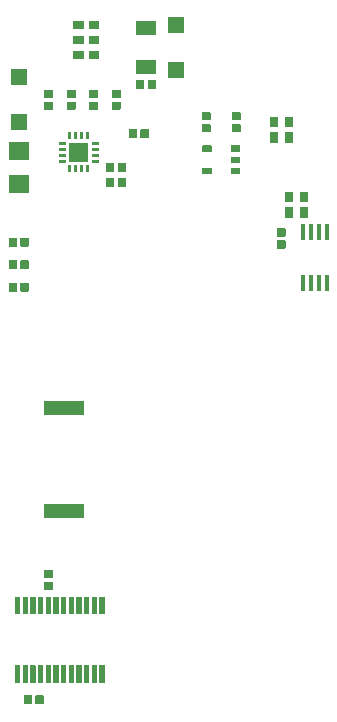
<source format=gbr>
G04 #@! TF.GenerationSoftware,KiCad,Pcbnew,5.0.2-bee76a0~70~ubuntu18.04.1*
G04 #@! TF.CreationDate,2019-09-11T11:18:42+02:00*
G04 #@! TF.ProjectId,easyhive_1_3,65617379-6869-4766-955f-315f332e6b69,rev?*
G04 #@! TF.SameCoordinates,Original*
G04 #@! TF.FileFunction,Paste,Bot*
G04 #@! TF.FilePolarity,Positive*
%FSLAX46Y46*%
G04 Gerber Fmt 4.6, Leading zero omitted, Abs format (unit mm)*
G04 Created by KiCad (PCBNEW 5.0.2-bee76a0~70~ubuntu18.04.1) date Mi 11 Sep 2019 11:18:42 CEST*
%MOMM*%
%LPD*%
G01*
G04 APERTURE LIST*
%ADD10R,1.400000X1.400000*%
%ADD11C,0.100000*%
%ADD12C,0.700000*%
%ADD13C,0.250000*%
%ADD14C,1.600000*%
%ADD15C,0.450000*%
%ADD16R,0.400000X1.350000*%
%ADD17C,0.550000*%
%ADD18R,1.800000X1.200000*%
%ADD19R,1.800000X1.600000*%
%ADD20R,3.400000X1.300000*%
G04 APERTURE END LIST*
D10*
G04 #@! TO.C,D1*
X137351100Y-80268600D03*
X137351100Y-76468600D03*
G04 #@! TD*
G04 #@! TO.C,D2*
X150686100Y-72023600D03*
X150686100Y-75823600D03*
G04 #@! TD*
D11*
G04 #@! TO.C,C11*
G36*
X142107961Y-77518937D02*
X142114756Y-77519945D01*
X142121420Y-77521614D01*
X142127888Y-77523928D01*
X142134098Y-77526866D01*
X142139990Y-77530397D01*
X142145508Y-77534489D01*
X142150597Y-77539103D01*
X142155211Y-77544192D01*
X142159303Y-77549710D01*
X142162834Y-77555602D01*
X142165772Y-77561812D01*
X142168086Y-77568280D01*
X142169755Y-77574944D01*
X142170763Y-77581739D01*
X142171100Y-77588600D01*
X142171100Y-78148600D01*
X142170763Y-78155461D01*
X142169755Y-78162256D01*
X142168086Y-78168920D01*
X142165772Y-78175388D01*
X142162834Y-78181598D01*
X142159303Y-78187490D01*
X142155211Y-78193008D01*
X142150597Y-78198097D01*
X142145508Y-78202711D01*
X142139990Y-78206803D01*
X142134098Y-78210334D01*
X142127888Y-78213272D01*
X142121420Y-78215586D01*
X142114756Y-78217255D01*
X142107961Y-78218263D01*
X142101100Y-78218600D01*
X141491100Y-78218600D01*
X141484239Y-78218263D01*
X141477444Y-78217255D01*
X141470780Y-78215586D01*
X141464312Y-78213272D01*
X141458102Y-78210334D01*
X141452210Y-78206803D01*
X141446692Y-78202711D01*
X141441603Y-78198097D01*
X141436989Y-78193008D01*
X141432897Y-78187490D01*
X141429366Y-78181598D01*
X141426428Y-78175388D01*
X141424114Y-78168920D01*
X141422445Y-78162256D01*
X141421437Y-78155461D01*
X141421100Y-78148600D01*
X141421100Y-77588600D01*
X141421437Y-77581739D01*
X141422445Y-77574944D01*
X141424114Y-77568280D01*
X141426428Y-77561812D01*
X141429366Y-77555602D01*
X141432897Y-77549710D01*
X141436989Y-77544192D01*
X141441603Y-77539103D01*
X141446692Y-77534489D01*
X141452210Y-77530397D01*
X141458102Y-77526866D01*
X141464312Y-77523928D01*
X141470780Y-77521614D01*
X141477444Y-77519945D01*
X141484239Y-77518937D01*
X141491100Y-77518600D01*
X142101100Y-77518600D01*
X142107961Y-77518937D01*
X142107961Y-77518937D01*
G37*
D12*
X141796100Y-77868600D03*
D11*
G36*
X142107961Y-78518937D02*
X142114756Y-78519945D01*
X142121420Y-78521614D01*
X142127888Y-78523928D01*
X142134098Y-78526866D01*
X142139990Y-78530397D01*
X142145508Y-78534489D01*
X142150597Y-78539103D01*
X142155211Y-78544192D01*
X142159303Y-78549710D01*
X142162834Y-78555602D01*
X142165772Y-78561812D01*
X142168086Y-78568280D01*
X142169755Y-78574944D01*
X142170763Y-78581739D01*
X142171100Y-78588600D01*
X142171100Y-79148600D01*
X142170763Y-79155461D01*
X142169755Y-79162256D01*
X142168086Y-79168920D01*
X142165772Y-79175388D01*
X142162834Y-79181598D01*
X142159303Y-79187490D01*
X142155211Y-79193008D01*
X142150597Y-79198097D01*
X142145508Y-79202711D01*
X142139990Y-79206803D01*
X142134098Y-79210334D01*
X142127888Y-79213272D01*
X142121420Y-79215586D01*
X142114756Y-79217255D01*
X142107961Y-79218263D01*
X142101100Y-79218600D01*
X141491100Y-79218600D01*
X141484239Y-79218263D01*
X141477444Y-79217255D01*
X141470780Y-79215586D01*
X141464312Y-79213272D01*
X141458102Y-79210334D01*
X141452210Y-79206803D01*
X141446692Y-79202711D01*
X141441603Y-79198097D01*
X141436989Y-79193008D01*
X141432897Y-79187490D01*
X141429366Y-79181598D01*
X141426428Y-79175388D01*
X141424114Y-79168920D01*
X141422445Y-79162256D01*
X141421437Y-79155461D01*
X141421100Y-79148600D01*
X141421100Y-78588600D01*
X141421437Y-78581739D01*
X141422445Y-78574944D01*
X141424114Y-78568280D01*
X141426428Y-78561812D01*
X141429366Y-78555602D01*
X141432897Y-78549710D01*
X141436989Y-78544192D01*
X141441603Y-78539103D01*
X141446692Y-78534489D01*
X141452210Y-78530397D01*
X141458102Y-78526866D01*
X141464312Y-78523928D01*
X141470780Y-78521614D01*
X141477444Y-78519945D01*
X141484239Y-78518937D01*
X141491100Y-78518600D01*
X142101100Y-78518600D01*
X142107961Y-78518937D01*
X142107961Y-78518937D01*
G37*
D12*
X141796100Y-78868600D03*
G04 #@! TD*
D11*
G04 #@! TO.C,C12*
G36*
X146392961Y-83708937D02*
X146399756Y-83709945D01*
X146406420Y-83711614D01*
X146412888Y-83713928D01*
X146419098Y-83716866D01*
X146424990Y-83720397D01*
X146430508Y-83724489D01*
X146435597Y-83729103D01*
X146440211Y-83734192D01*
X146444303Y-83739710D01*
X146447834Y-83745602D01*
X146450772Y-83751812D01*
X146453086Y-83758280D01*
X146454755Y-83764944D01*
X146455763Y-83771739D01*
X146456100Y-83778600D01*
X146456100Y-84388600D01*
X146455763Y-84395461D01*
X146454755Y-84402256D01*
X146453086Y-84408920D01*
X146450772Y-84415388D01*
X146447834Y-84421598D01*
X146444303Y-84427490D01*
X146440211Y-84433008D01*
X146435597Y-84438097D01*
X146430508Y-84442711D01*
X146424990Y-84446803D01*
X146419098Y-84450334D01*
X146412888Y-84453272D01*
X146406420Y-84455586D01*
X146399756Y-84457255D01*
X146392961Y-84458263D01*
X146386100Y-84458600D01*
X145826100Y-84458600D01*
X145819239Y-84458263D01*
X145812444Y-84457255D01*
X145805780Y-84455586D01*
X145799312Y-84453272D01*
X145793102Y-84450334D01*
X145787210Y-84446803D01*
X145781692Y-84442711D01*
X145776603Y-84438097D01*
X145771989Y-84433008D01*
X145767897Y-84427490D01*
X145764366Y-84421598D01*
X145761428Y-84415388D01*
X145759114Y-84408920D01*
X145757445Y-84402256D01*
X145756437Y-84395461D01*
X145756100Y-84388600D01*
X145756100Y-83778600D01*
X145756437Y-83771739D01*
X145757445Y-83764944D01*
X145759114Y-83758280D01*
X145761428Y-83751812D01*
X145764366Y-83745602D01*
X145767897Y-83739710D01*
X145771989Y-83734192D01*
X145776603Y-83729103D01*
X145781692Y-83724489D01*
X145787210Y-83720397D01*
X145793102Y-83716866D01*
X145799312Y-83713928D01*
X145805780Y-83711614D01*
X145812444Y-83709945D01*
X145819239Y-83708937D01*
X145826100Y-83708600D01*
X146386100Y-83708600D01*
X146392961Y-83708937D01*
X146392961Y-83708937D01*
G37*
D12*
X146106100Y-84083600D03*
D11*
G36*
X145392961Y-83708937D02*
X145399756Y-83709945D01*
X145406420Y-83711614D01*
X145412888Y-83713928D01*
X145419098Y-83716866D01*
X145424990Y-83720397D01*
X145430508Y-83724489D01*
X145435597Y-83729103D01*
X145440211Y-83734192D01*
X145444303Y-83739710D01*
X145447834Y-83745602D01*
X145450772Y-83751812D01*
X145453086Y-83758280D01*
X145454755Y-83764944D01*
X145455763Y-83771739D01*
X145456100Y-83778600D01*
X145456100Y-84388600D01*
X145455763Y-84395461D01*
X145454755Y-84402256D01*
X145453086Y-84408920D01*
X145450772Y-84415388D01*
X145447834Y-84421598D01*
X145444303Y-84427490D01*
X145440211Y-84433008D01*
X145435597Y-84438097D01*
X145430508Y-84442711D01*
X145424990Y-84446803D01*
X145419098Y-84450334D01*
X145412888Y-84453272D01*
X145406420Y-84455586D01*
X145399756Y-84457255D01*
X145392961Y-84458263D01*
X145386100Y-84458600D01*
X144826100Y-84458600D01*
X144819239Y-84458263D01*
X144812444Y-84457255D01*
X144805780Y-84455586D01*
X144799312Y-84453272D01*
X144793102Y-84450334D01*
X144787210Y-84446803D01*
X144781692Y-84442711D01*
X144776603Y-84438097D01*
X144771989Y-84433008D01*
X144767897Y-84427490D01*
X144764366Y-84421598D01*
X144761428Y-84415388D01*
X144759114Y-84408920D01*
X144757445Y-84402256D01*
X144756437Y-84395461D01*
X144756100Y-84388600D01*
X144756100Y-83778600D01*
X144756437Y-83771739D01*
X144757445Y-83764944D01*
X144759114Y-83758280D01*
X144761428Y-83751812D01*
X144764366Y-83745602D01*
X144767897Y-83739710D01*
X144771989Y-83734192D01*
X144776603Y-83729103D01*
X144781692Y-83724489D01*
X144787210Y-83720397D01*
X144793102Y-83716866D01*
X144799312Y-83713928D01*
X144805780Y-83711614D01*
X144812444Y-83709945D01*
X144819239Y-83708937D01*
X144826100Y-83708600D01*
X145386100Y-83708600D01*
X145392961Y-83708937D01*
X145392961Y-83708937D01*
G37*
D12*
X145106100Y-84083600D03*
G04 #@! TD*
D11*
G04 #@! TO.C,C13*
G36*
X146392961Y-84978937D02*
X146399756Y-84979945D01*
X146406420Y-84981614D01*
X146412888Y-84983928D01*
X146419098Y-84986866D01*
X146424990Y-84990397D01*
X146430508Y-84994489D01*
X146435597Y-84999103D01*
X146440211Y-85004192D01*
X146444303Y-85009710D01*
X146447834Y-85015602D01*
X146450772Y-85021812D01*
X146453086Y-85028280D01*
X146454755Y-85034944D01*
X146455763Y-85041739D01*
X146456100Y-85048600D01*
X146456100Y-85658600D01*
X146455763Y-85665461D01*
X146454755Y-85672256D01*
X146453086Y-85678920D01*
X146450772Y-85685388D01*
X146447834Y-85691598D01*
X146444303Y-85697490D01*
X146440211Y-85703008D01*
X146435597Y-85708097D01*
X146430508Y-85712711D01*
X146424990Y-85716803D01*
X146419098Y-85720334D01*
X146412888Y-85723272D01*
X146406420Y-85725586D01*
X146399756Y-85727255D01*
X146392961Y-85728263D01*
X146386100Y-85728600D01*
X145826100Y-85728600D01*
X145819239Y-85728263D01*
X145812444Y-85727255D01*
X145805780Y-85725586D01*
X145799312Y-85723272D01*
X145793102Y-85720334D01*
X145787210Y-85716803D01*
X145781692Y-85712711D01*
X145776603Y-85708097D01*
X145771989Y-85703008D01*
X145767897Y-85697490D01*
X145764366Y-85691598D01*
X145761428Y-85685388D01*
X145759114Y-85678920D01*
X145757445Y-85672256D01*
X145756437Y-85665461D01*
X145756100Y-85658600D01*
X145756100Y-85048600D01*
X145756437Y-85041739D01*
X145757445Y-85034944D01*
X145759114Y-85028280D01*
X145761428Y-85021812D01*
X145764366Y-85015602D01*
X145767897Y-85009710D01*
X145771989Y-85004192D01*
X145776603Y-84999103D01*
X145781692Y-84994489D01*
X145787210Y-84990397D01*
X145793102Y-84986866D01*
X145799312Y-84983928D01*
X145805780Y-84981614D01*
X145812444Y-84979945D01*
X145819239Y-84978937D01*
X145826100Y-84978600D01*
X146386100Y-84978600D01*
X146392961Y-84978937D01*
X146392961Y-84978937D01*
G37*
D12*
X146106100Y-85353600D03*
D11*
G36*
X145392961Y-84978937D02*
X145399756Y-84979945D01*
X145406420Y-84981614D01*
X145412888Y-84983928D01*
X145419098Y-84986866D01*
X145424990Y-84990397D01*
X145430508Y-84994489D01*
X145435597Y-84999103D01*
X145440211Y-85004192D01*
X145444303Y-85009710D01*
X145447834Y-85015602D01*
X145450772Y-85021812D01*
X145453086Y-85028280D01*
X145454755Y-85034944D01*
X145455763Y-85041739D01*
X145456100Y-85048600D01*
X145456100Y-85658600D01*
X145455763Y-85665461D01*
X145454755Y-85672256D01*
X145453086Y-85678920D01*
X145450772Y-85685388D01*
X145447834Y-85691598D01*
X145444303Y-85697490D01*
X145440211Y-85703008D01*
X145435597Y-85708097D01*
X145430508Y-85712711D01*
X145424990Y-85716803D01*
X145419098Y-85720334D01*
X145412888Y-85723272D01*
X145406420Y-85725586D01*
X145399756Y-85727255D01*
X145392961Y-85728263D01*
X145386100Y-85728600D01*
X144826100Y-85728600D01*
X144819239Y-85728263D01*
X144812444Y-85727255D01*
X144805780Y-85725586D01*
X144799312Y-85723272D01*
X144793102Y-85720334D01*
X144787210Y-85716803D01*
X144781692Y-85712711D01*
X144776603Y-85708097D01*
X144771989Y-85703008D01*
X144767897Y-85697490D01*
X144764366Y-85691598D01*
X144761428Y-85685388D01*
X144759114Y-85678920D01*
X144757445Y-85672256D01*
X144756437Y-85665461D01*
X144756100Y-85658600D01*
X144756100Y-85048600D01*
X144756437Y-85041739D01*
X144757445Y-85034944D01*
X144759114Y-85028280D01*
X144761428Y-85021812D01*
X144764366Y-85015602D01*
X144767897Y-85009710D01*
X144771989Y-85004192D01*
X144776603Y-84999103D01*
X144781692Y-84994489D01*
X144787210Y-84990397D01*
X144793102Y-84986866D01*
X144799312Y-84983928D01*
X144805780Y-84981614D01*
X144812444Y-84979945D01*
X144819239Y-84978937D01*
X144826100Y-84978600D01*
X145386100Y-84978600D01*
X145392961Y-84978937D01*
X145392961Y-84978937D01*
G37*
D12*
X145106100Y-85353600D03*
G04 #@! TD*
D11*
G04 #@! TO.C,IC2*
G36*
X144102913Y-82438750D02*
X144105947Y-82439200D01*
X144108921Y-82439946D01*
X144111809Y-82440979D01*
X144114581Y-82442290D01*
X144117212Y-82443867D01*
X144119675Y-82445693D01*
X144121947Y-82447753D01*
X144124007Y-82450025D01*
X144125833Y-82452488D01*
X144127410Y-82455119D01*
X144128721Y-82457891D01*
X144129754Y-82460779D01*
X144130500Y-82463753D01*
X144130950Y-82466787D01*
X144131100Y-82469850D01*
X144131100Y-82657350D01*
X144130950Y-82660413D01*
X144130500Y-82663447D01*
X144129754Y-82666421D01*
X144128721Y-82669309D01*
X144127410Y-82672081D01*
X144125833Y-82674712D01*
X144124007Y-82677175D01*
X144121947Y-82679447D01*
X144119675Y-82681507D01*
X144117212Y-82683333D01*
X144114581Y-82684910D01*
X144111809Y-82686221D01*
X144108921Y-82687254D01*
X144105947Y-82688000D01*
X144102913Y-82688450D01*
X144099850Y-82688600D01*
X143562350Y-82688600D01*
X143559287Y-82688450D01*
X143556253Y-82688000D01*
X143553279Y-82687254D01*
X143550391Y-82686221D01*
X143547619Y-82684910D01*
X143544988Y-82683333D01*
X143542525Y-82681507D01*
X143540253Y-82679447D01*
X143538193Y-82677175D01*
X143536367Y-82674712D01*
X143534790Y-82672081D01*
X143533479Y-82669309D01*
X143532446Y-82666421D01*
X143531700Y-82663447D01*
X143531250Y-82660413D01*
X143531100Y-82657350D01*
X143531100Y-82469850D01*
X143531250Y-82466787D01*
X143531700Y-82463753D01*
X143532446Y-82460779D01*
X143533479Y-82457891D01*
X143534790Y-82455119D01*
X143536367Y-82452488D01*
X143538193Y-82450025D01*
X143540253Y-82447753D01*
X143542525Y-82445693D01*
X143544988Y-82443867D01*
X143547619Y-82442290D01*
X143550391Y-82440979D01*
X143553279Y-82439946D01*
X143556253Y-82439200D01*
X143559287Y-82438750D01*
X143562350Y-82438600D01*
X144099850Y-82438600D01*
X144102913Y-82438750D01*
X144102913Y-82438750D01*
G37*
D13*
X143831100Y-82563600D03*
D11*
G36*
X144102913Y-81938750D02*
X144105947Y-81939200D01*
X144108921Y-81939946D01*
X144111809Y-81940979D01*
X144114581Y-81942290D01*
X144117212Y-81943867D01*
X144119675Y-81945693D01*
X144121947Y-81947753D01*
X144124007Y-81950025D01*
X144125833Y-81952488D01*
X144127410Y-81955119D01*
X144128721Y-81957891D01*
X144129754Y-81960779D01*
X144130500Y-81963753D01*
X144130950Y-81966787D01*
X144131100Y-81969850D01*
X144131100Y-82157350D01*
X144130950Y-82160413D01*
X144130500Y-82163447D01*
X144129754Y-82166421D01*
X144128721Y-82169309D01*
X144127410Y-82172081D01*
X144125833Y-82174712D01*
X144124007Y-82177175D01*
X144121947Y-82179447D01*
X144119675Y-82181507D01*
X144117212Y-82183333D01*
X144114581Y-82184910D01*
X144111809Y-82186221D01*
X144108921Y-82187254D01*
X144105947Y-82188000D01*
X144102913Y-82188450D01*
X144099850Y-82188600D01*
X143562350Y-82188600D01*
X143559287Y-82188450D01*
X143556253Y-82188000D01*
X143553279Y-82187254D01*
X143550391Y-82186221D01*
X143547619Y-82184910D01*
X143544988Y-82183333D01*
X143542525Y-82181507D01*
X143540253Y-82179447D01*
X143538193Y-82177175D01*
X143536367Y-82174712D01*
X143534790Y-82172081D01*
X143533479Y-82169309D01*
X143532446Y-82166421D01*
X143531700Y-82163447D01*
X143531250Y-82160413D01*
X143531100Y-82157350D01*
X143531100Y-81969850D01*
X143531250Y-81966787D01*
X143531700Y-81963753D01*
X143532446Y-81960779D01*
X143533479Y-81957891D01*
X143534790Y-81955119D01*
X143536367Y-81952488D01*
X143538193Y-81950025D01*
X143540253Y-81947753D01*
X143542525Y-81945693D01*
X143544988Y-81943867D01*
X143547619Y-81942290D01*
X143550391Y-81940979D01*
X143553279Y-81939946D01*
X143556253Y-81939200D01*
X143559287Y-81938750D01*
X143562350Y-81938600D01*
X144099850Y-81938600D01*
X144102913Y-81938750D01*
X144102913Y-81938750D01*
G37*
D13*
X143831100Y-82063600D03*
D11*
G36*
X144102913Y-82938750D02*
X144105947Y-82939200D01*
X144108921Y-82939946D01*
X144111809Y-82940979D01*
X144114581Y-82942290D01*
X144117212Y-82943867D01*
X144119675Y-82945693D01*
X144121947Y-82947753D01*
X144124007Y-82950025D01*
X144125833Y-82952488D01*
X144127410Y-82955119D01*
X144128721Y-82957891D01*
X144129754Y-82960779D01*
X144130500Y-82963753D01*
X144130950Y-82966787D01*
X144131100Y-82969850D01*
X144131100Y-83157350D01*
X144130950Y-83160413D01*
X144130500Y-83163447D01*
X144129754Y-83166421D01*
X144128721Y-83169309D01*
X144127410Y-83172081D01*
X144125833Y-83174712D01*
X144124007Y-83177175D01*
X144121947Y-83179447D01*
X144119675Y-83181507D01*
X144117212Y-83183333D01*
X144114581Y-83184910D01*
X144111809Y-83186221D01*
X144108921Y-83187254D01*
X144105947Y-83188000D01*
X144102913Y-83188450D01*
X144099850Y-83188600D01*
X143562350Y-83188600D01*
X143559287Y-83188450D01*
X143556253Y-83188000D01*
X143553279Y-83187254D01*
X143550391Y-83186221D01*
X143547619Y-83184910D01*
X143544988Y-83183333D01*
X143542525Y-83181507D01*
X143540253Y-83179447D01*
X143538193Y-83177175D01*
X143536367Y-83174712D01*
X143534790Y-83172081D01*
X143533479Y-83169309D01*
X143532446Y-83166421D01*
X143531700Y-83163447D01*
X143531250Y-83160413D01*
X143531100Y-83157350D01*
X143531100Y-82969850D01*
X143531250Y-82966787D01*
X143531700Y-82963753D01*
X143532446Y-82960779D01*
X143533479Y-82957891D01*
X143534790Y-82955119D01*
X143536367Y-82952488D01*
X143538193Y-82950025D01*
X143540253Y-82947753D01*
X143542525Y-82945693D01*
X143544988Y-82943867D01*
X143547619Y-82942290D01*
X143550391Y-82940979D01*
X143553279Y-82939946D01*
X143556253Y-82939200D01*
X143559287Y-82938750D01*
X143562350Y-82938600D01*
X144099850Y-82938600D01*
X144102913Y-82938750D01*
X144102913Y-82938750D01*
G37*
D13*
X143831100Y-83063600D03*
D11*
G36*
X144102913Y-83438750D02*
X144105947Y-83439200D01*
X144108921Y-83439946D01*
X144111809Y-83440979D01*
X144114581Y-83442290D01*
X144117212Y-83443867D01*
X144119675Y-83445693D01*
X144121947Y-83447753D01*
X144124007Y-83450025D01*
X144125833Y-83452488D01*
X144127410Y-83455119D01*
X144128721Y-83457891D01*
X144129754Y-83460779D01*
X144130500Y-83463753D01*
X144130950Y-83466787D01*
X144131100Y-83469850D01*
X144131100Y-83657350D01*
X144130950Y-83660413D01*
X144130500Y-83663447D01*
X144129754Y-83666421D01*
X144128721Y-83669309D01*
X144127410Y-83672081D01*
X144125833Y-83674712D01*
X144124007Y-83677175D01*
X144121947Y-83679447D01*
X144119675Y-83681507D01*
X144117212Y-83683333D01*
X144114581Y-83684910D01*
X144111809Y-83686221D01*
X144108921Y-83687254D01*
X144105947Y-83688000D01*
X144102913Y-83688450D01*
X144099850Y-83688600D01*
X143562350Y-83688600D01*
X143559287Y-83688450D01*
X143556253Y-83688000D01*
X143553279Y-83687254D01*
X143550391Y-83686221D01*
X143547619Y-83684910D01*
X143544988Y-83683333D01*
X143542525Y-83681507D01*
X143540253Y-83679447D01*
X143538193Y-83677175D01*
X143536367Y-83674712D01*
X143534790Y-83672081D01*
X143533479Y-83669309D01*
X143532446Y-83666421D01*
X143531700Y-83663447D01*
X143531250Y-83660413D01*
X143531100Y-83657350D01*
X143531100Y-83469850D01*
X143531250Y-83466787D01*
X143531700Y-83463753D01*
X143532446Y-83460779D01*
X143533479Y-83457891D01*
X143534790Y-83455119D01*
X143536367Y-83452488D01*
X143538193Y-83450025D01*
X143540253Y-83447753D01*
X143542525Y-83445693D01*
X143544988Y-83443867D01*
X143547619Y-83442290D01*
X143550391Y-83440979D01*
X143553279Y-83439946D01*
X143556253Y-83439200D01*
X143559287Y-83438750D01*
X143562350Y-83438600D01*
X144099850Y-83438600D01*
X144102913Y-83438750D01*
X144102913Y-83438750D01*
G37*
D13*
X143831100Y-83563600D03*
D11*
G36*
X143277913Y-83913750D02*
X143280947Y-83914200D01*
X143283921Y-83914946D01*
X143286809Y-83915979D01*
X143289581Y-83917290D01*
X143292212Y-83918867D01*
X143294675Y-83920693D01*
X143296947Y-83922753D01*
X143299007Y-83925025D01*
X143300833Y-83927488D01*
X143302410Y-83930119D01*
X143303721Y-83932891D01*
X143304754Y-83935779D01*
X143305500Y-83938753D01*
X143305950Y-83941787D01*
X143306100Y-83944850D01*
X143306100Y-84482350D01*
X143305950Y-84485413D01*
X143305500Y-84488447D01*
X143304754Y-84491421D01*
X143303721Y-84494309D01*
X143302410Y-84497081D01*
X143300833Y-84499712D01*
X143299007Y-84502175D01*
X143296947Y-84504447D01*
X143294675Y-84506507D01*
X143292212Y-84508333D01*
X143289581Y-84509910D01*
X143286809Y-84511221D01*
X143283921Y-84512254D01*
X143280947Y-84513000D01*
X143277913Y-84513450D01*
X143274850Y-84513600D01*
X143087350Y-84513600D01*
X143084287Y-84513450D01*
X143081253Y-84513000D01*
X143078279Y-84512254D01*
X143075391Y-84511221D01*
X143072619Y-84509910D01*
X143069988Y-84508333D01*
X143067525Y-84506507D01*
X143065253Y-84504447D01*
X143063193Y-84502175D01*
X143061367Y-84499712D01*
X143059790Y-84497081D01*
X143058479Y-84494309D01*
X143057446Y-84491421D01*
X143056700Y-84488447D01*
X143056250Y-84485413D01*
X143056100Y-84482350D01*
X143056100Y-83944850D01*
X143056250Y-83941787D01*
X143056700Y-83938753D01*
X143057446Y-83935779D01*
X143058479Y-83932891D01*
X143059790Y-83930119D01*
X143061367Y-83927488D01*
X143063193Y-83925025D01*
X143065253Y-83922753D01*
X143067525Y-83920693D01*
X143069988Y-83918867D01*
X143072619Y-83917290D01*
X143075391Y-83915979D01*
X143078279Y-83914946D01*
X143081253Y-83914200D01*
X143084287Y-83913750D01*
X143087350Y-83913600D01*
X143274850Y-83913600D01*
X143277913Y-83913750D01*
X143277913Y-83913750D01*
G37*
D13*
X143181100Y-84213600D03*
D11*
G36*
X142777913Y-83913750D02*
X142780947Y-83914200D01*
X142783921Y-83914946D01*
X142786809Y-83915979D01*
X142789581Y-83917290D01*
X142792212Y-83918867D01*
X142794675Y-83920693D01*
X142796947Y-83922753D01*
X142799007Y-83925025D01*
X142800833Y-83927488D01*
X142802410Y-83930119D01*
X142803721Y-83932891D01*
X142804754Y-83935779D01*
X142805500Y-83938753D01*
X142805950Y-83941787D01*
X142806100Y-83944850D01*
X142806100Y-84482350D01*
X142805950Y-84485413D01*
X142805500Y-84488447D01*
X142804754Y-84491421D01*
X142803721Y-84494309D01*
X142802410Y-84497081D01*
X142800833Y-84499712D01*
X142799007Y-84502175D01*
X142796947Y-84504447D01*
X142794675Y-84506507D01*
X142792212Y-84508333D01*
X142789581Y-84509910D01*
X142786809Y-84511221D01*
X142783921Y-84512254D01*
X142780947Y-84513000D01*
X142777913Y-84513450D01*
X142774850Y-84513600D01*
X142587350Y-84513600D01*
X142584287Y-84513450D01*
X142581253Y-84513000D01*
X142578279Y-84512254D01*
X142575391Y-84511221D01*
X142572619Y-84509910D01*
X142569988Y-84508333D01*
X142567525Y-84506507D01*
X142565253Y-84504447D01*
X142563193Y-84502175D01*
X142561367Y-84499712D01*
X142559790Y-84497081D01*
X142558479Y-84494309D01*
X142557446Y-84491421D01*
X142556700Y-84488447D01*
X142556250Y-84485413D01*
X142556100Y-84482350D01*
X142556100Y-83944850D01*
X142556250Y-83941787D01*
X142556700Y-83938753D01*
X142557446Y-83935779D01*
X142558479Y-83932891D01*
X142559790Y-83930119D01*
X142561367Y-83927488D01*
X142563193Y-83925025D01*
X142565253Y-83922753D01*
X142567525Y-83920693D01*
X142569988Y-83918867D01*
X142572619Y-83917290D01*
X142575391Y-83915979D01*
X142578279Y-83914946D01*
X142581253Y-83914200D01*
X142584287Y-83913750D01*
X142587350Y-83913600D01*
X142774850Y-83913600D01*
X142777913Y-83913750D01*
X142777913Y-83913750D01*
G37*
D13*
X142681100Y-84213600D03*
D11*
G36*
X142277913Y-83913750D02*
X142280947Y-83914200D01*
X142283921Y-83914946D01*
X142286809Y-83915979D01*
X142289581Y-83917290D01*
X142292212Y-83918867D01*
X142294675Y-83920693D01*
X142296947Y-83922753D01*
X142299007Y-83925025D01*
X142300833Y-83927488D01*
X142302410Y-83930119D01*
X142303721Y-83932891D01*
X142304754Y-83935779D01*
X142305500Y-83938753D01*
X142305950Y-83941787D01*
X142306100Y-83944850D01*
X142306100Y-84482350D01*
X142305950Y-84485413D01*
X142305500Y-84488447D01*
X142304754Y-84491421D01*
X142303721Y-84494309D01*
X142302410Y-84497081D01*
X142300833Y-84499712D01*
X142299007Y-84502175D01*
X142296947Y-84504447D01*
X142294675Y-84506507D01*
X142292212Y-84508333D01*
X142289581Y-84509910D01*
X142286809Y-84511221D01*
X142283921Y-84512254D01*
X142280947Y-84513000D01*
X142277913Y-84513450D01*
X142274850Y-84513600D01*
X142087350Y-84513600D01*
X142084287Y-84513450D01*
X142081253Y-84513000D01*
X142078279Y-84512254D01*
X142075391Y-84511221D01*
X142072619Y-84509910D01*
X142069988Y-84508333D01*
X142067525Y-84506507D01*
X142065253Y-84504447D01*
X142063193Y-84502175D01*
X142061367Y-84499712D01*
X142059790Y-84497081D01*
X142058479Y-84494309D01*
X142057446Y-84491421D01*
X142056700Y-84488447D01*
X142056250Y-84485413D01*
X142056100Y-84482350D01*
X142056100Y-83944850D01*
X142056250Y-83941787D01*
X142056700Y-83938753D01*
X142057446Y-83935779D01*
X142058479Y-83932891D01*
X142059790Y-83930119D01*
X142061367Y-83927488D01*
X142063193Y-83925025D01*
X142065253Y-83922753D01*
X142067525Y-83920693D01*
X142069988Y-83918867D01*
X142072619Y-83917290D01*
X142075391Y-83915979D01*
X142078279Y-83914946D01*
X142081253Y-83914200D01*
X142084287Y-83913750D01*
X142087350Y-83913600D01*
X142274850Y-83913600D01*
X142277913Y-83913750D01*
X142277913Y-83913750D01*
G37*
D13*
X142181100Y-84213600D03*
D11*
G36*
X141777913Y-83913750D02*
X141780947Y-83914200D01*
X141783921Y-83914946D01*
X141786809Y-83915979D01*
X141789581Y-83917290D01*
X141792212Y-83918867D01*
X141794675Y-83920693D01*
X141796947Y-83922753D01*
X141799007Y-83925025D01*
X141800833Y-83927488D01*
X141802410Y-83930119D01*
X141803721Y-83932891D01*
X141804754Y-83935779D01*
X141805500Y-83938753D01*
X141805950Y-83941787D01*
X141806100Y-83944850D01*
X141806100Y-84482350D01*
X141805950Y-84485413D01*
X141805500Y-84488447D01*
X141804754Y-84491421D01*
X141803721Y-84494309D01*
X141802410Y-84497081D01*
X141800833Y-84499712D01*
X141799007Y-84502175D01*
X141796947Y-84504447D01*
X141794675Y-84506507D01*
X141792212Y-84508333D01*
X141789581Y-84509910D01*
X141786809Y-84511221D01*
X141783921Y-84512254D01*
X141780947Y-84513000D01*
X141777913Y-84513450D01*
X141774850Y-84513600D01*
X141587350Y-84513600D01*
X141584287Y-84513450D01*
X141581253Y-84513000D01*
X141578279Y-84512254D01*
X141575391Y-84511221D01*
X141572619Y-84509910D01*
X141569988Y-84508333D01*
X141567525Y-84506507D01*
X141565253Y-84504447D01*
X141563193Y-84502175D01*
X141561367Y-84499712D01*
X141559790Y-84497081D01*
X141558479Y-84494309D01*
X141557446Y-84491421D01*
X141556700Y-84488447D01*
X141556250Y-84485413D01*
X141556100Y-84482350D01*
X141556100Y-83944850D01*
X141556250Y-83941787D01*
X141556700Y-83938753D01*
X141557446Y-83935779D01*
X141558479Y-83932891D01*
X141559790Y-83930119D01*
X141561367Y-83927488D01*
X141563193Y-83925025D01*
X141565253Y-83922753D01*
X141567525Y-83920693D01*
X141569988Y-83918867D01*
X141572619Y-83917290D01*
X141575391Y-83915979D01*
X141578279Y-83914946D01*
X141581253Y-83914200D01*
X141584287Y-83913750D01*
X141587350Y-83913600D01*
X141774850Y-83913600D01*
X141777913Y-83913750D01*
X141777913Y-83913750D01*
G37*
D13*
X141681100Y-84213600D03*
D11*
G36*
X141302913Y-83438750D02*
X141305947Y-83439200D01*
X141308921Y-83439946D01*
X141311809Y-83440979D01*
X141314581Y-83442290D01*
X141317212Y-83443867D01*
X141319675Y-83445693D01*
X141321947Y-83447753D01*
X141324007Y-83450025D01*
X141325833Y-83452488D01*
X141327410Y-83455119D01*
X141328721Y-83457891D01*
X141329754Y-83460779D01*
X141330500Y-83463753D01*
X141330950Y-83466787D01*
X141331100Y-83469850D01*
X141331100Y-83657350D01*
X141330950Y-83660413D01*
X141330500Y-83663447D01*
X141329754Y-83666421D01*
X141328721Y-83669309D01*
X141327410Y-83672081D01*
X141325833Y-83674712D01*
X141324007Y-83677175D01*
X141321947Y-83679447D01*
X141319675Y-83681507D01*
X141317212Y-83683333D01*
X141314581Y-83684910D01*
X141311809Y-83686221D01*
X141308921Y-83687254D01*
X141305947Y-83688000D01*
X141302913Y-83688450D01*
X141299850Y-83688600D01*
X140762350Y-83688600D01*
X140759287Y-83688450D01*
X140756253Y-83688000D01*
X140753279Y-83687254D01*
X140750391Y-83686221D01*
X140747619Y-83684910D01*
X140744988Y-83683333D01*
X140742525Y-83681507D01*
X140740253Y-83679447D01*
X140738193Y-83677175D01*
X140736367Y-83674712D01*
X140734790Y-83672081D01*
X140733479Y-83669309D01*
X140732446Y-83666421D01*
X140731700Y-83663447D01*
X140731250Y-83660413D01*
X140731100Y-83657350D01*
X140731100Y-83469850D01*
X140731250Y-83466787D01*
X140731700Y-83463753D01*
X140732446Y-83460779D01*
X140733479Y-83457891D01*
X140734790Y-83455119D01*
X140736367Y-83452488D01*
X140738193Y-83450025D01*
X140740253Y-83447753D01*
X140742525Y-83445693D01*
X140744988Y-83443867D01*
X140747619Y-83442290D01*
X140750391Y-83440979D01*
X140753279Y-83439946D01*
X140756253Y-83439200D01*
X140759287Y-83438750D01*
X140762350Y-83438600D01*
X141299850Y-83438600D01*
X141302913Y-83438750D01*
X141302913Y-83438750D01*
G37*
D13*
X141031100Y-83563600D03*
D11*
G36*
X141302913Y-82938750D02*
X141305947Y-82939200D01*
X141308921Y-82939946D01*
X141311809Y-82940979D01*
X141314581Y-82942290D01*
X141317212Y-82943867D01*
X141319675Y-82945693D01*
X141321947Y-82947753D01*
X141324007Y-82950025D01*
X141325833Y-82952488D01*
X141327410Y-82955119D01*
X141328721Y-82957891D01*
X141329754Y-82960779D01*
X141330500Y-82963753D01*
X141330950Y-82966787D01*
X141331100Y-82969850D01*
X141331100Y-83157350D01*
X141330950Y-83160413D01*
X141330500Y-83163447D01*
X141329754Y-83166421D01*
X141328721Y-83169309D01*
X141327410Y-83172081D01*
X141325833Y-83174712D01*
X141324007Y-83177175D01*
X141321947Y-83179447D01*
X141319675Y-83181507D01*
X141317212Y-83183333D01*
X141314581Y-83184910D01*
X141311809Y-83186221D01*
X141308921Y-83187254D01*
X141305947Y-83188000D01*
X141302913Y-83188450D01*
X141299850Y-83188600D01*
X140762350Y-83188600D01*
X140759287Y-83188450D01*
X140756253Y-83188000D01*
X140753279Y-83187254D01*
X140750391Y-83186221D01*
X140747619Y-83184910D01*
X140744988Y-83183333D01*
X140742525Y-83181507D01*
X140740253Y-83179447D01*
X140738193Y-83177175D01*
X140736367Y-83174712D01*
X140734790Y-83172081D01*
X140733479Y-83169309D01*
X140732446Y-83166421D01*
X140731700Y-83163447D01*
X140731250Y-83160413D01*
X140731100Y-83157350D01*
X140731100Y-82969850D01*
X140731250Y-82966787D01*
X140731700Y-82963753D01*
X140732446Y-82960779D01*
X140733479Y-82957891D01*
X140734790Y-82955119D01*
X140736367Y-82952488D01*
X140738193Y-82950025D01*
X140740253Y-82947753D01*
X140742525Y-82945693D01*
X140744988Y-82943867D01*
X140747619Y-82942290D01*
X140750391Y-82940979D01*
X140753279Y-82939946D01*
X140756253Y-82939200D01*
X140759287Y-82938750D01*
X140762350Y-82938600D01*
X141299850Y-82938600D01*
X141302913Y-82938750D01*
X141302913Y-82938750D01*
G37*
D13*
X141031100Y-83063600D03*
D11*
G36*
X141302913Y-82438750D02*
X141305947Y-82439200D01*
X141308921Y-82439946D01*
X141311809Y-82440979D01*
X141314581Y-82442290D01*
X141317212Y-82443867D01*
X141319675Y-82445693D01*
X141321947Y-82447753D01*
X141324007Y-82450025D01*
X141325833Y-82452488D01*
X141327410Y-82455119D01*
X141328721Y-82457891D01*
X141329754Y-82460779D01*
X141330500Y-82463753D01*
X141330950Y-82466787D01*
X141331100Y-82469850D01*
X141331100Y-82657350D01*
X141330950Y-82660413D01*
X141330500Y-82663447D01*
X141329754Y-82666421D01*
X141328721Y-82669309D01*
X141327410Y-82672081D01*
X141325833Y-82674712D01*
X141324007Y-82677175D01*
X141321947Y-82679447D01*
X141319675Y-82681507D01*
X141317212Y-82683333D01*
X141314581Y-82684910D01*
X141311809Y-82686221D01*
X141308921Y-82687254D01*
X141305947Y-82688000D01*
X141302913Y-82688450D01*
X141299850Y-82688600D01*
X140762350Y-82688600D01*
X140759287Y-82688450D01*
X140756253Y-82688000D01*
X140753279Y-82687254D01*
X140750391Y-82686221D01*
X140747619Y-82684910D01*
X140744988Y-82683333D01*
X140742525Y-82681507D01*
X140740253Y-82679447D01*
X140738193Y-82677175D01*
X140736367Y-82674712D01*
X140734790Y-82672081D01*
X140733479Y-82669309D01*
X140732446Y-82666421D01*
X140731700Y-82663447D01*
X140731250Y-82660413D01*
X140731100Y-82657350D01*
X140731100Y-82469850D01*
X140731250Y-82466787D01*
X140731700Y-82463753D01*
X140732446Y-82460779D01*
X140733479Y-82457891D01*
X140734790Y-82455119D01*
X140736367Y-82452488D01*
X140738193Y-82450025D01*
X140740253Y-82447753D01*
X140742525Y-82445693D01*
X140744988Y-82443867D01*
X140747619Y-82442290D01*
X140750391Y-82440979D01*
X140753279Y-82439946D01*
X140756253Y-82439200D01*
X140759287Y-82438750D01*
X140762350Y-82438600D01*
X141299850Y-82438600D01*
X141302913Y-82438750D01*
X141302913Y-82438750D01*
G37*
D13*
X141031100Y-82563600D03*
D11*
G36*
X141302913Y-81938750D02*
X141305947Y-81939200D01*
X141308921Y-81939946D01*
X141311809Y-81940979D01*
X141314581Y-81942290D01*
X141317212Y-81943867D01*
X141319675Y-81945693D01*
X141321947Y-81947753D01*
X141324007Y-81950025D01*
X141325833Y-81952488D01*
X141327410Y-81955119D01*
X141328721Y-81957891D01*
X141329754Y-81960779D01*
X141330500Y-81963753D01*
X141330950Y-81966787D01*
X141331100Y-81969850D01*
X141331100Y-82157350D01*
X141330950Y-82160413D01*
X141330500Y-82163447D01*
X141329754Y-82166421D01*
X141328721Y-82169309D01*
X141327410Y-82172081D01*
X141325833Y-82174712D01*
X141324007Y-82177175D01*
X141321947Y-82179447D01*
X141319675Y-82181507D01*
X141317212Y-82183333D01*
X141314581Y-82184910D01*
X141311809Y-82186221D01*
X141308921Y-82187254D01*
X141305947Y-82188000D01*
X141302913Y-82188450D01*
X141299850Y-82188600D01*
X140762350Y-82188600D01*
X140759287Y-82188450D01*
X140756253Y-82188000D01*
X140753279Y-82187254D01*
X140750391Y-82186221D01*
X140747619Y-82184910D01*
X140744988Y-82183333D01*
X140742525Y-82181507D01*
X140740253Y-82179447D01*
X140738193Y-82177175D01*
X140736367Y-82174712D01*
X140734790Y-82172081D01*
X140733479Y-82169309D01*
X140732446Y-82166421D01*
X140731700Y-82163447D01*
X140731250Y-82160413D01*
X140731100Y-82157350D01*
X140731100Y-81969850D01*
X140731250Y-81966787D01*
X140731700Y-81963753D01*
X140732446Y-81960779D01*
X140733479Y-81957891D01*
X140734790Y-81955119D01*
X140736367Y-81952488D01*
X140738193Y-81950025D01*
X140740253Y-81947753D01*
X140742525Y-81945693D01*
X140744988Y-81943867D01*
X140747619Y-81942290D01*
X140750391Y-81940979D01*
X140753279Y-81939946D01*
X140756253Y-81939200D01*
X140759287Y-81938750D01*
X140762350Y-81938600D01*
X141299850Y-81938600D01*
X141302913Y-81938750D01*
X141302913Y-81938750D01*
G37*
D13*
X141031100Y-82063600D03*
D11*
G36*
X141777913Y-81113750D02*
X141780947Y-81114200D01*
X141783921Y-81114946D01*
X141786809Y-81115979D01*
X141789581Y-81117290D01*
X141792212Y-81118867D01*
X141794675Y-81120693D01*
X141796947Y-81122753D01*
X141799007Y-81125025D01*
X141800833Y-81127488D01*
X141802410Y-81130119D01*
X141803721Y-81132891D01*
X141804754Y-81135779D01*
X141805500Y-81138753D01*
X141805950Y-81141787D01*
X141806100Y-81144850D01*
X141806100Y-81682350D01*
X141805950Y-81685413D01*
X141805500Y-81688447D01*
X141804754Y-81691421D01*
X141803721Y-81694309D01*
X141802410Y-81697081D01*
X141800833Y-81699712D01*
X141799007Y-81702175D01*
X141796947Y-81704447D01*
X141794675Y-81706507D01*
X141792212Y-81708333D01*
X141789581Y-81709910D01*
X141786809Y-81711221D01*
X141783921Y-81712254D01*
X141780947Y-81713000D01*
X141777913Y-81713450D01*
X141774850Y-81713600D01*
X141587350Y-81713600D01*
X141584287Y-81713450D01*
X141581253Y-81713000D01*
X141578279Y-81712254D01*
X141575391Y-81711221D01*
X141572619Y-81709910D01*
X141569988Y-81708333D01*
X141567525Y-81706507D01*
X141565253Y-81704447D01*
X141563193Y-81702175D01*
X141561367Y-81699712D01*
X141559790Y-81697081D01*
X141558479Y-81694309D01*
X141557446Y-81691421D01*
X141556700Y-81688447D01*
X141556250Y-81685413D01*
X141556100Y-81682350D01*
X141556100Y-81144850D01*
X141556250Y-81141787D01*
X141556700Y-81138753D01*
X141557446Y-81135779D01*
X141558479Y-81132891D01*
X141559790Y-81130119D01*
X141561367Y-81127488D01*
X141563193Y-81125025D01*
X141565253Y-81122753D01*
X141567525Y-81120693D01*
X141569988Y-81118867D01*
X141572619Y-81117290D01*
X141575391Y-81115979D01*
X141578279Y-81114946D01*
X141581253Y-81114200D01*
X141584287Y-81113750D01*
X141587350Y-81113600D01*
X141774850Y-81113600D01*
X141777913Y-81113750D01*
X141777913Y-81113750D01*
G37*
D13*
X141681100Y-81413600D03*
D11*
G36*
X142277913Y-81113750D02*
X142280947Y-81114200D01*
X142283921Y-81114946D01*
X142286809Y-81115979D01*
X142289581Y-81117290D01*
X142292212Y-81118867D01*
X142294675Y-81120693D01*
X142296947Y-81122753D01*
X142299007Y-81125025D01*
X142300833Y-81127488D01*
X142302410Y-81130119D01*
X142303721Y-81132891D01*
X142304754Y-81135779D01*
X142305500Y-81138753D01*
X142305950Y-81141787D01*
X142306100Y-81144850D01*
X142306100Y-81682350D01*
X142305950Y-81685413D01*
X142305500Y-81688447D01*
X142304754Y-81691421D01*
X142303721Y-81694309D01*
X142302410Y-81697081D01*
X142300833Y-81699712D01*
X142299007Y-81702175D01*
X142296947Y-81704447D01*
X142294675Y-81706507D01*
X142292212Y-81708333D01*
X142289581Y-81709910D01*
X142286809Y-81711221D01*
X142283921Y-81712254D01*
X142280947Y-81713000D01*
X142277913Y-81713450D01*
X142274850Y-81713600D01*
X142087350Y-81713600D01*
X142084287Y-81713450D01*
X142081253Y-81713000D01*
X142078279Y-81712254D01*
X142075391Y-81711221D01*
X142072619Y-81709910D01*
X142069988Y-81708333D01*
X142067525Y-81706507D01*
X142065253Y-81704447D01*
X142063193Y-81702175D01*
X142061367Y-81699712D01*
X142059790Y-81697081D01*
X142058479Y-81694309D01*
X142057446Y-81691421D01*
X142056700Y-81688447D01*
X142056250Y-81685413D01*
X142056100Y-81682350D01*
X142056100Y-81144850D01*
X142056250Y-81141787D01*
X142056700Y-81138753D01*
X142057446Y-81135779D01*
X142058479Y-81132891D01*
X142059790Y-81130119D01*
X142061367Y-81127488D01*
X142063193Y-81125025D01*
X142065253Y-81122753D01*
X142067525Y-81120693D01*
X142069988Y-81118867D01*
X142072619Y-81117290D01*
X142075391Y-81115979D01*
X142078279Y-81114946D01*
X142081253Y-81114200D01*
X142084287Y-81113750D01*
X142087350Y-81113600D01*
X142274850Y-81113600D01*
X142277913Y-81113750D01*
X142277913Y-81113750D01*
G37*
D13*
X142181100Y-81413600D03*
D11*
G36*
X142777913Y-81113750D02*
X142780947Y-81114200D01*
X142783921Y-81114946D01*
X142786809Y-81115979D01*
X142789581Y-81117290D01*
X142792212Y-81118867D01*
X142794675Y-81120693D01*
X142796947Y-81122753D01*
X142799007Y-81125025D01*
X142800833Y-81127488D01*
X142802410Y-81130119D01*
X142803721Y-81132891D01*
X142804754Y-81135779D01*
X142805500Y-81138753D01*
X142805950Y-81141787D01*
X142806100Y-81144850D01*
X142806100Y-81682350D01*
X142805950Y-81685413D01*
X142805500Y-81688447D01*
X142804754Y-81691421D01*
X142803721Y-81694309D01*
X142802410Y-81697081D01*
X142800833Y-81699712D01*
X142799007Y-81702175D01*
X142796947Y-81704447D01*
X142794675Y-81706507D01*
X142792212Y-81708333D01*
X142789581Y-81709910D01*
X142786809Y-81711221D01*
X142783921Y-81712254D01*
X142780947Y-81713000D01*
X142777913Y-81713450D01*
X142774850Y-81713600D01*
X142587350Y-81713600D01*
X142584287Y-81713450D01*
X142581253Y-81713000D01*
X142578279Y-81712254D01*
X142575391Y-81711221D01*
X142572619Y-81709910D01*
X142569988Y-81708333D01*
X142567525Y-81706507D01*
X142565253Y-81704447D01*
X142563193Y-81702175D01*
X142561367Y-81699712D01*
X142559790Y-81697081D01*
X142558479Y-81694309D01*
X142557446Y-81691421D01*
X142556700Y-81688447D01*
X142556250Y-81685413D01*
X142556100Y-81682350D01*
X142556100Y-81144850D01*
X142556250Y-81141787D01*
X142556700Y-81138753D01*
X142557446Y-81135779D01*
X142558479Y-81132891D01*
X142559790Y-81130119D01*
X142561367Y-81127488D01*
X142563193Y-81125025D01*
X142565253Y-81122753D01*
X142567525Y-81120693D01*
X142569988Y-81118867D01*
X142572619Y-81117290D01*
X142575391Y-81115979D01*
X142578279Y-81114946D01*
X142581253Y-81114200D01*
X142584287Y-81113750D01*
X142587350Y-81113600D01*
X142774850Y-81113600D01*
X142777913Y-81113750D01*
X142777913Y-81113750D01*
G37*
D13*
X142681100Y-81413600D03*
D11*
G36*
X143277913Y-81113750D02*
X143280947Y-81114200D01*
X143283921Y-81114946D01*
X143286809Y-81115979D01*
X143289581Y-81117290D01*
X143292212Y-81118867D01*
X143294675Y-81120693D01*
X143296947Y-81122753D01*
X143299007Y-81125025D01*
X143300833Y-81127488D01*
X143302410Y-81130119D01*
X143303721Y-81132891D01*
X143304754Y-81135779D01*
X143305500Y-81138753D01*
X143305950Y-81141787D01*
X143306100Y-81144850D01*
X143306100Y-81682350D01*
X143305950Y-81685413D01*
X143305500Y-81688447D01*
X143304754Y-81691421D01*
X143303721Y-81694309D01*
X143302410Y-81697081D01*
X143300833Y-81699712D01*
X143299007Y-81702175D01*
X143296947Y-81704447D01*
X143294675Y-81706507D01*
X143292212Y-81708333D01*
X143289581Y-81709910D01*
X143286809Y-81711221D01*
X143283921Y-81712254D01*
X143280947Y-81713000D01*
X143277913Y-81713450D01*
X143274850Y-81713600D01*
X143087350Y-81713600D01*
X143084287Y-81713450D01*
X143081253Y-81713000D01*
X143078279Y-81712254D01*
X143075391Y-81711221D01*
X143072619Y-81709910D01*
X143069988Y-81708333D01*
X143067525Y-81706507D01*
X143065253Y-81704447D01*
X143063193Y-81702175D01*
X143061367Y-81699712D01*
X143059790Y-81697081D01*
X143058479Y-81694309D01*
X143057446Y-81691421D01*
X143056700Y-81688447D01*
X143056250Y-81685413D01*
X143056100Y-81682350D01*
X143056100Y-81144850D01*
X143056250Y-81141787D01*
X143056700Y-81138753D01*
X143057446Y-81135779D01*
X143058479Y-81132891D01*
X143059790Y-81130119D01*
X143061367Y-81127488D01*
X143063193Y-81125025D01*
X143065253Y-81122753D01*
X143067525Y-81120693D01*
X143069988Y-81118867D01*
X143072619Y-81117290D01*
X143075391Y-81115979D01*
X143078279Y-81114946D01*
X143081253Y-81114200D01*
X143084287Y-81113750D01*
X143087350Y-81113600D01*
X143274850Y-81113600D01*
X143277913Y-81113750D01*
X143277913Y-81113750D01*
G37*
D13*
X143181100Y-81413600D03*
D11*
G36*
X143158941Y-82013985D02*
X143166707Y-82015137D01*
X143174323Y-82017045D01*
X143181715Y-82019690D01*
X143188812Y-82023046D01*
X143195546Y-82027082D01*
X143201851Y-82031759D01*
X143207669Y-82037031D01*
X143212941Y-82042849D01*
X143217618Y-82049154D01*
X143221654Y-82055888D01*
X143225010Y-82062985D01*
X143227655Y-82070377D01*
X143229563Y-82077993D01*
X143230715Y-82085759D01*
X143231100Y-82093600D01*
X143231100Y-83533600D01*
X143230715Y-83541441D01*
X143229563Y-83549207D01*
X143227655Y-83556823D01*
X143225010Y-83564215D01*
X143221654Y-83571312D01*
X143217618Y-83578046D01*
X143212941Y-83584351D01*
X143207669Y-83590169D01*
X143201851Y-83595441D01*
X143195546Y-83600118D01*
X143188812Y-83604154D01*
X143181715Y-83607510D01*
X143174323Y-83610155D01*
X143166707Y-83612063D01*
X143158941Y-83613215D01*
X143151100Y-83613600D01*
X141711100Y-83613600D01*
X141703259Y-83613215D01*
X141695493Y-83612063D01*
X141687877Y-83610155D01*
X141680485Y-83607510D01*
X141673388Y-83604154D01*
X141666654Y-83600118D01*
X141660349Y-83595441D01*
X141654531Y-83590169D01*
X141649259Y-83584351D01*
X141644582Y-83578046D01*
X141640546Y-83571312D01*
X141637190Y-83564215D01*
X141634545Y-83556823D01*
X141632637Y-83549207D01*
X141631485Y-83541441D01*
X141631100Y-83533600D01*
X141631100Y-82093600D01*
X141631485Y-82085759D01*
X141632637Y-82077993D01*
X141634545Y-82070377D01*
X141637190Y-82062985D01*
X141640546Y-82055888D01*
X141644582Y-82049154D01*
X141649259Y-82042849D01*
X141654531Y-82037031D01*
X141660349Y-82031759D01*
X141666654Y-82027082D01*
X141673388Y-82023046D01*
X141680485Y-82019690D01*
X141687877Y-82017045D01*
X141695493Y-82015137D01*
X141703259Y-82013985D01*
X141711100Y-82013600D01*
X143151100Y-82013600D01*
X143158941Y-82013985D01*
X143158941Y-82013985D01*
G37*
D14*
X142431100Y-82813600D03*
G04 #@! TD*
D11*
G04 #@! TO.C,R3*
G36*
X144012961Y-78518937D02*
X144019756Y-78519945D01*
X144026420Y-78521614D01*
X144032888Y-78523928D01*
X144039098Y-78526866D01*
X144044990Y-78530397D01*
X144050508Y-78534489D01*
X144055597Y-78539103D01*
X144060211Y-78544192D01*
X144064303Y-78549710D01*
X144067834Y-78555602D01*
X144070772Y-78561812D01*
X144073086Y-78568280D01*
X144074755Y-78574944D01*
X144075763Y-78581739D01*
X144076100Y-78588600D01*
X144076100Y-79148600D01*
X144075763Y-79155461D01*
X144074755Y-79162256D01*
X144073086Y-79168920D01*
X144070772Y-79175388D01*
X144067834Y-79181598D01*
X144064303Y-79187490D01*
X144060211Y-79193008D01*
X144055597Y-79198097D01*
X144050508Y-79202711D01*
X144044990Y-79206803D01*
X144039098Y-79210334D01*
X144032888Y-79213272D01*
X144026420Y-79215586D01*
X144019756Y-79217255D01*
X144012961Y-79218263D01*
X144006100Y-79218600D01*
X143396100Y-79218600D01*
X143389239Y-79218263D01*
X143382444Y-79217255D01*
X143375780Y-79215586D01*
X143369312Y-79213272D01*
X143363102Y-79210334D01*
X143357210Y-79206803D01*
X143351692Y-79202711D01*
X143346603Y-79198097D01*
X143341989Y-79193008D01*
X143337897Y-79187490D01*
X143334366Y-79181598D01*
X143331428Y-79175388D01*
X143329114Y-79168920D01*
X143327445Y-79162256D01*
X143326437Y-79155461D01*
X143326100Y-79148600D01*
X143326100Y-78588600D01*
X143326437Y-78581739D01*
X143327445Y-78574944D01*
X143329114Y-78568280D01*
X143331428Y-78561812D01*
X143334366Y-78555602D01*
X143337897Y-78549710D01*
X143341989Y-78544192D01*
X143346603Y-78539103D01*
X143351692Y-78534489D01*
X143357210Y-78530397D01*
X143363102Y-78526866D01*
X143369312Y-78523928D01*
X143375780Y-78521614D01*
X143382444Y-78519945D01*
X143389239Y-78518937D01*
X143396100Y-78518600D01*
X144006100Y-78518600D01*
X144012961Y-78518937D01*
X144012961Y-78518937D01*
G37*
D12*
X143701100Y-78868600D03*
D11*
G36*
X144012961Y-77518937D02*
X144019756Y-77519945D01*
X144026420Y-77521614D01*
X144032888Y-77523928D01*
X144039098Y-77526866D01*
X144044990Y-77530397D01*
X144050508Y-77534489D01*
X144055597Y-77539103D01*
X144060211Y-77544192D01*
X144064303Y-77549710D01*
X144067834Y-77555602D01*
X144070772Y-77561812D01*
X144073086Y-77568280D01*
X144074755Y-77574944D01*
X144075763Y-77581739D01*
X144076100Y-77588600D01*
X144076100Y-78148600D01*
X144075763Y-78155461D01*
X144074755Y-78162256D01*
X144073086Y-78168920D01*
X144070772Y-78175388D01*
X144067834Y-78181598D01*
X144064303Y-78187490D01*
X144060211Y-78193008D01*
X144055597Y-78198097D01*
X144050508Y-78202711D01*
X144044990Y-78206803D01*
X144039098Y-78210334D01*
X144032888Y-78213272D01*
X144026420Y-78215586D01*
X144019756Y-78217255D01*
X144012961Y-78218263D01*
X144006100Y-78218600D01*
X143396100Y-78218600D01*
X143389239Y-78218263D01*
X143382444Y-78217255D01*
X143375780Y-78215586D01*
X143369312Y-78213272D01*
X143363102Y-78210334D01*
X143357210Y-78206803D01*
X143351692Y-78202711D01*
X143346603Y-78198097D01*
X143341989Y-78193008D01*
X143337897Y-78187490D01*
X143334366Y-78181598D01*
X143331428Y-78175388D01*
X143329114Y-78168920D01*
X143327445Y-78162256D01*
X143326437Y-78155461D01*
X143326100Y-78148600D01*
X143326100Y-77588600D01*
X143326437Y-77581739D01*
X143327445Y-77574944D01*
X143329114Y-77568280D01*
X143331428Y-77561812D01*
X143334366Y-77555602D01*
X143337897Y-77549710D01*
X143341989Y-77544192D01*
X143346603Y-77539103D01*
X143351692Y-77534489D01*
X143357210Y-77530397D01*
X143363102Y-77526866D01*
X143369312Y-77523928D01*
X143375780Y-77521614D01*
X143382444Y-77519945D01*
X143389239Y-77518937D01*
X143396100Y-77518600D01*
X144006100Y-77518600D01*
X144012961Y-77518937D01*
X144012961Y-77518937D01*
G37*
D12*
X143701100Y-77868600D03*
G04 #@! TD*
D11*
G04 #@! TO.C,R4*
G36*
X140202961Y-78518937D02*
X140209756Y-78519945D01*
X140216420Y-78521614D01*
X140222888Y-78523928D01*
X140229098Y-78526866D01*
X140234990Y-78530397D01*
X140240508Y-78534489D01*
X140245597Y-78539103D01*
X140250211Y-78544192D01*
X140254303Y-78549710D01*
X140257834Y-78555602D01*
X140260772Y-78561812D01*
X140263086Y-78568280D01*
X140264755Y-78574944D01*
X140265763Y-78581739D01*
X140266100Y-78588600D01*
X140266100Y-79148600D01*
X140265763Y-79155461D01*
X140264755Y-79162256D01*
X140263086Y-79168920D01*
X140260772Y-79175388D01*
X140257834Y-79181598D01*
X140254303Y-79187490D01*
X140250211Y-79193008D01*
X140245597Y-79198097D01*
X140240508Y-79202711D01*
X140234990Y-79206803D01*
X140229098Y-79210334D01*
X140222888Y-79213272D01*
X140216420Y-79215586D01*
X140209756Y-79217255D01*
X140202961Y-79218263D01*
X140196100Y-79218600D01*
X139586100Y-79218600D01*
X139579239Y-79218263D01*
X139572444Y-79217255D01*
X139565780Y-79215586D01*
X139559312Y-79213272D01*
X139553102Y-79210334D01*
X139547210Y-79206803D01*
X139541692Y-79202711D01*
X139536603Y-79198097D01*
X139531989Y-79193008D01*
X139527897Y-79187490D01*
X139524366Y-79181598D01*
X139521428Y-79175388D01*
X139519114Y-79168920D01*
X139517445Y-79162256D01*
X139516437Y-79155461D01*
X139516100Y-79148600D01*
X139516100Y-78588600D01*
X139516437Y-78581739D01*
X139517445Y-78574944D01*
X139519114Y-78568280D01*
X139521428Y-78561812D01*
X139524366Y-78555602D01*
X139527897Y-78549710D01*
X139531989Y-78544192D01*
X139536603Y-78539103D01*
X139541692Y-78534489D01*
X139547210Y-78530397D01*
X139553102Y-78526866D01*
X139559312Y-78523928D01*
X139565780Y-78521614D01*
X139572444Y-78519945D01*
X139579239Y-78518937D01*
X139586100Y-78518600D01*
X140196100Y-78518600D01*
X140202961Y-78518937D01*
X140202961Y-78518937D01*
G37*
D12*
X139891100Y-78868600D03*
D11*
G36*
X140202961Y-77518937D02*
X140209756Y-77519945D01*
X140216420Y-77521614D01*
X140222888Y-77523928D01*
X140229098Y-77526866D01*
X140234990Y-77530397D01*
X140240508Y-77534489D01*
X140245597Y-77539103D01*
X140250211Y-77544192D01*
X140254303Y-77549710D01*
X140257834Y-77555602D01*
X140260772Y-77561812D01*
X140263086Y-77568280D01*
X140264755Y-77574944D01*
X140265763Y-77581739D01*
X140266100Y-77588600D01*
X140266100Y-78148600D01*
X140265763Y-78155461D01*
X140264755Y-78162256D01*
X140263086Y-78168920D01*
X140260772Y-78175388D01*
X140257834Y-78181598D01*
X140254303Y-78187490D01*
X140250211Y-78193008D01*
X140245597Y-78198097D01*
X140240508Y-78202711D01*
X140234990Y-78206803D01*
X140229098Y-78210334D01*
X140222888Y-78213272D01*
X140216420Y-78215586D01*
X140209756Y-78217255D01*
X140202961Y-78218263D01*
X140196100Y-78218600D01*
X139586100Y-78218600D01*
X139579239Y-78218263D01*
X139572444Y-78217255D01*
X139565780Y-78215586D01*
X139559312Y-78213272D01*
X139553102Y-78210334D01*
X139547210Y-78206803D01*
X139541692Y-78202711D01*
X139536603Y-78198097D01*
X139531989Y-78193008D01*
X139527897Y-78187490D01*
X139524366Y-78181598D01*
X139521428Y-78175388D01*
X139519114Y-78168920D01*
X139517445Y-78162256D01*
X139516437Y-78155461D01*
X139516100Y-78148600D01*
X139516100Y-77588600D01*
X139516437Y-77581739D01*
X139517445Y-77574944D01*
X139519114Y-77568280D01*
X139521428Y-77561812D01*
X139524366Y-77555602D01*
X139527897Y-77549710D01*
X139531989Y-77544192D01*
X139536603Y-77539103D01*
X139541692Y-77534489D01*
X139547210Y-77530397D01*
X139553102Y-77526866D01*
X139559312Y-77523928D01*
X139565780Y-77521614D01*
X139572444Y-77519945D01*
X139579239Y-77518937D01*
X139586100Y-77518600D01*
X140196100Y-77518600D01*
X140202961Y-77518937D01*
X140202961Y-77518937D01*
G37*
D12*
X139891100Y-77868600D03*
G04 #@! TD*
D11*
G04 #@! TO.C,R5*
G36*
X145917961Y-78518937D02*
X145924756Y-78519945D01*
X145931420Y-78521614D01*
X145937888Y-78523928D01*
X145944098Y-78526866D01*
X145949990Y-78530397D01*
X145955508Y-78534489D01*
X145960597Y-78539103D01*
X145965211Y-78544192D01*
X145969303Y-78549710D01*
X145972834Y-78555602D01*
X145975772Y-78561812D01*
X145978086Y-78568280D01*
X145979755Y-78574944D01*
X145980763Y-78581739D01*
X145981100Y-78588600D01*
X145981100Y-79148600D01*
X145980763Y-79155461D01*
X145979755Y-79162256D01*
X145978086Y-79168920D01*
X145975772Y-79175388D01*
X145972834Y-79181598D01*
X145969303Y-79187490D01*
X145965211Y-79193008D01*
X145960597Y-79198097D01*
X145955508Y-79202711D01*
X145949990Y-79206803D01*
X145944098Y-79210334D01*
X145937888Y-79213272D01*
X145931420Y-79215586D01*
X145924756Y-79217255D01*
X145917961Y-79218263D01*
X145911100Y-79218600D01*
X145301100Y-79218600D01*
X145294239Y-79218263D01*
X145287444Y-79217255D01*
X145280780Y-79215586D01*
X145274312Y-79213272D01*
X145268102Y-79210334D01*
X145262210Y-79206803D01*
X145256692Y-79202711D01*
X145251603Y-79198097D01*
X145246989Y-79193008D01*
X145242897Y-79187490D01*
X145239366Y-79181598D01*
X145236428Y-79175388D01*
X145234114Y-79168920D01*
X145232445Y-79162256D01*
X145231437Y-79155461D01*
X145231100Y-79148600D01*
X145231100Y-78588600D01*
X145231437Y-78581739D01*
X145232445Y-78574944D01*
X145234114Y-78568280D01*
X145236428Y-78561812D01*
X145239366Y-78555602D01*
X145242897Y-78549710D01*
X145246989Y-78544192D01*
X145251603Y-78539103D01*
X145256692Y-78534489D01*
X145262210Y-78530397D01*
X145268102Y-78526866D01*
X145274312Y-78523928D01*
X145280780Y-78521614D01*
X145287444Y-78519945D01*
X145294239Y-78518937D01*
X145301100Y-78518600D01*
X145911100Y-78518600D01*
X145917961Y-78518937D01*
X145917961Y-78518937D01*
G37*
D12*
X145606100Y-78868600D03*
D11*
G36*
X145917961Y-77518937D02*
X145924756Y-77519945D01*
X145931420Y-77521614D01*
X145937888Y-77523928D01*
X145944098Y-77526866D01*
X145949990Y-77530397D01*
X145955508Y-77534489D01*
X145960597Y-77539103D01*
X145965211Y-77544192D01*
X145969303Y-77549710D01*
X145972834Y-77555602D01*
X145975772Y-77561812D01*
X145978086Y-77568280D01*
X145979755Y-77574944D01*
X145980763Y-77581739D01*
X145981100Y-77588600D01*
X145981100Y-78148600D01*
X145980763Y-78155461D01*
X145979755Y-78162256D01*
X145978086Y-78168920D01*
X145975772Y-78175388D01*
X145972834Y-78181598D01*
X145969303Y-78187490D01*
X145965211Y-78193008D01*
X145960597Y-78198097D01*
X145955508Y-78202711D01*
X145949990Y-78206803D01*
X145944098Y-78210334D01*
X145937888Y-78213272D01*
X145931420Y-78215586D01*
X145924756Y-78217255D01*
X145917961Y-78218263D01*
X145911100Y-78218600D01*
X145301100Y-78218600D01*
X145294239Y-78218263D01*
X145287444Y-78217255D01*
X145280780Y-78215586D01*
X145274312Y-78213272D01*
X145268102Y-78210334D01*
X145262210Y-78206803D01*
X145256692Y-78202711D01*
X145251603Y-78198097D01*
X145246989Y-78193008D01*
X145242897Y-78187490D01*
X145239366Y-78181598D01*
X145236428Y-78175388D01*
X145234114Y-78168920D01*
X145232445Y-78162256D01*
X145231437Y-78155461D01*
X145231100Y-78148600D01*
X145231100Y-77588600D01*
X145231437Y-77581739D01*
X145232445Y-77574944D01*
X145234114Y-77568280D01*
X145236428Y-77561812D01*
X145239366Y-77555602D01*
X145242897Y-77549710D01*
X145246989Y-77544192D01*
X145251603Y-77539103D01*
X145256692Y-77534489D01*
X145262210Y-77530397D01*
X145268102Y-77526866D01*
X145274312Y-77523928D01*
X145280780Y-77521614D01*
X145287444Y-77519945D01*
X145294239Y-77518937D01*
X145301100Y-77518600D01*
X145911100Y-77518600D01*
X145917961Y-77518937D01*
X145917961Y-77518937D01*
G37*
D12*
X145606100Y-77868600D03*
G04 #@! TD*
D11*
G04 #@! TO.C,IC3*
G36*
X137435363Y-120438871D02*
X137440824Y-120439681D01*
X137446179Y-120441022D01*
X137451376Y-120442882D01*
X137456366Y-120445242D01*
X137461101Y-120448080D01*
X137465535Y-120451368D01*
X137469625Y-120455075D01*
X137473332Y-120459165D01*
X137476620Y-120463599D01*
X137479458Y-120468334D01*
X137481818Y-120473324D01*
X137483678Y-120478521D01*
X137485019Y-120483876D01*
X137485829Y-120489337D01*
X137486100Y-120494850D01*
X137486100Y-121882350D01*
X137485829Y-121887863D01*
X137485019Y-121893324D01*
X137483678Y-121898679D01*
X137481818Y-121903876D01*
X137479458Y-121908866D01*
X137476620Y-121913601D01*
X137473332Y-121918035D01*
X137469625Y-121922125D01*
X137465535Y-121925832D01*
X137461101Y-121929120D01*
X137456366Y-121931958D01*
X137451376Y-121934318D01*
X137446179Y-121936178D01*
X137440824Y-121937519D01*
X137435363Y-121938329D01*
X137429850Y-121938600D01*
X137092350Y-121938600D01*
X137086837Y-121938329D01*
X137081376Y-121937519D01*
X137076021Y-121936178D01*
X137070824Y-121934318D01*
X137065834Y-121931958D01*
X137061099Y-121929120D01*
X137056665Y-121925832D01*
X137052575Y-121922125D01*
X137048868Y-121918035D01*
X137045580Y-121913601D01*
X137042742Y-121908866D01*
X137040382Y-121903876D01*
X137038522Y-121898679D01*
X137037181Y-121893324D01*
X137036371Y-121887863D01*
X137036100Y-121882350D01*
X137036100Y-120494850D01*
X137036371Y-120489337D01*
X137037181Y-120483876D01*
X137038522Y-120478521D01*
X137040382Y-120473324D01*
X137042742Y-120468334D01*
X137045580Y-120463599D01*
X137048868Y-120459165D01*
X137052575Y-120455075D01*
X137056665Y-120451368D01*
X137061099Y-120448080D01*
X137065834Y-120445242D01*
X137070824Y-120442882D01*
X137076021Y-120441022D01*
X137081376Y-120439681D01*
X137086837Y-120438871D01*
X137092350Y-120438600D01*
X137429850Y-120438600D01*
X137435363Y-120438871D01*
X137435363Y-120438871D01*
G37*
D15*
X137261100Y-121188600D03*
D11*
G36*
X138085363Y-120438871D02*
X138090824Y-120439681D01*
X138096179Y-120441022D01*
X138101376Y-120442882D01*
X138106366Y-120445242D01*
X138111101Y-120448080D01*
X138115535Y-120451368D01*
X138119625Y-120455075D01*
X138123332Y-120459165D01*
X138126620Y-120463599D01*
X138129458Y-120468334D01*
X138131818Y-120473324D01*
X138133678Y-120478521D01*
X138135019Y-120483876D01*
X138135829Y-120489337D01*
X138136100Y-120494850D01*
X138136100Y-121882350D01*
X138135829Y-121887863D01*
X138135019Y-121893324D01*
X138133678Y-121898679D01*
X138131818Y-121903876D01*
X138129458Y-121908866D01*
X138126620Y-121913601D01*
X138123332Y-121918035D01*
X138119625Y-121922125D01*
X138115535Y-121925832D01*
X138111101Y-121929120D01*
X138106366Y-121931958D01*
X138101376Y-121934318D01*
X138096179Y-121936178D01*
X138090824Y-121937519D01*
X138085363Y-121938329D01*
X138079850Y-121938600D01*
X137742350Y-121938600D01*
X137736837Y-121938329D01*
X137731376Y-121937519D01*
X137726021Y-121936178D01*
X137720824Y-121934318D01*
X137715834Y-121931958D01*
X137711099Y-121929120D01*
X137706665Y-121925832D01*
X137702575Y-121922125D01*
X137698868Y-121918035D01*
X137695580Y-121913601D01*
X137692742Y-121908866D01*
X137690382Y-121903876D01*
X137688522Y-121898679D01*
X137687181Y-121893324D01*
X137686371Y-121887863D01*
X137686100Y-121882350D01*
X137686100Y-120494850D01*
X137686371Y-120489337D01*
X137687181Y-120483876D01*
X137688522Y-120478521D01*
X137690382Y-120473324D01*
X137692742Y-120468334D01*
X137695580Y-120463599D01*
X137698868Y-120459165D01*
X137702575Y-120455075D01*
X137706665Y-120451368D01*
X137711099Y-120448080D01*
X137715834Y-120445242D01*
X137720824Y-120442882D01*
X137726021Y-120441022D01*
X137731376Y-120439681D01*
X137736837Y-120438871D01*
X137742350Y-120438600D01*
X138079850Y-120438600D01*
X138085363Y-120438871D01*
X138085363Y-120438871D01*
G37*
D15*
X137911100Y-121188600D03*
D11*
G36*
X138735363Y-120438871D02*
X138740824Y-120439681D01*
X138746179Y-120441022D01*
X138751376Y-120442882D01*
X138756366Y-120445242D01*
X138761101Y-120448080D01*
X138765535Y-120451368D01*
X138769625Y-120455075D01*
X138773332Y-120459165D01*
X138776620Y-120463599D01*
X138779458Y-120468334D01*
X138781818Y-120473324D01*
X138783678Y-120478521D01*
X138785019Y-120483876D01*
X138785829Y-120489337D01*
X138786100Y-120494850D01*
X138786100Y-121882350D01*
X138785829Y-121887863D01*
X138785019Y-121893324D01*
X138783678Y-121898679D01*
X138781818Y-121903876D01*
X138779458Y-121908866D01*
X138776620Y-121913601D01*
X138773332Y-121918035D01*
X138769625Y-121922125D01*
X138765535Y-121925832D01*
X138761101Y-121929120D01*
X138756366Y-121931958D01*
X138751376Y-121934318D01*
X138746179Y-121936178D01*
X138740824Y-121937519D01*
X138735363Y-121938329D01*
X138729850Y-121938600D01*
X138392350Y-121938600D01*
X138386837Y-121938329D01*
X138381376Y-121937519D01*
X138376021Y-121936178D01*
X138370824Y-121934318D01*
X138365834Y-121931958D01*
X138361099Y-121929120D01*
X138356665Y-121925832D01*
X138352575Y-121922125D01*
X138348868Y-121918035D01*
X138345580Y-121913601D01*
X138342742Y-121908866D01*
X138340382Y-121903876D01*
X138338522Y-121898679D01*
X138337181Y-121893324D01*
X138336371Y-121887863D01*
X138336100Y-121882350D01*
X138336100Y-120494850D01*
X138336371Y-120489337D01*
X138337181Y-120483876D01*
X138338522Y-120478521D01*
X138340382Y-120473324D01*
X138342742Y-120468334D01*
X138345580Y-120463599D01*
X138348868Y-120459165D01*
X138352575Y-120455075D01*
X138356665Y-120451368D01*
X138361099Y-120448080D01*
X138365834Y-120445242D01*
X138370824Y-120442882D01*
X138376021Y-120441022D01*
X138381376Y-120439681D01*
X138386837Y-120438871D01*
X138392350Y-120438600D01*
X138729850Y-120438600D01*
X138735363Y-120438871D01*
X138735363Y-120438871D01*
G37*
D15*
X138561100Y-121188600D03*
D11*
G36*
X139385363Y-120438871D02*
X139390824Y-120439681D01*
X139396179Y-120441022D01*
X139401376Y-120442882D01*
X139406366Y-120445242D01*
X139411101Y-120448080D01*
X139415535Y-120451368D01*
X139419625Y-120455075D01*
X139423332Y-120459165D01*
X139426620Y-120463599D01*
X139429458Y-120468334D01*
X139431818Y-120473324D01*
X139433678Y-120478521D01*
X139435019Y-120483876D01*
X139435829Y-120489337D01*
X139436100Y-120494850D01*
X139436100Y-121882350D01*
X139435829Y-121887863D01*
X139435019Y-121893324D01*
X139433678Y-121898679D01*
X139431818Y-121903876D01*
X139429458Y-121908866D01*
X139426620Y-121913601D01*
X139423332Y-121918035D01*
X139419625Y-121922125D01*
X139415535Y-121925832D01*
X139411101Y-121929120D01*
X139406366Y-121931958D01*
X139401376Y-121934318D01*
X139396179Y-121936178D01*
X139390824Y-121937519D01*
X139385363Y-121938329D01*
X139379850Y-121938600D01*
X139042350Y-121938600D01*
X139036837Y-121938329D01*
X139031376Y-121937519D01*
X139026021Y-121936178D01*
X139020824Y-121934318D01*
X139015834Y-121931958D01*
X139011099Y-121929120D01*
X139006665Y-121925832D01*
X139002575Y-121922125D01*
X138998868Y-121918035D01*
X138995580Y-121913601D01*
X138992742Y-121908866D01*
X138990382Y-121903876D01*
X138988522Y-121898679D01*
X138987181Y-121893324D01*
X138986371Y-121887863D01*
X138986100Y-121882350D01*
X138986100Y-120494850D01*
X138986371Y-120489337D01*
X138987181Y-120483876D01*
X138988522Y-120478521D01*
X138990382Y-120473324D01*
X138992742Y-120468334D01*
X138995580Y-120463599D01*
X138998868Y-120459165D01*
X139002575Y-120455075D01*
X139006665Y-120451368D01*
X139011099Y-120448080D01*
X139015834Y-120445242D01*
X139020824Y-120442882D01*
X139026021Y-120441022D01*
X139031376Y-120439681D01*
X139036837Y-120438871D01*
X139042350Y-120438600D01*
X139379850Y-120438600D01*
X139385363Y-120438871D01*
X139385363Y-120438871D01*
G37*
D15*
X139211100Y-121188600D03*
D11*
G36*
X140035363Y-120438871D02*
X140040824Y-120439681D01*
X140046179Y-120441022D01*
X140051376Y-120442882D01*
X140056366Y-120445242D01*
X140061101Y-120448080D01*
X140065535Y-120451368D01*
X140069625Y-120455075D01*
X140073332Y-120459165D01*
X140076620Y-120463599D01*
X140079458Y-120468334D01*
X140081818Y-120473324D01*
X140083678Y-120478521D01*
X140085019Y-120483876D01*
X140085829Y-120489337D01*
X140086100Y-120494850D01*
X140086100Y-121882350D01*
X140085829Y-121887863D01*
X140085019Y-121893324D01*
X140083678Y-121898679D01*
X140081818Y-121903876D01*
X140079458Y-121908866D01*
X140076620Y-121913601D01*
X140073332Y-121918035D01*
X140069625Y-121922125D01*
X140065535Y-121925832D01*
X140061101Y-121929120D01*
X140056366Y-121931958D01*
X140051376Y-121934318D01*
X140046179Y-121936178D01*
X140040824Y-121937519D01*
X140035363Y-121938329D01*
X140029850Y-121938600D01*
X139692350Y-121938600D01*
X139686837Y-121938329D01*
X139681376Y-121937519D01*
X139676021Y-121936178D01*
X139670824Y-121934318D01*
X139665834Y-121931958D01*
X139661099Y-121929120D01*
X139656665Y-121925832D01*
X139652575Y-121922125D01*
X139648868Y-121918035D01*
X139645580Y-121913601D01*
X139642742Y-121908866D01*
X139640382Y-121903876D01*
X139638522Y-121898679D01*
X139637181Y-121893324D01*
X139636371Y-121887863D01*
X139636100Y-121882350D01*
X139636100Y-120494850D01*
X139636371Y-120489337D01*
X139637181Y-120483876D01*
X139638522Y-120478521D01*
X139640382Y-120473324D01*
X139642742Y-120468334D01*
X139645580Y-120463599D01*
X139648868Y-120459165D01*
X139652575Y-120455075D01*
X139656665Y-120451368D01*
X139661099Y-120448080D01*
X139665834Y-120445242D01*
X139670824Y-120442882D01*
X139676021Y-120441022D01*
X139681376Y-120439681D01*
X139686837Y-120438871D01*
X139692350Y-120438600D01*
X140029850Y-120438600D01*
X140035363Y-120438871D01*
X140035363Y-120438871D01*
G37*
D15*
X139861100Y-121188600D03*
D11*
G36*
X140685363Y-120438871D02*
X140690824Y-120439681D01*
X140696179Y-120441022D01*
X140701376Y-120442882D01*
X140706366Y-120445242D01*
X140711101Y-120448080D01*
X140715535Y-120451368D01*
X140719625Y-120455075D01*
X140723332Y-120459165D01*
X140726620Y-120463599D01*
X140729458Y-120468334D01*
X140731818Y-120473324D01*
X140733678Y-120478521D01*
X140735019Y-120483876D01*
X140735829Y-120489337D01*
X140736100Y-120494850D01*
X140736100Y-121882350D01*
X140735829Y-121887863D01*
X140735019Y-121893324D01*
X140733678Y-121898679D01*
X140731818Y-121903876D01*
X140729458Y-121908866D01*
X140726620Y-121913601D01*
X140723332Y-121918035D01*
X140719625Y-121922125D01*
X140715535Y-121925832D01*
X140711101Y-121929120D01*
X140706366Y-121931958D01*
X140701376Y-121934318D01*
X140696179Y-121936178D01*
X140690824Y-121937519D01*
X140685363Y-121938329D01*
X140679850Y-121938600D01*
X140342350Y-121938600D01*
X140336837Y-121938329D01*
X140331376Y-121937519D01*
X140326021Y-121936178D01*
X140320824Y-121934318D01*
X140315834Y-121931958D01*
X140311099Y-121929120D01*
X140306665Y-121925832D01*
X140302575Y-121922125D01*
X140298868Y-121918035D01*
X140295580Y-121913601D01*
X140292742Y-121908866D01*
X140290382Y-121903876D01*
X140288522Y-121898679D01*
X140287181Y-121893324D01*
X140286371Y-121887863D01*
X140286100Y-121882350D01*
X140286100Y-120494850D01*
X140286371Y-120489337D01*
X140287181Y-120483876D01*
X140288522Y-120478521D01*
X140290382Y-120473324D01*
X140292742Y-120468334D01*
X140295580Y-120463599D01*
X140298868Y-120459165D01*
X140302575Y-120455075D01*
X140306665Y-120451368D01*
X140311099Y-120448080D01*
X140315834Y-120445242D01*
X140320824Y-120442882D01*
X140326021Y-120441022D01*
X140331376Y-120439681D01*
X140336837Y-120438871D01*
X140342350Y-120438600D01*
X140679850Y-120438600D01*
X140685363Y-120438871D01*
X140685363Y-120438871D01*
G37*
D15*
X140511100Y-121188600D03*
D11*
G36*
X141335363Y-120438871D02*
X141340824Y-120439681D01*
X141346179Y-120441022D01*
X141351376Y-120442882D01*
X141356366Y-120445242D01*
X141361101Y-120448080D01*
X141365535Y-120451368D01*
X141369625Y-120455075D01*
X141373332Y-120459165D01*
X141376620Y-120463599D01*
X141379458Y-120468334D01*
X141381818Y-120473324D01*
X141383678Y-120478521D01*
X141385019Y-120483876D01*
X141385829Y-120489337D01*
X141386100Y-120494850D01*
X141386100Y-121882350D01*
X141385829Y-121887863D01*
X141385019Y-121893324D01*
X141383678Y-121898679D01*
X141381818Y-121903876D01*
X141379458Y-121908866D01*
X141376620Y-121913601D01*
X141373332Y-121918035D01*
X141369625Y-121922125D01*
X141365535Y-121925832D01*
X141361101Y-121929120D01*
X141356366Y-121931958D01*
X141351376Y-121934318D01*
X141346179Y-121936178D01*
X141340824Y-121937519D01*
X141335363Y-121938329D01*
X141329850Y-121938600D01*
X140992350Y-121938600D01*
X140986837Y-121938329D01*
X140981376Y-121937519D01*
X140976021Y-121936178D01*
X140970824Y-121934318D01*
X140965834Y-121931958D01*
X140961099Y-121929120D01*
X140956665Y-121925832D01*
X140952575Y-121922125D01*
X140948868Y-121918035D01*
X140945580Y-121913601D01*
X140942742Y-121908866D01*
X140940382Y-121903876D01*
X140938522Y-121898679D01*
X140937181Y-121893324D01*
X140936371Y-121887863D01*
X140936100Y-121882350D01*
X140936100Y-120494850D01*
X140936371Y-120489337D01*
X140937181Y-120483876D01*
X140938522Y-120478521D01*
X140940382Y-120473324D01*
X140942742Y-120468334D01*
X140945580Y-120463599D01*
X140948868Y-120459165D01*
X140952575Y-120455075D01*
X140956665Y-120451368D01*
X140961099Y-120448080D01*
X140965834Y-120445242D01*
X140970824Y-120442882D01*
X140976021Y-120441022D01*
X140981376Y-120439681D01*
X140986837Y-120438871D01*
X140992350Y-120438600D01*
X141329850Y-120438600D01*
X141335363Y-120438871D01*
X141335363Y-120438871D01*
G37*
D15*
X141161100Y-121188600D03*
D11*
G36*
X141985363Y-120438871D02*
X141990824Y-120439681D01*
X141996179Y-120441022D01*
X142001376Y-120442882D01*
X142006366Y-120445242D01*
X142011101Y-120448080D01*
X142015535Y-120451368D01*
X142019625Y-120455075D01*
X142023332Y-120459165D01*
X142026620Y-120463599D01*
X142029458Y-120468334D01*
X142031818Y-120473324D01*
X142033678Y-120478521D01*
X142035019Y-120483876D01*
X142035829Y-120489337D01*
X142036100Y-120494850D01*
X142036100Y-121882350D01*
X142035829Y-121887863D01*
X142035019Y-121893324D01*
X142033678Y-121898679D01*
X142031818Y-121903876D01*
X142029458Y-121908866D01*
X142026620Y-121913601D01*
X142023332Y-121918035D01*
X142019625Y-121922125D01*
X142015535Y-121925832D01*
X142011101Y-121929120D01*
X142006366Y-121931958D01*
X142001376Y-121934318D01*
X141996179Y-121936178D01*
X141990824Y-121937519D01*
X141985363Y-121938329D01*
X141979850Y-121938600D01*
X141642350Y-121938600D01*
X141636837Y-121938329D01*
X141631376Y-121937519D01*
X141626021Y-121936178D01*
X141620824Y-121934318D01*
X141615834Y-121931958D01*
X141611099Y-121929120D01*
X141606665Y-121925832D01*
X141602575Y-121922125D01*
X141598868Y-121918035D01*
X141595580Y-121913601D01*
X141592742Y-121908866D01*
X141590382Y-121903876D01*
X141588522Y-121898679D01*
X141587181Y-121893324D01*
X141586371Y-121887863D01*
X141586100Y-121882350D01*
X141586100Y-120494850D01*
X141586371Y-120489337D01*
X141587181Y-120483876D01*
X141588522Y-120478521D01*
X141590382Y-120473324D01*
X141592742Y-120468334D01*
X141595580Y-120463599D01*
X141598868Y-120459165D01*
X141602575Y-120455075D01*
X141606665Y-120451368D01*
X141611099Y-120448080D01*
X141615834Y-120445242D01*
X141620824Y-120442882D01*
X141626021Y-120441022D01*
X141631376Y-120439681D01*
X141636837Y-120438871D01*
X141642350Y-120438600D01*
X141979850Y-120438600D01*
X141985363Y-120438871D01*
X141985363Y-120438871D01*
G37*
D15*
X141811100Y-121188600D03*
D11*
G36*
X142635363Y-120438871D02*
X142640824Y-120439681D01*
X142646179Y-120441022D01*
X142651376Y-120442882D01*
X142656366Y-120445242D01*
X142661101Y-120448080D01*
X142665535Y-120451368D01*
X142669625Y-120455075D01*
X142673332Y-120459165D01*
X142676620Y-120463599D01*
X142679458Y-120468334D01*
X142681818Y-120473324D01*
X142683678Y-120478521D01*
X142685019Y-120483876D01*
X142685829Y-120489337D01*
X142686100Y-120494850D01*
X142686100Y-121882350D01*
X142685829Y-121887863D01*
X142685019Y-121893324D01*
X142683678Y-121898679D01*
X142681818Y-121903876D01*
X142679458Y-121908866D01*
X142676620Y-121913601D01*
X142673332Y-121918035D01*
X142669625Y-121922125D01*
X142665535Y-121925832D01*
X142661101Y-121929120D01*
X142656366Y-121931958D01*
X142651376Y-121934318D01*
X142646179Y-121936178D01*
X142640824Y-121937519D01*
X142635363Y-121938329D01*
X142629850Y-121938600D01*
X142292350Y-121938600D01*
X142286837Y-121938329D01*
X142281376Y-121937519D01*
X142276021Y-121936178D01*
X142270824Y-121934318D01*
X142265834Y-121931958D01*
X142261099Y-121929120D01*
X142256665Y-121925832D01*
X142252575Y-121922125D01*
X142248868Y-121918035D01*
X142245580Y-121913601D01*
X142242742Y-121908866D01*
X142240382Y-121903876D01*
X142238522Y-121898679D01*
X142237181Y-121893324D01*
X142236371Y-121887863D01*
X142236100Y-121882350D01*
X142236100Y-120494850D01*
X142236371Y-120489337D01*
X142237181Y-120483876D01*
X142238522Y-120478521D01*
X142240382Y-120473324D01*
X142242742Y-120468334D01*
X142245580Y-120463599D01*
X142248868Y-120459165D01*
X142252575Y-120455075D01*
X142256665Y-120451368D01*
X142261099Y-120448080D01*
X142265834Y-120445242D01*
X142270824Y-120442882D01*
X142276021Y-120441022D01*
X142281376Y-120439681D01*
X142286837Y-120438871D01*
X142292350Y-120438600D01*
X142629850Y-120438600D01*
X142635363Y-120438871D01*
X142635363Y-120438871D01*
G37*
D15*
X142461100Y-121188600D03*
D11*
G36*
X143285363Y-120438871D02*
X143290824Y-120439681D01*
X143296179Y-120441022D01*
X143301376Y-120442882D01*
X143306366Y-120445242D01*
X143311101Y-120448080D01*
X143315535Y-120451368D01*
X143319625Y-120455075D01*
X143323332Y-120459165D01*
X143326620Y-120463599D01*
X143329458Y-120468334D01*
X143331818Y-120473324D01*
X143333678Y-120478521D01*
X143335019Y-120483876D01*
X143335829Y-120489337D01*
X143336100Y-120494850D01*
X143336100Y-121882350D01*
X143335829Y-121887863D01*
X143335019Y-121893324D01*
X143333678Y-121898679D01*
X143331818Y-121903876D01*
X143329458Y-121908866D01*
X143326620Y-121913601D01*
X143323332Y-121918035D01*
X143319625Y-121922125D01*
X143315535Y-121925832D01*
X143311101Y-121929120D01*
X143306366Y-121931958D01*
X143301376Y-121934318D01*
X143296179Y-121936178D01*
X143290824Y-121937519D01*
X143285363Y-121938329D01*
X143279850Y-121938600D01*
X142942350Y-121938600D01*
X142936837Y-121938329D01*
X142931376Y-121937519D01*
X142926021Y-121936178D01*
X142920824Y-121934318D01*
X142915834Y-121931958D01*
X142911099Y-121929120D01*
X142906665Y-121925832D01*
X142902575Y-121922125D01*
X142898868Y-121918035D01*
X142895580Y-121913601D01*
X142892742Y-121908866D01*
X142890382Y-121903876D01*
X142888522Y-121898679D01*
X142887181Y-121893324D01*
X142886371Y-121887863D01*
X142886100Y-121882350D01*
X142886100Y-120494850D01*
X142886371Y-120489337D01*
X142887181Y-120483876D01*
X142888522Y-120478521D01*
X142890382Y-120473324D01*
X142892742Y-120468334D01*
X142895580Y-120463599D01*
X142898868Y-120459165D01*
X142902575Y-120455075D01*
X142906665Y-120451368D01*
X142911099Y-120448080D01*
X142915834Y-120445242D01*
X142920824Y-120442882D01*
X142926021Y-120441022D01*
X142931376Y-120439681D01*
X142936837Y-120438871D01*
X142942350Y-120438600D01*
X143279850Y-120438600D01*
X143285363Y-120438871D01*
X143285363Y-120438871D01*
G37*
D15*
X143111100Y-121188600D03*
D11*
G36*
X143935363Y-120438871D02*
X143940824Y-120439681D01*
X143946179Y-120441022D01*
X143951376Y-120442882D01*
X143956366Y-120445242D01*
X143961101Y-120448080D01*
X143965535Y-120451368D01*
X143969625Y-120455075D01*
X143973332Y-120459165D01*
X143976620Y-120463599D01*
X143979458Y-120468334D01*
X143981818Y-120473324D01*
X143983678Y-120478521D01*
X143985019Y-120483876D01*
X143985829Y-120489337D01*
X143986100Y-120494850D01*
X143986100Y-121882350D01*
X143985829Y-121887863D01*
X143985019Y-121893324D01*
X143983678Y-121898679D01*
X143981818Y-121903876D01*
X143979458Y-121908866D01*
X143976620Y-121913601D01*
X143973332Y-121918035D01*
X143969625Y-121922125D01*
X143965535Y-121925832D01*
X143961101Y-121929120D01*
X143956366Y-121931958D01*
X143951376Y-121934318D01*
X143946179Y-121936178D01*
X143940824Y-121937519D01*
X143935363Y-121938329D01*
X143929850Y-121938600D01*
X143592350Y-121938600D01*
X143586837Y-121938329D01*
X143581376Y-121937519D01*
X143576021Y-121936178D01*
X143570824Y-121934318D01*
X143565834Y-121931958D01*
X143561099Y-121929120D01*
X143556665Y-121925832D01*
X143552575Y-121922125D01*
X143548868Y-121918035D01*
X143545580Y-121913601D01*
X143542742Y-121908866D01*
X143540382Y-121903876D01*
X143538522Y-121898679D01*
X143537181Y-121893324D01*
X143536371Y-121887863D01*
X143536100Y-121882350D01*
X143536100Y-120494850D01*
X143536371Y-120489337D01*
X143537181Y-120483876D01*
X143538522Y-120478521D01*
X143540382Y-120473324D01*
X143542742Y-120468334D01*
X143545580Y-120463599D01*
X143548868Y-120459165D01*
X143552575Y-120455075D01*
X143556665Y-120451368D01*
X143561099Y-120448080D01*
X143565834Y-120445242D01*
X143570824Y-120442882D01*
X143576021Y-120441022D01*
X143581376Y-120439681D01*
X143586837Y-120438871D01*
X143592350Y-120438600D01*
X143929850Y-120438600D01*
X143935363Y-120438871D01*
X143935363Y-120438871D01*
G37*
D15*
X143761100Y-121188600D03*
D11*
G36*
X144585363Y-120438871D02*
X144590824Y-120439681D01*
X144596179Y-120441022D01*
X144601376Y-120442882D01*
X144606366Y-120445242D01*
X144611101Y-120448080D01*
X144615535Y-120451368D01*
X144619625Y-120455075D01*
X144623332Y-120459165D01*
X144626620Y-120463599D01*
X144629458Y-120468334D01*
X144631818Y-120473324D01*
X144633678Y-120478521D01*
X144635019Y-120483876D01*
X144635829Y-120489337D01*
X144636100Y-120494850D01*
X144636100Y-121882350D01*
X144635829Y-121887863D01*
X144635019Y-121893324D01*
X144633678Y-121898679D01*
X144631818Y-121903876D01*
X144629458Y-121908866D01*
X144626620Y-121913601D01*
X144623332Y-121918035D01*
X144619625Y-121922125D01*
X144615535Y-121925832D01*
X144611101Y-121929120D01*
X144606366Y-121931958D01*
X144601376Y-121934318D01*
X144596179Y-121936178D01*
X144590824Y-121937519D01*
X144585363Y-121938329D01*
X144579850Y-121938600D01*
X144242350Y-121938600D01*
X144236837Y-121938329D01*
X144231376Y-121937519D01*
X144226021Y-121936178D01*
X144220824Y-121934318D01*
X144215834Y-121931958D01*
X144211099Y-121929120D01*
X144206665Y-121925832D01*
X144202575Y-121922125D01*
X144198868Y-121918035D01*
X144195580Y-121913601D01*
X144192742Y-121908866D01*
X144190382Y-121903876D01*
X144188522Y-121898679D01*
X144187181Y-121893324D01*
X144186371Y-121887863D01*
X144186100Y-121882350D01*
X144186100Y-120494850D01*
X144186371Y-120489337D01*
X144187181Y-120483876D01*
X144188522Y-120478521D01*
X144190382Y-120473324D01*
X144192742Y-120468334D01*
X144195580Y-120463599D01*
X144198868Y-120459165D01*
X144202575Y-120455075D01*
X144206665Y-120451368D01*
X144211099Y-120448080D01*
X144215834Y-120445242D01*
X144220824Y-120442882D01*
X144226021Y-120441022D01*
X144231376Y-120439681D01*
X144236837Y-120438871D01*
X144242350Y-120438600D01*
X144579850Y-120438600D01*
X144585363Y-120438871D01*
X144585363Y-120438871D01*
G37*
D15*
X144411100Y-121188600D03*
D11*
G36*
X137435363Y-126238871D02*
X137440824Y-126239681D01*
X137446179Y-126241022D01*
X137451376Y-126242882D01*
X137456366Y-126245242D01*
X137461101Y-126248080D01*
X137465535Y-126251368D01*
X137469625Y-126255075D01*
X137473332Y-126259165D01*
X137476620Y-126263599D01*
X137479458Y-126268334D01*
X137481818Y-126273324D01*
X137483678Y-126278521D01*
X137485019Y-126283876D01*
X137485829Y-126289337D01*
X137486100Y-126294850D01*
X137486100Y-127682350D01*
X137485829Y-127687863D01*
X137485019Y-127693324D01*
X137483678Y-127698679D01*
X137481818Y-127703876D01*
X137479458Y-127708866D01*
X137476620Y-127713601D01*
X137473332Y-127718035D01*
X137469625Y-127722125D01*
X137465535Y-127725832D01*
X137461101Y-127729120D01*
X137456366Y-127731958D01*
X137451376Y-127734318D01*
X137446179Y-127736178D01*
X137440824Y-127737519D01*
X137435363Y-127738329D01*
X137429850Y-127738600D01*
X137092350Y-127738600D01*
X137086837Y-127738329D01*
X137081376Y-127737519D01*
X137076021Y-127736178D01*
X137070824Y-127734318D01*
X137065834Y-127731958D01*
X137061099Y-127729120D01*
X137056665Y-127725832D01*
X137052575Y-127722125D01*
X137048868Y-127718035D01*
X137045580Y-127713601D01*
X137042742Y-127708866D01*
X137040382Y-127703876D01*
X137038522Y-127698679D01*
X137037181Y-127693324D01*
X137036371Y-127687863D01*
X137036100Y-127682350D01*
X137036100Y-126294850D01*
X137036371Y-126289337D01*
X137037181Y-126283876D01*
X137038522Y-126278521D01*
X137040382Y-126273324D01*
X137042742Y-126268334D01*
X137045580Y-126263599D01*
X137048868Y-126259165D01*
X137052575Y-126255075D01*
X137056665Y-126251368D01*
X137061099Y-126248080D01*
X137065834Y-126245242D01*
X137070824Y-126242882D01*
X137076021Y-126241022D01*
X137081376Y-126239681D01*
X137086837Y-126238871D01*
X137092350Y-126238600D01*
X137429850Y-126238600D01*
X137435363Y-126238871D01*
X137435363Y-126238871D01*
G37*
D15*
X137261100Y-126988600D03*
D11*
G36*
X138085363Y-126238871D02*
X138090824Y-126239681D01*
X138096179Y-126241022D01*
X138101376Y-126242882D01*
X138106366Y-126245242D01*
X138111101Y-126248080D01*
X138115535Y-126251368D01*
X138119625Y-126255075D01*
X138123332Y-126259165D01*
X138126620Y-126263599D01*
X138129458Y-126268334D01*
X138131818Y-126273324D01*
X138133678Y-126278521D01*
X138135019Y-126283876D01*
X138135829Y-126289337D01*
X138136100Y-126294850D01*
X138136100Y-127682350D01*
X138135829Y-127687863D01*
X138135019Y-127693324D01*
X138133678Y-127698679D01*
X138131818Y-127703876D01*
X138129458Y-127708866D01*
X138126620Y-127713601D01*
X138123332Y-127718035D01*
X138119625Y-127722125D01*
X138115535Y-127725832D01*
X138111101Y-127729120D01*
X138106366Y-127731958D01*
X138101376Y-127734318D01*
X138096179Y-127736178D01*
X138090824Y-127737519D01*
X138085363Y-127738329D01*
X138079850Y-127738600D01*
X137742350Y-127738600D01*
X137736837Y-127738329D01*
X137731376Y-127737519D01*
X137726021Y-127736178D01*
X137720824Y-127734318D01*
X137715834Y-127731958D01*
X137711099Y-127729120D01*
X137706665Y-127725832D01*
X137702575Y-127722125D01*
X137698868Y-127718035D01*
X137695580Y-127713601D01*
X137692742Y-127708866D01*
X137690382Y-127703876D01*
X137688522Y-127698679D01*
X137687181Y-127693324D01*
X137686371Y-127687863D01*
X137686100Y-127682350D01*
X137686100Y-126294850D01*
X137686371Y-126289337D01*
X137687181Y-126283876D01*
X137688522Y-126278521D01*
X137690382Y-126273324D01*
X137692742Y-126268334D01*
X137695580Y-126263599D01*
X137698868Y-126259165D01*
X137702575Y-126255075D01*
X137706665Y-126251368D01*
X137711099Y-126248080D01*
X137715834Y-126245242D01*
X137720824Y-126242882D01*
X137726021Y-126241022D01*
X137731376Y-126239681D01*
X137736837Y-126238871D01*
X137742350Y-126238600D01*
X138079850Y-126238600D01*
X138085363Y-126238871D01*
X138085363Y-126238871D01*
G37*
D15*
X137911100Y-126988600D03*
D11*
G36*
X138735363Y-126238871D02*
X138740824Y-126239681D01*
X138746179Y-126241022D01*
X138751376Y-126242882D01*
X138756366Y-126245242D01*
X138761101Y-126248080D01*
X138765535Y-126251368D01*
X138769625Y-126255075D01*
X138773332Y-126259165D01*
X138776620Y-126263599D01*
X138779458Y-126268334D01*
X138781818Y-126273324D01*
X138783678Y-126278521D01*
X138785019Y-126283876D01*
X138785829Y-126289337D01*
X138786100Y-126294850D01*
X138786100Y-127682350D01*
X138785829Y-127687863D01*
X138785019Y-127693324D01*
X138783678Y-127698679D01*
X138781818Y-127703876D01*
X138779458Y-127708866D01*
X138776620Y-127713601D01*
X138773332Y-127718035D01*
X138769625Y-127722125D01*
X138765535Y-127725832D01*
X138761101Y-127729120D01*
X138756366Y-127731958D01*
X138751376Y-127734318D01*
X138746179Y-127736178D01*
X138740824Y-127737519D01*
X138735363Y-127738329D01*
X138729850Y-127738600D01*
X138392350Y-127738600D01*
X138386837Y-127738329D01*
X138381376Y-127737519D01*
X138376021Y-127736178D01*
X138370824Y-127734318D01*
X138365834Y-127731958D01*
X138361099Y-127729120D01*
X138356665Y-127725832D01*
X138352575Y-127722125D01*
X138348868Y-127718035D01*
X138345580Y-127713601D01*
X138342742Y-127708866D01*
X138340382Y-127703876D01*
X138338522Y-127698679D01*
X138337181Y-127693324D01*
X138336371Y-127687863D01*
X138336100Y-127682350D01*
X138336100Y-126294850D01*
X138336371Y-126289337D01*
X138337181Y-126283876D01*
X138338522Y-126278521D01*
X138340382Y-126273324D01*
X138342742Y-126268334D01*
X138345580Y-126263599D01*
X138348868Y-126259165D01*
X138352575Y-126255075D01*
X138356665Y-126251368D01*
X138361099Y-126248080D01*
X138365834Y-126245242D01*
X138370824Y-126242882D01*
X138376021Y-126241022D01*
X138381376Y-126239681D01*
X138386837Y-126238871D01*
X138392350Y-126238600D01*
X138729850Y-126238600D01*
X138735363Y-126238871D01*
X138735363Y-126238871D01*
G37*
D15*
X138561100Y-126988600D03*
D11*
G36*
X139385363Y-126238871D02*
X139390824Y-126239681D01*
X139396179Y-126241022D01*
X139401376Y-126242882D01*
X139406366Y-126245242D01*
X139411101Y-126248080D01*
X139415535Y-126251368D01*
X139419625Y-126255075D01*
X139423332Y-126259165D01*
X139426620Y-126263599D01*
X139429458Y-126268334D01*
X139431818Y-126273324D01*
X139433678Y-126278521D01*
X139435019Y-126283876D01*
X139435829Y-126289337D01*
X139436100Y-126294850D01*
X139436100Y-127682350D01*
X139435829Y-127687863D01*
X139435019Y-127693324D01*
X139433678Y-127698679D01*
X139431818Y-127703876D01*
X139429458Y-127708866D01*
X139426620Y-127713601D01*
X139423332Y-127718035D01*
X139419625Y-127722125D01*
X139415535Y-127725832D01*
X139411101Y-127729120D01*
X139406366Y-127731958D01*
X139401376Y-127734318D01*
X139396179Y-127736178D01*
X139390824Y-127737519D01*
X139385363Y-127738329D01*
X139379850Y-127738600D01*
X139042350Y-127738600D01*
X139036837Y-127738329D01*
X139031376Y-127737519D01*
X139026021Y-127736178D01*
X139020824Y-127734318D01*
X139015834Y-127731958D01*
X139011099Y-127729120D01*
X139006665Y-127725832D01*
X139002575Y-127722125D01*
X138998868Y-127718035D01*
X138995580Y-127713601D01*
X138992742Y-127708866D01*
X138990382Y-127703876D01*
X138988522Y-127698679D01*
X138987181Y-127693324D01*
X138986371Y-127687863D01*
X138986100Y-127682350D01*
X138986100Y-126294850D01*
X138986371Y-126289337D01*
X138987181Y-126283876D01*
X138988522Y-126278521D01*
X138990382Y-126273324D01*
X138992742Y-126268334D01*
X138995580Y-126263599D01*
X138998868Y-126259165D01*
X139002575Y-126255075D01*
X139006665Y-126251368D01*
X139011099Y-126248080D01*
X139015834Y-126245242D01*
X139020824Y-126242882D01*
X139026021Y-126241022D01*
X139031376Y-126239681D01*
X139036837Y-126238871D01*
X139042350Y-126238600D01*
X139379850Y-126238600D01*
X139385363Y-126238871D01*
X139385363Y-126238871D01*
G37*
D15*
X139211100Y-126988600D03*
D11*
G36*
X140035363Y-126238871D02*
X140040824Y-126239681D01*
X140046179Y-126241022D01*
X140051376Y-126242882D01*
X140056366Y-126245242D01*
X140061101Y-126248080D01*
X140065535Y-126251368D01*
X140069625Y-126255075D01*
X140073332Y-126259165D01*
X140076620Y-126263599D01*
X140079458Y-126268334D01*
X140081818Y-126273324D01*
X140083678Y-126278521D01*
X140085019Y-126283876D01*
X140085829Y-126289337D01*
X140086100Y-126294850D01*
X140086100Y-127682350D01*
X140085829Y-127687863D01*
X140085019Y-127693324D01*
X140083678Y-127698679D01*
X140081818Y-127703876D01*
X140079458Y-127708866D01*
X140076620Y-127713601D01*
X140073332Y-127718035D01*
X140069625Y-127722125D01*
X140065535Y-127725832D01*
X140061101Y-127729120D01*
X140056366Y-127731958D01*
X140051376Y-127734318D01*
X140046179Y-127736178D01*
X140040824Y-127737519D01*
X140035363Y-127738329D01*
X140029850Y-127738600D01*
X139692350Y-127738600D01*
X139686837Y-127738329D01*
X139681376Y-127737519D01*
X139676021Y-127736178D01*
X139670824Y-127734318D01*
X139665834Y-127731958D01*
X139661099Y-127729120D01*
X139656665Y-127725832D01*
X139652575Y-127722125D01*
X139648868Y-127718035D01*
X139645580Y-127713601D01*
X139642742Y-127708866D01*
X139640382Y-127703876D01*
X139638522Y-127698679D01*
X139637181Y-127693324D01*
X139636371Y-127687863D01*
X139636100Y-127682350D01*
X139636100Y-126294850D01*
X139636371Y-126289337D01*
X139637181Y-126283876D01*
X139638522Y-126278521D01*
X139640382Y-126273324D01*
X139642742Y-126268334D01*
X139645580Y-126263599D01*
X139648868Y-126259165D01*
X139652575Y-126255075D01*
X139656665Y-126251368D01*
X139661099Y-126248080D01*
X139665834Y-126245242D01*
X139670824Y-126242882D01*
X139676021Y-126241022D01*
X139681376Y-126239681D01*
X139686837Y-126238871D01*
X139692350Y-126238600D01*
X140029850Y-126238600D01*
X140035363Y-126238871D01*
X140035363Y-126238871D01*
G37*
D15*
X139861100Y-126988600D03*
D11*
G36*
X140685363Y-126238871D02*
X140690824Y-126239681D01*
X140696179Y-126241022D01*
X140701376Y-126242882D01*
X140706366Y-126245242D01*
X140711101Y-126248080D01*
X140715535Y-126251368D01*
X140719625Y-126255075D01*
X140723332Y-126259165D01*
X140726620Y-126263599D01*
X140729458Y-126268334D01*
X140731818Y-126273324D01*
X140733678Y-126278521D01*
X140735019Y-126283876D01*
X140735829Y-126289337D01*
X140736100Y-126294850D01*
X140736100Y-127682350D01*
X140735829Y-127687863D01*
X140735019Y-127693324D01*
X140733678Y-127698679D01*
X140731818Y-127703876D01*
X140729458Y-127708866D01*
X140726620Y-127713601D01*
X140723332Y-127718035D01*
X140719625Y-127722125D01*
X140715535Y-127725832D01*
X140711101Y-127729120D01*
X140706366Y-127731958D01*
X140701376Y-127734318D01*
X140696179Y-127736178D01*
X140690824Y-127737519D01*
X140685363Y-127738329D01*
X140679850Y-127738600D01*
X140342350Y-127738600D01*
X140336837Y-127738329D01*
X140331376Y-127737519D01*
X140326021Y-127736178D01*
X140320824Y-127734318D01*
X140315834Y-127731958D01*
X140311099Y-127729120D01*
X140306665Y-127725832D01*
X140302575Y-127722125D01*
X140298868Y-127718035D01*
X140295580Y-127713601D01*
X140292742Y-127708866D01*
X140290382Y-127703876D01*
X140288522Y-127698679D01*
X140287181Y-127693324D01*
X140286371Y-127687863D01*
X140286100Y-127682350D01*
X140286100Y-126294850D01*
X140286371Y-126289337D01*
X140287181Y-126283876D01*
X140288522Y-126278521D01*
X140290382Y-126273324D01*
X140292742Y-126268334D01*
X140295580Y-126263599D01*
X140298868Y-126259165D01*
X140302575Y-126255075D01*
X140306665Y-126251368D01*
X140311099Y-126248080D01*
X140315834Y-126245242D01*
X140320824Y-126242882D01*
X140326021Y-126241022D01*
X140331376Y-126239681D01*
X140336837Y-126238871D01*
X140342350Y-126238600D01*
X140679850Y-126238600D01*
X140685363Y-126238871D01*
X140685363Y-126238871D01*
G37*
D15*
X140511100Y-126988600D03*
D11*
G36*
X141335363Y-126238871D02*
X141340824Y-126239681D01*
X141346179Y-126241022D01*
X141351376Y-126242882D01*
X141356366Y-126245242D01*
X141361101Y-126248080D01*
X141365535Y-126251368D01*
X141369625Y-126255075D01*
X141373332Y-126259165D01*
X141376620Y-126263599D01*
X141379458Y-126268334D01*
X141381818Y-126273324D01*
X141383678Y-126278521D01*
X141385019Y-126283876D01*
X141385829Y-126289337D01*
X141386100Y-126294850D01*
X141386100Y-127682350D01*
X141385829Y-127687863D01*
X141385019Y-127693324D01*
X141383678Y-127698679D01*
X141381818Y-127703876D01*
X141379458Y-127708866D01*
X141376620Y-127713601D01*
X141373332Y-127718035D01*
X141369625Y-127722125D01*
X141365535Y-127725832D01*
X141361101Y-127729120D01*
X141356366Y-127731958D01*
X141351376Y-127734318D01*
X141346179Y-127736178D01*
X141340824Y-127737519D01*
X141335363Y-127738329D01*
X141329850Y-127738600D01*
X140992350Y-127738600D01*
X140986837Y-127738329D01*
X140981376Y-127737519D01*
X140976021Y-127736178D01*
X140970824Y-127734318D01*
X140965834Y-127731958D01*
X140961099Y-127729120D01*
X140956665Y-127725832D01*
X140952575Y-127722125D01*
X140948868Y-127718035D01*
X140945580Y-127713601D01*
X140942742Y-127708866D01*
X140940382Y-127703876D01*
X140938522Y-127698679D01*
X140937181Y-127693324D01*
X140936371Y-127687863D01*
X140936100Y-127682350D01*
X140936100Y-126294850D01*
X140936371Y-126289337D01*
X140937181Y-126283876D01*
X140938522Y-126278521D01*
X140940382Y-126273324D01*
X140942742Y-126268334D01*
X140945580Y-126263599D01*
X140948868Y-126259165D01*
X140952575Y-126255075D01*
X140956665Y-126251368D01*
X140961099Y-126248080D01*
X140965834Y-126245242D01*
X140970824Y-126242882D01*
X140976021Y-126241022D01*
X140981376Y-126239681D01*
X140986837Y-126238871D01*
X140992350Y-126238600D01*
X141329850Y-126238600D01*
X141335363Y-126238871D01*
X141335363Y-126238871D01*
G37*
D15*
X141161100Y-126988600D03*
D11*
G36*
X141985363Y-126238871D02*
X141990824Y-126239681D01*
X141996179Y-126241022D01*
X142001376Y-126242882D01*
X142006366Y-126245242D01*
X142011101Y-126248080D01*
X142015535Y-126251368D01*
X142019625Y-126255075D01*
X142023332Y-126259165D01*
X142026620Y-126263599D01*
X142029458Y-126268334D01*
X142031818Y-126273324D01*
X142033678Y-126278521D01*
X142035019Y-126283876D01*
X142035829Y-126289337D01*
X142036100Y-126294850D01*
X142036100Y-127682350D01*
X142035829Y-127687863D01*
X142035019Y-127693324D01*
X142033678Y-127698679D01*
X142031818Y-127703876D01*
X142029458Y-127708866D01*
X142026620Y-127713601D01*
X142023332Y-127718035D01*
X142019625Y-127722125D01*
X142015535Y-127725832D01*
X142011101Y-127729120D01*
X142006366Y-127731958D01*
X142001376Y-127734318D01*
X141996179Y-127736178D01*
X141990824Y-127737519D01*
X141985363Y-127738329D01*
X141979850Y-127738600D01*
X141642350Y-127738600D01*
X141636837Y-127738329D01*
X141631376Y-127737519D01*
X141626021Y-127736178D01*
X141620824Y-127734318D01*
X141615834Y-127731958D01*
X141611099Y-127729120D01*
X141606665Y-127725832D01*
X141602575Y-127722125D01*
X141598868Y-127718035D01*
X141595580Y-127713601D01*
X141592742Y-127708866D01*
X141590382Y-127703876D01*
X141588522Y-127698679D01*
X141587181Y-127693324D01*
X141586371Y-127687863D01*
X141586100Y-127682350D01*
X141586100Y-126294850D01*
X141586371Y-126289337D01*
X141587181Y-126283876D01*
X141588522Y-126278521D01*
X141590382Y-126273324D01*
X141592742Y-126268334D01*
X141595580Y-126263599D01*
X141598868Y-126259165D01*
X141602575Y-126255075D01*
X141606665Y-126251368D01*
X141611099Y-126248080D01*
X141615834Y-126245242D01*
X141620824Y-126242882D01*
X141626021Y-126241022D01*
X141631376Y-126239681D01*
X141636837Y-126238871D01*
X141642350Y-126238600D01*
X141979850Y-126238600D01*
X141985363Y-126238871D01*
X141985363Y-126238871D01*
G37*
D15*
X141811100Y-126988600D03*
D11*
G36*
X142635363Y-126238871D02*
X142640824Y-126239681D01*
X142646179Y-126241022D01*
X142651376Y-126242882D01*
X142656366Y-126245242D01*
X142661101Y-126248080D01*
X142665535Y-126251368D01*
X142669625Y-126255075D01*
X142673332Y-126259165D01*
X142676620Y-126263599D01*
X142679458Y-126268334D01*
X142681818Y-126273324D01*
X142683678Y-126278521D01*
X142685019Y-126283876D01*
X142685829Y-126289337D01*
X142686100Y-126294850D01*
X142686100Y-127682350D01*
X142685829Y-127687863D01*
X142685019Y-127693324D01*
X142683678Y-127698679D01*
X142681818Y-127703876D01*
X142679458Y-127708866D01*
X142676620Y-127713601D01*
X142673332Y-127718035D01*
X142669625Y-127722125D01*
X142665535Y-127725832D01*
X142661101Y-127729120D01*
X142656366Y-127731958D01*
X142651376Y-127734318D01*
X142646179Y-127736178D01*
X142640824Y-127737519D01*
X142635363Y-127738329D01*
X142629850Y-127738600D01*
X142292350Y-127738600D01*
X142286837Y-127738329D01*
X142281376Y-127737519D01*
X142276021Y-127736178D01*
X142270824Y-127734318D01*
X142265834Y-127731958D01*
X142261099Y-127729120D01*
X142256665Y-127725832D01*
X142252575Y-127722125D01*
X142248868Y-127718035D01*
X142245580Y-127713601D01*
X142242742Y-127708866D01*
X142240382Y-127703876D01*
X142238522Y-127698679D01*
X142237181Y-127693324D01*
X142236371Y-127687863D01*
X142236100Y-127682350D01*
X142236100Y-126294850D01*
X142236371Y-126289337D01*
X142237181Y-126283876D01*
X142238522Y-126278521D01*
X142240382Y-126273324D01*
X142242742Y-126268334D01*
X142245580Y-126263599D01*
X142248868Y-126259165D01*
X142252575Y-126255075D01*
X142256665Y-126251368D01*
X142261099Y-126248080D01*
X142265834Y-126245242D01*
X142270824Y-126242882D01*
X142276021Y-126241022D01*
X142281376Y-126239681D01*
X142286837Y-126238871D01*
X142292350Y-126238600D01*
X142629850Y-126238600D01*
X142635363Y-126238871D01*
X142635363Y-126238871D01*
G37*
D15*
X142461100Y-126988600D03*
D11*
G36*
X143285363Y-126238871D02*
X143290824Y-126239681D01*
X143296179Y-126241022D01*
X143301376Y-126242882D01*
X143306366Y-126245242D01*
X143311101Y-126248080D01*
X143315535Y-126251368D01*
X143319625Y-126255075D01*
X143323332Y-126259165D01*
X143326620Y-126263599D01*
X143329458Y-126268334D01*
X143331818Y-126273324D01*
X143333678Y-126278521D01*
X143335019Y-126283876D01*
X143335829Y-126289337D01*
X143336100Y-126294850D01*
X143336100Y-127682350D01*
X143335829Y-127687863D01*
X143335019Y-127693324D01*
X143333678Y-127698679D01*
X143331818Y-127703876D01*
X143329458Y-127708866D01*
X143326620Y-127713601D01*
X143323332Y-127718035D01*
X143319625Y-127722125D01*
X143315535Y-127725832D01*
X143311101Y-127729120D01*
X143306366Y-127731958D01*
X143301376Y-127734318D01*
X143296179Y-127736178D01*
X143290824Y-127737519D01*
X143285363Y-127738329D01*
X143279850Y-127738600D01*
X142942350Y-127738600D01*
X142936837Y-127738329D01*
X142931376Y-127737519D01*
X142926021Y-127736178D01*
X142920824Y-127734318D01*
X142915834Y-127731958D01*
X142911099Y-127729120D01*
X142906665Y-127725832D01*
X142902575Y-127722125D01*
X142898868Y-127718035D01*
X142895580Y-127713601D01*
X142892742Y-127708866D01*
X142890382Y-127703876D01*
X142888522Y-127698679D01*
X142887181Y-127693324D01*
X142886371Y-127687863D01*
X142886100Y-127682350D01*
X142886100Y-126294850D01*
X142886371Y-126289337D01*
X142887181Y-126283876D01*
X142888522Y-126278521D01*
X142890382Y-126273324D01*
X142892742Y-126268334D01*
X142895580Y-126263599D01*
X142898868Y-126259165D01*
X142902575Y-126255075D01*
X142906665Y-126251368D01*
X142911099Y-126248080D01*
X142915834Y-126245242D01*
X142920824Y-126242882D01*
X142926021Y-126241022D01*
X142931376Y-126239681D01*
X142936837Y-126238871D01*
X142942350Y-126238600D01*
X143279850Y-126238600D01*
X143285363Y-126238871D01*
X143285363Y-126238871D01*
G37*
D15*
X143111100Y-126988600D03*
D11*
G36*
X143935363Y-126238871D02*
X143940824Y-126239681D01*
X143946179Y-126241022D01*
X143951376Y-126242882D01*
X143956366Y-126245242D01*
X143961101Y-126248080D01*
X143965535Y-126251368D01*
X143969625Y-126255075D01*
X143973332Y-126259165D01*
X143976620Y-126263599D01*
X143979458Y-126268334D01*
X143981818Y-126273324D01*
X143983678Y-126278521D01*
X143985019Y-126283876D01*
X143985829Y-126289337D01*
X143986100Y-126294850D01*
X143986100Y-127682350D01*
X143985829Y-127687863D01*
X143985019Y-127693324D01*
X143983678Y-127698679D01*
X143981818Y-127703876D01*
X143979458Y-127708866D01*
X143976620Y-127713601D01*
X143973332Y-127718035D01*
X143969625Y-127722125D01*
X143965535Y-127725832D01*
X143961101Y-127729120D01*
X143956366Y-127731958D01*
X143951376Y-127734318D01*
X143946179Y-127736178D01*
X143940824Y-127737519D01*
X143935363Y-127738329D01*
X143929850Y-127738600D01*
X143592350Y-127738600D01*
X143586837Y-127738329D01*
X143581376Y-127737519D01*
X143576021Y-127736178D01*
X143570824Y-127734318D01*
X143565834Y-127731958D01*
X143561099Y-127729120D01*
X143556665Y-127725832D01*
X143552575Y-127722125D01*
X143548868Y-127718035D01*
X143545580Y-127713601D01*
X143542742Y-127708866D01*
X143540382Y-127703876D01*
X143538522Y-127698679D01*
X143537181Y-127693324D01*
X143536371Y-127687863D01*
X143536100Y-127682350D01*
X143536100Y-126294850D01*
X143536371Y-126289337D01*
X143537181Y-126283876D01*
X143538522Y-126278521D01*
X143540382Y-126273324D01*
X143542742Y-126268334D01*
X143545580Y-126263599D01*
X143548868Y-126259165D01*
X143552575Y-126255075D01*
X143556665Y-126251368D01*
X143561099Y-126248080D01*
X143565834Y-126245242D01*
X143570824Y-126242882D01*
X143576021Y-126241022D01*
X143581376Y-126239681D01*
X143586837Y-126238871D01*
X143592350Y-126238600D01*
X143929850Y-126238600D01*
X143935363Y-126238871D01*
X143935363Y-126238871D01*
G37*
D15*
X143761100Y-126988600D03*
D11*
G36*
X144585363Y-126238871D02*
X144590824Y-126239681D01*
X144596179Y-126241022D01*
X144601376Y-126242882D01*
X144606366Y-126245242D01*
X144611101Y-126248080D01*
X144615535Y-126251368D01*
X144619625Y-126255075D01*
X144623332Y-126259165D01*
X144626620Y-126263599D01*
X144629458Y-126268334D01*
X144631818Y-126273324D01*
X144633678Y-126278521D01*
X144635019Y-126283876D01*
X144635829Y-126289337D01*
X144636100Y-126294850D01*
X144636100Y-127682350D01*
X144635829Y-127687863D01*
X144635019Y-127693324D01*
X144633678Y-127698679D01*
X144631818Y-127703876D01*
X144629458Y-127708866D01*
X144626620Y-127713601D01*
X144623332Y-127718035D01*
X144619625Y-127722125D01*
X144615535Y-127725832D01*
X144611101Y-127729120D01*
X144606366Y-127731958D01*
X144601376Y-127734318D01*
X144596179Y-127736178D01*
X144590824Y-127737519D01*
X144585363Y-127738329D01*
X144579850Y-127738600D01*
X144242350Y-127738600D01*
X144236837Y-127738329D01*
X144231376Y-127737519D01*
X144226021Y-127736178D01*
X144220824Y-127734318D01*
X144215834Y-127731958D01*
X144211099Y-127729120D01*
X144206665Y-127725832D01*
X144202575Y-127722125D01*
X144198868Y-127718035D01*
X144195580Y-127713601D01*
X144192742Y-127708866D01*
X144190382Y-127703876D01*
X144188522Y-127698679D01*
X144187181Y-127693324D01*
X144186371Y-127687863D01*
X144186100Y-127682350D01*
X144186100Y-126294850D01*
X144186371Y-126289337D01*
X144187181Y-126283876D01*
X144188522Y-126278521D01*
X144190382Y-126273324D01*
X144192742Y-126268334D01*
X144195580Y-126263599D01*
X144198868Y-126259165D01*
X144202575Y-126255075D01*
X144206665Y-126251368D01*
X144211099Y-126248080D01*
X144215834Y-126245242D01*
X144220824Y-126242882D01*
X144226021Y-126241022D01*
X144231376Y-126239681D01*
X144236837Y-126238871D01*
X144242350Y-126238600D01*
X144579850Y-126238600D01*
X144585363Y-126238871D01*
X144585363Y-126238871D01*
G37*
D15*
X144411100Y-126988600D03*
G04 #@! TD*
D11*
G04 #@! TO.C,C14*
G36*
X138407961Y-128793937D02*
X138414756Y-128794945D01*
X138421420Y-128796614D01*
X138427888Y-128798928D01*
X138434098Y-128801866D01*
X138439990Y-128805397D01*
X138445508Y-128809489D01*
X138450597Y-128814103D01*
X138455211Y-128819192D01*
X138459303Y-128824710D01*
X138462834Y-128830602D01*
X138465772Y-128836812D01*
X138468086Y-128843280D01*
X138469755Y-128849944D01*
X138470763Y-128856739D01*
X138471100Y-128863600D01*
X138471100Y-129473600D01*
X138470763Y-129480461D01*
X138469755Y-129487256D01*
X138468086Y-129493920D01*
X138465772Y-129500388D01*
X138462834Y-129506598D01*
X138459303Y-129512490D01*
X138455211Y-129518008D01*
X138450597Y-129523097D01*
X138445508Y-129527711D01*
X138439990Y-129531803D01*
X138434098Y-129535334D01*
X138427888Y-129538272D01*
X138421420Y-129540586D01*
X138414756Y-129542255D01*
X138407961Y-129543263D01*
X138401100Y-129543600D01*
X137841100Y-129543600D01*
X137834239Y-129543263D01*
X137827444Y-129542255D01*
X137820780Y-129540586D01*
X137814312Y-129538272D01*
X137808102Y-129535334D01*
X137802210Y-129531803D01*
X137796692Y-129527711D01*
X137791603Y-129523097D01*
X137786989Y-129518008D01*
X137782897Y-129512490D01*
X137779366Y-129506598D01*
X137776428Y-129500388D01*
X137774114Y-129493920D01*
X137772445Y-129487256D01*
X137771437Y-129480461D01*
X137771100Y-129473600D01*
X137771100Y-128863600D01*
X137771437Y-128856739D01*
X137772445Y-128849944D01*
X137774114Y-128843280D01*
X137776428Y-128836812D01*
X137779366Y-128830602D01*
X137782897Y-128824710D01*
X137786989Y-128819192D01*
X137791603Y-128814103D01*
X137796692Y-128809489D01*
X137802210Y-128805397D01*
X137808102Y-128801866D01*
X137814312Y-128798928D01*
X137820780Y-128796614D01*
X137827444Y-128794945D01*
X137834239Y-128793937D01*
X137841100Y-128793600D01*
X138401100Y-128793600D01*
X138407961Y-128793937D01*
X138407961Y-128793937D01*
G37*
D12*
X138121100Y-129168600D03*
D11*
G36*
X139407961Y-128793937D02*
X139414756Y-128794945D01*
X139421420Y-128796614D01*
X139427888Y-128798928D01*
X139434098Y-128801866D01*
X139439990Y-128805397D01*
X139445508Y-128809489D01*
X139450597Y-128814103D01*
X139455211Y-128819192D01*
X139459303Y-128824710D01*
X139462834Y-128830602D01*
X139465772Y-128836812D01*
X139468086Y-128843280D01*
X139469755Y-128849944D01*
X139470763Y-128856739D01*
X139471100Y-128863600D01*
X139471100Y-129473600D01*
X139470763Y-129480461D01*
X139469755Y-129487256D01*
X139468086Y-129493920D01*
X139465772Y-129500388D01*
X139462834Y-129506598D01*
X139459303Y-129512490D01*
X139455211Y-129518008D01*
X139450597Y-129523097D01*
X139445508Y-129527711D01*
X139439990Y-129531803D01*
X139434098Y-129535334D01*
X139427888Y-129538272D01*
X139421420Y-129540586D01*
X139414756Y-129542255D01*
X139407961Y-129543263D01*
X139401100Y-129543600D01*
X138841100Y-129543600D01*
X138834239Y-129543263D01*
X138827444Y-129542255D01*
X138820780Y-129540586D01*
X138814312Y-129538272D01*
X138808102Y-129535334D01*
X138802210Y-129531803D01*
X138796692Y-129527711D01*
X138791603Y-129523097D01*
X138786989Y-129518008D01*
X138782897Y-129512490D01*
X138779366Y-129506598D01*
X138776428Y-129500388D01*
X138774114Y-129493920D01*
X138772445Y-129487256D01*
X138771437Y-129480461D01*
X138771100Y-129473600D01*
X138771100Y-128863600D01*
X138771437Y-128856739D01*
X138772445Y-128849944D01*
X138774114Y-128843280D01*
X138776428Y-128836812D01*
X138779366Y-128830602D01*
X138782897Y-128824710D01*
X138786989Y-128819192D01*
X138791603Y-128814103D01*
X138796692Y-128809489D01*
X138802210Y-128805397D01*
X138808102Y-128801866D01*
X138814312Y-128798928D01*
X138820780Y-128796614D01*
X138827444Y-128794945D01*
X138834239Y-128793937D01*
X138841100Y-128793600D01*
X139401100Y-128793600D01*
X139407961Y-128793937D01*
X139407961Y-128793937D01*
G37*
D12*
X139121100Y-129168600D03*
G04 #@! TD*
D11*
G04 #@! TO.C,C15*
G36*
X140202961Y-119158937D02*
X140209756Y-119159945D01*
X140216420Y-119161614D01*
X140222888Y-119163928D01*
X140229098Y-119166866D01*
X140234990Y-119170397D01*
X140240508Y-119174489D01*
X140245597Y-119179103D01*
X140250211Y-119184192D01*
X140254303Y-119189710D01*
X140257834Y-119195602D01*
X140260772Y-119201812D01*
X140263086Y-119208280D01*
X140264755Y-119214944D01*
X140265763Y-119221739D01*
X140266100Y-119228600D01*
X140266100Y-119788600D01*
X140265763Y-119795461D01*
X140264755Y-119802256D01*
X140263086Y-119808920D01*
X140260772Y-119815388D01*
X140257834Y-119821598D01*
X140254303Y-119827490D01*
X140250211Y-119833008D01*
X140245597Y-119838097D01*
X140240508Y-119842711D01*
X140234990Y-119846803D01*
X140229098Y-119850334D01*
X140222888Y-119853272D01*
X140216420Y-119855586D01*
X140209756Y-119857255D01*
X140202961Y-119858263D01*
X140196100Y-119858600D01*
X139586100Y-119858600D01*
X139579239Y-119858263D01*
X139572444Y-119857255D01*
X139565780Y-119855586D01*
X139559312Y-119853272D01*
X139553102Y-119850334D01*
X139547210Y-119846803D01*
X139541692Y-119842711D01*
X139536603Y-119838097D01*
X139531989Y-119833008D01*
X139527897Y-119827490D01*
X139524366Y-119821598D01*
X139521428Y-119815388D01*
X139519114Y-119808920D01*
X139517445Y-119802256D01*
X139516437Y-119795461D01*
X139516100Y-119788600D01*
X139516100Y-119228600D01*
X139516437Y-119221739D01*
X139517445Y-119214944D01*
X139519114Y-119208280D01*
X139521428Y-119201812D01*
X139524366Y-119195602D01*
X139527897Y-119189710D01*
X139531989Y-119184192D01*
X139536603Y-119179103D01*
X139541692Y-119174489D01*
X139547210Y-119170397D01*
X139553102Y-119166866D01*
X139559312Y-119163928D01*
X139565780Y-119161614D01*
X139572444Y-119159945D01*
X139579239Y-119158937D01*
X139586100Y-119158600D01*
X140196100Y-119158600D01*
X140202961Y-119158937D01*
X140202961Y-119158937D01*
G37*
D12*
X139891100Y-119508600D03*
D11*
G36*
X140202961Y-118158937D02*
X140209756Y-118159945D01*
X140216420Y-118161614D01*
X140222888Y-118163928D01*
X140229098Y-118166866D01*
X140234990Y-118170397D01*
X140240508Y-118174489D01*
X140245597Y-118179103D01*
X140250211Y-118184192D01*
X140254303Y-118189710D01*
X140257834Y-118195602D01*
X140260772Y-118201812D01*
X140263086Y-118208280D01*
X140264755Y-118214944D01*
X140265763Y-118221739D01*
X140266100Y-118228600D01*
X140266100Y-118788600D01*
X140265763Y-118795461D01*
X140264755Y-118802256D01*
X140263086Y-118808920D01*
X140260772Y-118815388D01*
X140257834Y-118821598D01*
X140254303Y-118827490D01*
X140250211Y-118833008D01*
X140245597Y-118838097D01*
X140240508Y-118842711D01*
X140234990Y-118846803D01*
X140229098Y-118850334D01*
X140222888Y-118853272D01*
X140216420Y-118855586D01*
X140209756Y-118857255D01*
X140202961Y-118858263D01*
X140196100Y-118858600D01*
X139586100Y-118858600D01*
X139579239Y-118858263D01*
X139572444Y-118857255D01*
X139565780Y-118855586D01*
X139559312Y-118853272D01*
X139553102Y-118850334D01*
X139547210Y-118846803D01*
X139541692Y-118842711D01*
X139536603Y-118838097D01*
X139531989Y-118833008D01*
X139527897Y-118827490D01*
X139524366Y-118821598D01*
X139521428Y-118815388D01*
X139519114Y-118808920D01*
X139517445Y-118802256D01*
X139516437Y-118795461D01*
X139516100Y-118788600D01*
X139516100Y-118228600D01*
X139516437Y-118221739D01*
X139517445Y-118214944D01*
X139519114Y-118208280D01*
X139521428Y-118201812D01*
X139524366Y-118195602D01*
X139527897Y-118189710D01*
X139531989Y-118184192D01*
X139536603Y-118179103D01*
X139541692Y-118174489D01*
X139547210Y-118170397D01*
X139553102Y-118166866D01*
X139559312Y-118163928D01*
X139565780Y-118161614D01*
X139572444Y-118159945D01*
X139579239Y-118158937D01*
X139586100Y-118158600D01*
X140196100Y-118158600D01*
X140202961Y-118158937D01*
X140202961Y-118158937D01*
G37*
D12*
X139891100Y-118508600D03*
G04 #@! TD*
D16*
G04 #@! TO.C,IC4*
X161466100Y-93853600D03*
X162116100Y-93853600D03*
X162766100Y-93853600D03*
X163416100Y-93853600D03*
X163416100Y-89553600D03*
X162766100Y-89553600D03*
X162116100Y-89553600D03*
X161466100Y-89553600D03*
G04 #@! TD*
D11*
G04 #@! TO.C,IC5*
G36*
X153634089Y-84123931D02*
X153640762Y-84124921D01*
X153647307Y-84126560D01*
X153653659Y-84128833D01*
X153659759Y-84131718D01*
X153665545Y-84135186D01*
X153670965Y-84139206D01*
X153675964Y-84143736D01*
X153680494Y-84148735D01*
X153684514Y-84154155D01*
X153687982Y-84159941D01*
X153690867Y-84166041D01*
X153693140Y-84172393D01*
X153694779Y-84178938D01*
X153695769Y-84185611D01*
X153696100Y-84192350D01*
X153696100Y-84604850D01*
X153695769Y-84611589D01*
X153694779Y-84618262D01*
X153693140Y-84624807D01*
X153690867Y-84631159D01*
X153687982Y-84637259D01*
X153684514Y-84643045D01*
X153680494Y-84648465D01*
X153675964Y-84653464D01*
X153670965Y-84657994D01*
X153665545Y-84662014D01*
X153659759Y-84665482D01*
X153653659Y-84668367D01*
X153647307Y-84670640D01*
X153640762Y-84672279D01*
X153634089Y-84673269D01*
X153627350Y-84673600D01*
X152964850Y-84673600D01*
X152958111Y-84673269D01*
X152951438Y-84672279D01*
X152944893Y-84670640D01*
X152938541Y-84668367D01*
X152932441Y-84665482D01*
X152926655Y-84662014D01*
X152921235Y-84657994D01*
X152916236Y-84653464D01*
X152911706Y-84648465D01*
X152907686Y-84643045D01*
X152904218Y-84637259D01*
X152901333Y-84631159D01*
X152899060Y-84624807D01*
X152897421Y-84618262D01*
X152896431Y-84611589D01*
X152896100Y-84604850D01*
X152896100Y-84192350D01*
X152896431Y-84185611D01*
X152897421Y-84178938D01*
X152899060Y-84172393D01*
X152901333Y-84166041D01*
X152904218Y-84159941D01*
X152907686Y-84154155D01*
X152911706Y-84148735D01*
X152916236Y-84143736D01*
X152921235Y-84139206D01*
X152926655Y-84135186D01*
X152932441Y-84131718D01*
X152938541Y-84128833D01*
X152944893Y-84126560D01*
X152951438Y-84124921D01*
X152958111Y-84123931D01*
X152964850Y-84123600D01*
X153627350Y-84123600D01*
X153634089Y-84123931D01*
X153634089Y-84123931D01*
G37*
D17*
X153296100Y-84398600D03*
D11*
G36*
X156034089Y-83173931D02*
X156040762Y-83174921D01*
X156047307Y-83176560D01*
X156053659Y-83178833D01*
X156059759Y-83181718D01*
X156065545Y-83185186D01*
X156070965Y-83189206D01*
X156075964Y-83193736D01*
X156080494Y-83198735D01*
X156084514Y-83204155D01*
X156087982Y-83209941D01*
X156090867Y-83216041D01*
X156093140Y-83222393D01*
X156094779Y-83228938D01*
X156095769Y-83235611D01*
X156096100Y-83242350D01*
X156096100Y-83654850D01*
X156095769Y-83661589D01*
X156094779Y-83668262D01*
X156093140Y-83674807D01*
X156090867Y-83681159D01*
X156087982Y-83687259D01*
X156084514Y-83693045D01*
X156080494Y-83698465D01*
X156075964Y-83703464D01*
X156070965Y-83707994D01*
X156065545Y-83712014D01*
X156059759Y-83715482D01*
X156053659Y-83718367D01*
X156047307Y-83720640D01*
X156040762Y-83722279D01*
X156034089Y-83723269D01*
X156027350Y-83723600D01*
X155364850Y-83723600D01*
X155358111Y-83723269D01*
X155351438Y-83722279D01*
X155344893Y-83720640D01*
X155338541Y-83718367D01*
X155332441Y-83715482D01*
X155326655Y-83712014D01*
X155321235Y-83707994D01*
X155316236Y-83703464D01*
X155311706Y-83698465D01*
X155307686Y-83693045D01*
X155304218Y-83687259D01*
X155301333Y-83681159D01*
X155299060Y-83674807D01*
X155297421Y-83668262D01*
X155296431Y-83661589D01*
X155296100Y-83654850D01*
X155296100Y-83242350D01*
X155296431Y-83235611D01*
X155297421Y-83228938D01*
X155299060Y-83222393D01*
X155301333Y-83216041D01*
X155304218Y-83209941D01*
X155307686Y-83204155D01*
X155311706Y-83198735D01*
X155316236Y-83193736D01*
X155321235Y-83189206D01*
X155326655Y-83185186D01*
X155332441Y-83181718D01*
X155338541Y-83178833D01*
X155344893Y-83176560D01*
X155351438Y-83174921D01*
X155358111Y-83173931D01*
X155364850Y-83173600D01*
X156027350Y-83173600D01*
X156034089Y-83173931D01*
X156034089Y-83173931D01*
G37*
D17*
X155696100Y-83448600D03*
D11*
G36*
X153634089Y-82223931D02*
X153640762Y-82224921D01*
X153647307Y-82226560D01*
X153653659Y-82228833D01*
X153659759Y-82231718D01*
X153665545Y-82235186D01*
X153670965Y-82239206D01*
X153675964Y-82243736D01*
X153680494Y-82248735D01*
X153684514Y-82254155D01*
X153687982Y-82259941D01*
X153690867Y-82266041D01*
X153693140Y-82272393D01*
X153694779Y-82278938D01*
X153695769Y-82285611D01*
X153696100Y-82292350D01*
X153696100Y-82704850D01*
X153695769Y-82711589D01*
X153694779Y-82718262D01*
X153693140Y-82724807D01*
X153690867Y-82731159D01*
X153687982Y-82737259D01*
X153684514Y-82743045D01*
X153680494Y-82748465D01*
X153675964Y-82753464D01*
X153670965Y-82757994D01*
X153665545Y-82762014D01*
X153659759Y-82765482D01*
X153653659Y-82768367D01*
X153647307Y-82770640D01*
X153640762Y-82772279D01*
X153634089Y-82773269D01*
X153627350Y-82773600D01*
X152964850Y-82773600D01*
X152958111Y-82773269D01*
X152951438Y-82772279D01*
X152944893Y-82770640D01*
X152938541Y-82768367D01*
X152932441Y-82765482D01*
X152926655Y-82762014D01*
X152921235Y-82757994D01*
X152916236Y-82753464D01*
X152911706Y-82748465D01*
X152907686Y-82743045D01*
X152904218Y-82737259D01*
X152901333Y-82731159D01*
X152899060Y-82724807D01*
X152897421Y-82718262D01*
X152896431Y-82711589D01*
X152896100Y-82704850D01*
X152896100Y-82292350D01*
X152896431Y-82285611D01*
X152897421Y-82278938D01*
X152899060Y-82272393D01*
X152901333Y-82266041D01*
X152904218Y-82259941D01*
X152907686Y-82254155D01*
X152911706Y-82248735D01*
X152916236Y-82243736D01*
X152921235Y-82239206D01*
X152926655Y-82235186D01*
X152932441Y-82231718D01*
X152938541Y-82228833D01*
X152944893Y-82226560D01*
X152951438Y-82224921D01*
X152958111Y-82223931D01*
X152964850Y-82223600D01*
X153627350Y-82223600D01*
X153634089Y-82223931D01*
X153634089Y-82223931D01*
G37*
D17*
X153296100Y-82498600D03*
D11*
G36*
X156034089Y-84123931D02*
X156040762Y-84124921D01*
X156047307Y-84126560D01*
X156053659Y-84128833D01*
X156059759Y-84131718D01*
X156065545Y-84135186D01*
X156070965Y-84139206D01*
X156075964Y-84143736D01*
X156080494Y-84148735D01*
X156084514Y-84154155D01*
X156087982Y-84159941D01*
X156090867Y-84166041D01*
X156093140Y-84172393D01*
X156094779Y-84178938D01*
X156095769Y-84185611D01*
X156096100Y-84192350D01*
X156096100Y-84604850D01*
X156095769Y-84611589D01*
X156094779Y-84618262D01*
X156093140Y-84624807D01*
X156090867Y-84631159D01*
X156087982Y-84637259D01*
X156084514Y-84643045D01*
X156080494Y-84648465D01*
X156075964Y-84653464D01*
X156070965Y-84657994D01*
X156065545Y-84662014D01*
X156059759Y-84665482D01*
X156053659Y-84668367D01*
X156047307Y-84670640D01*
X156040762Y-84672279D01*
X156034089Y-84673269D01*
X156027350Y-84673600D01*
X155364850Y-84673600D01*
X155358111Y-84673269D01*
X155351438Y-84672279D01*
X155344893Y-84670640D01*
X155338541Y-84668367D01*
X155332441Y-84665482D01*
X155326655Y-84662014D01*
X155321235Y-84657994D01*
X155316236Y-84653464D01*
X155311706Y-84648465D01*
X155307686Y-84643045D01*
X155304218Y-84637259D01*
X155301333Y-84631159D01*
X155299060Y-84624807D01*
X155297421Y-84618262D01*
X155296431Y-84611589D01*
X155296100Y-84604850D01*
X155296100Y-84192350D01*
X155296431Y-84185611D01*
X155297421Y-84178938D01*
X155299060Y-84172393D01*
X155301333Y-84166041D01*
X155304218Y-84159941D01*
X155307686Y-84154155D01*
X155311706Y-84148735D01*
X155316236Y-84143736D01*
X155321235Y-84139206D01*
X155326655Y-84135186D01*
X155332441Y-84131718D01*
X155338541Y-84128833D01*
X155344893Y-84126560D01*
X155351438Y-84124921D01*
X155358111Y-84123931D01*
X155364850Y-84123600D01*
X156027350Y-84123600D01*
X156034089Y-84123931D01*
X156034089Y-84123931D01*
G37*
D17*
X155696100Y-84398600D03*
D11*
G36*
X156034089Y-82223931D02*
X156040762Y-82224921D01*
X156047307Y-82226560D01*
X156053659Y-82228833D01*
X156059759Y-82231718D01*
X156065545Y-82235186D01*
X156070965Y-82239206D01*
X156075964Y-82243736D01*
X156080494Y-82248735D01*
X156084514Y-82254155D01*
X156087982Y-82259941D01*
X156090867Y-82266041D01*
X156093140Y-82272393D01*
X156094779Y-82278938D01*
X156095769Y-82285611D01*
X156096100Y-82292350D01*
X156096100Y-82704850D01*
X156095769Y-82711589D01*
X156094779Y-82718262D01*
X156093140Y-82724807D01*
X156090867Y-82731159D01*
X156087982Y-82737259D01*
X156084514Y-82743045D01*
X156080494Y-82748465D01*
X156075964Y-82753464D01*
X156070965Y-82757994D01*
X156065545Y-82762014D01*
X156059759Y-82765482D01*
X156053659Y-82768367D01*
X156047307Y-82770640D01*
X156040762Y-82772279D01*
X156034089Y-82773269D01*
X156027350Y-82773600D01*
X155364850Y-82773600D01*
X155358111Y-82773269D01*
X155351438Y-82772279D01*
X155344893Y-82770640D01*
X155338541Y-82768367D01*
X155332441Y-82765482D01*
X155326655Y-82762014D01*
X155321235Y-82757994D01*
X155316236Y-82753464D01*
X155311706Y-82748465D01*
X155307686Y-82743045D01*
X155304218Y-82737259D01*
X155301333Y-82731159D01*
X155299060Y-82724807D01*
X155297421Y-82718262D01*
X155296431Y-82711589D01*
X155296100Y-82704850D01*
X155296100Y-82292350D01*
X155296431Y-82285611D01*
X155297421Y-82278938D01*
X155299060Y-82272393D01*
X155301333Y-82266041D01*
X155304218Y-82259941D01*
X155307686Y-82254155D01*
X155311706Y-82248735D01*
X155316236Y-82243736D01*
X155321235Y-82239206D01*
X155326655Y-82235186D01*
X155332441Y-82231718D01*
X155338541Y-82228833D01*
X155344893Y-82226560D01*
X155351438Y-82224921D01*
X155358111Y-82223931D01*
X155364850Y-82223600D01*
X156027350Y-82223600D01*
X156034089Y-82223931D01*
X156034089Y-82223931D01*
G37*
D17*
X155696100Y-82498600D03*
G04 #@! TD*
D11*
G04 #@! TO.C,C16*
G36*
X156077961Y-79423937D02*
X156084756Y-79424945D01*
X156091420Y-79426614D01*
X156097888Y-79428928D01*
X156104098Y-79431866D01*
X156109990Y-79435397D01*
X156115508Y-79439489D01*
X156120597Y-79444103D01*
X156125211Y-79449192D01*
X156129303Y-79454710D01*
X156132834Y-79460602D01*
X156135772Y-79466812D01*
X156138086Y-79473280D01*
X156139755Y-79479944D01*
X156140763Y-79486739D01*
X156141100Y-79493600D01*
X156141100Y-80053600D01*
X156140763Y-80060461D01*
X156139755Y-80067256D01*
X156138086Y-80073920D01*
X156135772Y-80080388D01*
X156132834Y-80086598D01*
X156129303Y-80092490D01*
X156125211Y-80098008D01*
X156120597Y-80103097D01*
X156115508Y-80107711D01*
X156109990Y-80111803D01*
X156104098Y-80115334D01*
X156097888Y-80118272D01*
X156091420Y-80120586D01*
X156084756Y-80122255D01*
X156077961Y-80123263D01*
X156071100Y-80123600D01*
X155461100Y-80123600D01*
X155454239Y-80123263D01*
X155447444Y-80122255D01*
X155440780Y-80120586D01*
X155434312Y-80118272D01*
X155428102Y-80115334D01*
X155422210Y-80111803D01*
X155416692Y-80107711D01*
X155411603Y-80103097D01*
X155406989Y-80098008D01*
X155402897Y-80092490D01*
X155399366Y-80086598D01*
X155396428Y-80080388D01*
X155394114Y-80073920D01*
X155392445Y-80067256D01*
X155391437Y-80060461D01*
X155391100Y-80053600D01*
X155391100Y-79493600D01*
X155391437Y-79486739D01*
X155392445Y-79479944D01*
X155394114Y-79473280D01*
X155396428Y-79466812D01*
X155399366Y-79460602D01*
X155402897Y-79454710D01*
X155406989Y-79449192D01*
X155411603Y-79444103D01*
X155416692Y-79439489D01*
X155422210Y-79435397D01*
X155428102Y-79431866D01*
X155434312Y-79428928D01*
X155440780Y-79426614D01*
X155447444Y-79424945D01*
X155454239Y-79423937D01*
X155461100Y-79423600D01*
X156071100Y-79423600D01*
X156077961Y-79423937D01*
X156077961Y-79423937D01*
G37*
D12*
X155766100Y-79773600D03*
D11*
G36*
X156077961Y-80423937D02*
X156084756Y-80424945D01*
X156091420Y-80426614D01*
X156097888Y-80428928D01*
X156104098Y-80431866D01*
X156109990Y-80435397D01*
X156115508Y-80439489D01*
X156120597Y-80444103D01*
X156125211Y-80449192D01*
X156129303Y-80454710D01*
X156132834Y-80460602D01*
X156135772Y-80466812D01*
X156138086Y-80473280D01*
X156139755Y-80479944D01*
X156140763Y-80486739D01*
X156141100Y-80493600D01*
X156141100Y-81053600D01*
X156140763Y-81060461D01*
X156139755Y-81067256D01*
X156138086Y-81073920D01*
X156135772Y-81080388D01*
X156132834Y-81086598D01*
X156129303Y-81092490D01*
X156125211Y-81098008D01*
X156120597Y-81103097D01*
X156115508Y-81107711D01*
X156109990Y-81111803D01*
X156104098Y-81115334D01*
X156097888Y-81118272D01*
X156091420Y-81120586D01*
X156084756Y-81122255D01*
X156077961Y-81123263D01*
X156071100Y-81123600D01*
X155461100Y-81123600D01*
X155454239Y-81123263D01*
X155447444Y-81122255D01*
X155440780Y-81120586D01*
X155434312Y-81118272D01*
X155428102Y-81115334D01*
X155422210Y-81111803D01*
X155416692Y-81107711D01*
X155411603Y-81103097D01*
X155406989Y-81098008D01*
X155402897Y-81092490D01*
X155399366Y-81086598D01*
X155396428Y-81080388D01*
X155394114Y-81073920D01*
X155392445Y-81067256D01*
X155391437Y-81060461D01*
X155391100Y-81053600D01*
X155391100Y-80493600D01*
X155391437Y-80486739D01*
X155392445Y-80479944D01*
X155394114Y-80473280D01*
X155396428Y-80466812D01*
X155399366Y-80460602D01*
X155402897Y-80454710D01*
X155406989Y-80449192D01*
X155411603Y-80444103D01*
X155416692Y-80439489D01*
X155422210Y-80435397D01*
X155428102Y-80431866D01*
X155434312Y-80428928D01*
X155440780Y-80426614D01*
X155447444Y-80424945D01*
X155454239Y-80423937D01*
X155461100Y-80423600D01*
X156071100Y-80423600D01*
X156077961Y-80423937D01*
X156077961Y-80423937D01*
G37*
D12*
X155766100Y-80773600D03*
G04 #@! TD*
D11*
G04 #@! TO.C,C17*
G36*
X153537961Y-79423937D02*
X153544756Y-79424945D01*
X153551420Y-79426614D01*
X153557888Y-79428928D01*
X153564098Y-79431866D01*
X153569990Y-79435397D01*
X153575508Y-79439489D01*
X153580597Y-79444103D01*
X153585211Y-79449192D01*
X153589303Y-79454710D01*
X153592834Y-79460602D01*
X153595772Y-79466812D01*
X153598086Y-79473280D01*
X153599755Y-79479944D01*
X153600763Y-79486739D01*
X153601100Y-79493600D01*
X153601100Y-80053600D01*
X153600763Y-80060461D01*
X153599755Y-80067256D01*
X153598086Y-80073920D01*
X153595772Y-80080388D01*
X153592834Y-80086598D01*
X153589303Y-80092490D01*
X153585211Y-80098008D01*
X153580597Y-80103097D01*
X153575508Y-80107711D01*
X153569990Y-80111803D01*
X153564098Y-80115334D01*
X153557888Y-80118272D01*
X153551420Y-80120586D01*
X153544756Y-80122255D01*
X153537961Y-80123263D01*
X153531100Y-80123600D01*
X152921100Y-80123600D01*
X152914239Y-80123263D01*
X152907444Y-80122255D01*
X152900780Y-80120586D01*
X152894312Y-80118272D01*
X152888102Y-80115334D01*
X152882210Y-80111803D01*
X152876692Y-80107711D01*
X152871603Y-80103097D01*
X152866989Y-80098008D01*
X152862897Y-80092490D01*
X152859366Y-80086598D01*
X152856428Y-80080388D01*
X152854114Y-80073920D01*
X152852445Y-80067256D01*
X152851437Y-80060461D01*
X152851100Y-80053600D01*
X152851100Y-79493600D01*
X152851437Y-79486739D01*
X152852445Y-79479944D01*
X152854114Y-79473280D01*
X152856428Y-79466812D01*
X152859366Y-79460602D01*
X152862897Y-79454710D01*
X152866989Y-79449192D01*
X152871603Y-79444103D01*
X152876692Y-79439489D01*
X152882210Y-79435397D01*
X152888102Y-79431866D01*
X152894312Y-79428928D01*
X152900780Y-79426614D01*
X152907444Y-79424945D01*
X152914239Y-79423937D01*
X152921100Y-79423600D01*
X153531100Y-79423600D01*
X153537961Y-79423937D01*
X153537961Y-79423937D01*
G37*
D12*
X153226100Y-79773600D03*
D11*
G36*
X153537961Y-80423937D02*
X153544756Y-80424945D01*
X153551420Y-80426614D01*
X153557888Y-80428928D01*
X153564098Y-80431866D01*
X153569990Y-80435397D01*
X153575508Y-80439489D01*
X153580597Y-80444103D01*
X153585211Y-80449192D01*
X153589303Y-80454710D01*
X153592834Y-80460602D01*
X153595772Y-80466812D01*
X153598086Y-80473280D01*
X153599755Y-80479944D01*
X153600763Y-80486739D01*
X153601100Y-80493600D01*
X153601100Y-81053600D01*
X153600763Y-81060461D01*
X153599755Y-81067256D01*
X153598086Y-81073920D01*
X153595772Y-81080388D01*
X153592834Y-81086598D01*
X153589303Y-81092490D01*
X153585211Y-81098008D01*
X153580597Y-81103097D01*
X153575508Y-81107711D01*
X153569990Y-81111803D01*
X153564098Y-81115334D01*
X153557888Y-81118272D01*
X153551420Y-81120586D01*
X153544756Y-81122255D01*
X153537961Y-81123263D01*
X153531100Y-81123600D01*
X152921100Y-81123600D01*
X152914239Y-81123263D01*
X152907444Y-81122255D01*
X152900780Y-81120586D01*
X152894312Y-81118272D01*
X152888102Y-81115334D01*
X152882210Y-81111803D01*
X152876692Y-81107711D01*
X152871603Y-81103097D01*
X152866989Y-81098008D01*
X152862897Y-81092490D01*
X152859366Y-81086598D01*
X152856428Y-81080388D01*
X152854114Y-81073920D01*
X152852445Y-81067256D01*
X152851437Y-81060461D01*
X152851100Y-81053600D01*
X152851100Y-80493600D01*
X152851437Y-80486739D01*
X152852445Y-80479944D01*
X152854114Y-80473280D01*
X152856428Y-80466812D01*
X152859366Y-80460602D01*
X152862897Y-80454710D01*
X152866989Y-80449192D01*
X152871603Y-80444103D01*
X152876692Y-80439489D01*
X152882210Y-80435397D01*
X152888102Y-80431866D01*
X152894312Y-80428928D01*
X152900780Y-80426614D01*
X152907444Y-80424945D01*
X152914239Y-80423937D01*
X152921100Y-80423600D01*
X153531100Y-80423600D01*
X153537961Y-80423937D01*
X153537961Y-80423937D01*
G37*
D12*
X153226100Y-80773600D03*
G04 #@! TD*
D11*
G04 #@! TO.C,D8*
G36*
X144134531Y-74208769D02*
X144137928Y-74209273D01*
X144141260Y-74210107D01*
X144144494Y-74211264D01*
X144147599Y-74212733D01*
X144150545Y-74214499D01*
X144153304Y-74216545D01*
X144155849Y-74218851D01*
X144158155Y-74221396D01*
X144160201Y-74224155D01*
X144161967Y-74227101D01*
X144163436Y-74230206D01*
X144164593Y-74233440D01*
X144165427Y-74236772D01*
X144165931Y-74240169D01*
X144166100Y-74243600D01*
X144166100Y-74873600D01*
X144165931Y-74877031D01*
X144165427Y-74880428D01*
X144164593Y-74883760D01*
X144163436Y-74886994D01*
X144161967Y-74890099D01*
X144160201Y-74893045D01*
X144158155Y-74895804D01*
X144155849Y-74898349D01*
X144153304Y-74900655D01*
X144150545Y-74902701D01*
X144147599Y-74904467D01*
X144144494Y-74905936D01*
X144141260Y-74907093D01*
X144137928Y-74907927D01*
X144134531Y-74908431D01*
X144131100Y-74908600D01*
X143301100Y-74908600D01*
X143297669Y-74908431D01*
X143294272Y-74907927D01*
X143290940Y-74907093D01*
X143287706Y-74905936D01*
X143284601Y-74904467D01*
X143281655Y-74902701D01*
X143278896Y-74900655D01*
X143276351Y-74898349D01*
X143274045Y-74895804D01*
X143271999Y-74893045D01*
X143270233Y-74890099D01*
X143268764Y-74886994D01*
X143267607Y-74883760D01*
X143266773Y-74880428D01*
X143266269Y-74877031D01*
X143266100Y-74873600D01*
X143266100Y-74243600D01*
X143266269Y-74240169D01*
X143266773Y-74236772D01*
X143267607Y-74233440D01*
X143268764Y-74230206D01*
X143270233Y-74227101D01*
X143271999Y-74224155D01*
X143274045Y-74221396D01*
X143276351Y-74218851D01*
X143278896Y-74216545D01*
X143281655Y-74214499D01*
X143284601Y-74212733D01*
X143287706Y-74211264D01*
X143290940Y-74210107D01*
X143294272Y-74209273D01*
X143297669Y-74208769D01*
X143301100Y-74208600D01*
X144131100Y-74208600D01*
X144134531Y-74208769D01*
X144134531Y-74208769D01*
G37*
D12*
X143716100Y-74558600D03*
D11*
G36*
X142834531Y-74208769D02*
X142837928Y-74209273D01*
X142841260Y-74210107D01*
X142844494Y-74211264D01*
X142847599Y-74212733D01*
X142850545Y-74214499D01*
X142853304Y-74216545D01*
X142855849Y-74218851D01*
X142858155Y-74221396D01*
X142860201Y-74224155D01*
X142861967Y-74227101D01*
X142863436Y-74230206D01*
X142864593Y-74233440D01*
X142865427Y-74236772D01*
X142865931Y-74240169D01*
X142866100Y-74243600D01*
X142866100Y-74873600D01*
X142865931Y-74877031D01*
X142865427Y-74880428D01*
X142864593Y-74883760D01*
X142863436Y-74886994D01*
X142861967Y-74890099D01*
X142860201Y-74893045D01*
X142858155Y-74895804D01*
X142855849Y-74898349D01*
X142853304Y-74900655D01*
X142850545Y-74902701D01*
X142847599Y-74904467D01*
X142844494Y-74905936D01*
X142841260Y-74907093D01*
X142837928Y-74907927D01*
X142834531Y-74908431D01*
X142831100Y-74908600D01*
X142001100Y-74908600D01*
X141997669Y-74908431D01*
X141994272Y-74907927D01*
X141990940Y-74907093D01*
X141987706Y-74905936D01*
X141984601Y-74904467D01*
X141981655Y-74902701D01*
X141978896Y-74900655D01*
X141976351Y-74898349D01*
X141974045Y-74895804D01*
X141971999Y-74893045D01*
X141970233Y-74890099D01*
X141968764Y-74886994D01*
X141967607Y-74883760D01*
X141966773Y-74880428D01*
X141966269Y-74877031D01*
X141966100Y-74873600D01*
X141966100Y-74243600D01*
X141966269Y-74240169D01*
X141966773Y-74236772D01*
X141967607Y-74233440D01*
X141968764Y-74230206D01*
X141970233Y-74227101D01*
X141971999Y-74224155D01*
X141974045Y-74221396D01*
X141976351Y-74218851D01*
X141978896Y-74216545D01*
X141981655Y-74214499D01*
X141984601Y-74212733D01*
X141987706Y-74211264D01*
X141990940Y-74210107D01*
X141994272Y-74209273D01*
X141997669Y-74208769D01*
X142001100Y-74208600D01*
X142831100Y-74208600D01*
X142834531Y-74208769D01*
X142834531Y-74208769D01*
G37*
D12*
X142416100Y-74558600D03*
G04 #@! TD*
D11*
G04 #@! TO.C,D9*
G36*
X144134531Y-72938769D02*
X144137928Y-72939273D01*
X144141260Y-72940107D01*
X144144494Y-72941264D01*
X144147599Y-72942733D01*
X144150545Y-72944499D01*
X144153304Y-72946545D01*
X144155849Y-72948851D01*
X144158155Y-72951396D01*
X144160201Y-72954155D01*
X144161967Y-72957101D01*
X144163436Y-72960206D01*
X144164593Y-72963440D01*
X144165427Y-72966772D01*
X144165931Y-72970169D01*
X144166100Y-72973600D01*
X144166100Y-73603600D01*
X144165931Y-73607031D01*
X144165427Y-73610428D01*
X144164593Y-73613760D01*
X144163436Y-73616994D01*
X144161967Y-73620099D01*
X144160201Y-73623045D01*
X144158155Y-73625804D01*
X144155849Y-73628349D01*
X144153304Y-73630655D01*
X144150545Y-73632701D01*
X144147599Y-73634467D01*
X144144494Y-73635936D01*
X144141260Y-73637093D01*
X144137928Y-73637927D01*
X144134531Y-73638431D01*
X144131100Y-73638600D01*
X143301100Y-73638600D01*
X143297669Y-73638431D01*
X143294272Y-73637927D01*
X143290940Y-73637093D01*
X143287706Y-73635936D01*
X143284601Y-73634467D01*
X143281655Y-73632701D01*
X143278896Y-73630655D01*
X143276351Y-73628349D01*
X143274045Y-73625804D01*
X143271999Y-73623045D01*
X143270233Y-73620099D01*
X143268764Y-73616994D01*
X143267607Y-73613760D01*
X143266773Y-73610428D01*
X143266269Y-73607031D01*
X143266100Y-73603600D01*
X143266100Y-72973600D01*
X143266269Y-72970169D01*
X143266773Y-72966772D01*
X143267607Y-72963440D01*
X143268764Y-72960206D01*
X143270233Y-72957101D01*
X143271999Y-72954155D01*
X143274045Y-72951396D01*
X143276351Y-72948851D01*
X143278896Y-72946545D01*
X143281655Y-72944499D01*
X143284601Y-72942733D01*
X143287706Y-72941264D01*
X143290940Y-72940107D01*
X143294272Y-72939273D01*
X143297669Y-72938769D01*
X143301100Y-72938600D01*
X144131100Y-72938600D01*
X144134531Y-72938769D01*
X144134531Y-72938769D01*
G37*
D12*
X143716100Y-73288600D03*
D11*
G36*
X142834531Y-72938769D02*
X142837928Y-72939273D01*
X142841260Y-72940107D01*
X142844494Y-72941264D01*
X142847599Y-72942733D01*
X142850545Y-72944499D01*
X142853304Y-72946545D01*
X142855849Y-72948851D01*
X142858155Y-72951396D01*
X142860201Y-72954155D01*
X142861967Y-72957101D01*
X142863436Y-72960206D01*
X142864593Y-72963440D01*
X142865427Y-72966772D01*
X142865931Y-72970169D01*
X142866100Y-72973600D01*
X142866100Y-73603600D01*
X142865931Y-73607031D01*
X142865427Y-73610428D01*
X142864593Y-73613760D01*
X142863436Y-73616994D01*
X142861967Y-73620099D01*
X142860201Y-73623045D01*
X142858155Y-73625804D01*
X142855849Y-73628349D01*
X142853304Y-73630655D01*
X142850545Y-73632701D01*
X142847599Y-73634467D01*
X142844494Y-73635936D01*
X142841260Y-73637093D01*
X142837928Y-73637927D01*
X142834531Y-73638431D01*
X142831100Y-73638600D01*
X142001100Y-73638600D01*
X141997669Y-73638431D01*
X141994272Y-73637927D01*
X141990940Y-73637093D01*
X141987706Y-73635936D01*
X141984601Y-73634467D01*
X141981655Y-73632701D01*
X141978896Y-73630655D01*
X141976351Y-73628349D01*
X141974045Y-73625804D01*
X141971999Y-73623045D01*
X141970233Y-73620099D01*
X141968764Y-73616994D01*
X141967607Y-73613760D01*
X141966773Y-73610428D01*
X141966269Y-73607031D01*
X141966100Y-73603600D01*
X141966100Y-72973600D01*
X141966269Y-72970169D01*
X141966773Y-72966772D01*
X141967607Y-72963440D01*
X141968764Y-72960206D01*
X141970233Y-72957101D01*
X141971999Y-72954155D01*
X141974045Y-72951396D01*
X141976351Y-72948851D01*
X141978896Y-72946545D01*
X141981655Y-72944499D01*
X141984601Y-72942733D01*
X141987706Y-72941264D01*
X141990940Y-72940107D01*
X141994272Y-72939273D01*
X141997669Y-72938769D01*
X142001100Y-72938600D01*
X142831100Y-72938600D01*
X142834531Y-72938769D01*
X142834531Y-72938769D01*
G37*
D12*
X142416100Y-73288600D03*
G04 #@! TD*
D18*
G04 #@! TO.C,L2*
X148146100Y-75573600D03*
X148146100Y-72273600D03*
G04 #@! TD*
D11*
G04 #@! TO.C,D10*
G36*
X144134531Y-71668769D02*
X144137928Y-71669273D01*
X144141260Y-71670107D01*
X144144494Y-71671264D01*
X144147599Y-71672733D01*
X144150545Y-71674499D01*
X144153304Y-71676545D01*
X144155849Y-71678851D01*
X144158155Y-71681396D01*
X144160201Y-71684155D01*
X144161967Y-71687101D01*
X144163436Y-71690206D01*
X144164593Y-71693440D01*
X144165427Y-71696772D01*
X144165931Y-71700169D01*
X144166100Y-71703600D01*
X144166100Y-72333600D01*
X144165931Y-72337031D01*
X144165427Y-72340428D01*
X144164593Y-72343760D01*
X144163436Y-72346994D01*
X144161967Y-72350099D01*
X144160201Y-72353045D01*
X144158155Y-72355804D01*
X144155849Y-72358349D01*
X144153304Y-72360655D01*
X144150545Y-72362701D01*
X144147599Y-72364467D01*
X144144494Y-72365936D01*
X144141260Y-72367093D01*
X144137928Y-72367927D01*
X144134531Y-72368431D01*
X144131100Y-72368600D01*
X143301100Y-72368600D01*
X143297669Y-72368431D01*
X143294272Y-72367927D01*
X143290940Y-72367093D01*
X143287706Y-72365936D01*
X143284601Y-72364467D01*
X143281655Y-72362701D01*
X143278896Y-72360655D01*
X143276351Y-72358349D01*
X143274045Y-72355804D01*
X143271999Y-72353045D01*
X143270233Y-72350099D01*
X143268764Y-72346994D01*
X143267607Y-72343760D01*
X143266773Y-72340428D01*
X143266269Y-72337031D01*
X143266100Y-72333600D01*
X143266100Y-71703600D01*
X143266269Y-71700169D01*
X143266773Y-71696772D01*
X143267607Y-71693440D01*
X143268764Y-71690206D01*
X143270233Y-71687101D01*
X143271999Y-71684155D01*
X143274045Y-71681396D01*
X143276351Y-71678851D01*
X143278896Y-71676545D01*
X143281655Y-71674499D01*
X143284601Y-71672733D01*
X143287706Y-71671264D01*
X143290940Y-71670107D01*
X143294272Y-71669273D01*
X143297669Y-71668769D01*
X143301100Y-71668600D01*
X144131100Y-71668600D01*
X144134531Y-71668769D01*
X144134531Y-71668769D01*
G37*
D12*
X143716100Y-72018600D03*
D11*
G36*
X142834531Y-71668769D02*
X142837928Y-71669273D01*
X142841260Y-71670107D01*
X142844494Y-71671264D01*
X142847599Y-71672733D01*
X142850545Y-71674499D01*
X142853304Y-71676545D01*
X142855849Y-71678851D01*
X142858155Y-71681396D01*
X142860201Y-71684155D01*
X142861967Y-71687101D01*
X142863436Y-71690206D01*
X142864593Y-71693440D01*
X142865427Y-71696772D01*
X142865931Y-71700169D01*
X142866100Y-71703600D01*
X142866100Y-72333600D01*
X142865931Y-72337031D01*
X142865427Y-72340428D01*
X142864593Y-72343760D01*
X142863436Y-72346994D01*
X142861967Y-72350099D01*
X142860201Y-72353045D01*
X142858155Y-72355804D01*
X142855849Y-72358349D01*
X142853304Y-72360655D01*
X142850545Y-72362701D01*
X142847599Y-72364467D01*
X142844494Y-72365936D01*
X142841260Y-72367093D01*
X142837928Y-72367927D01*
X142834531Y-72368431D01*
X142831100Y-72368600D01*
X142001100Y-72368600D01*
X141997669Y-72368431D01*
X141994272Y-72367927D01*
X141990940Y-72367093D01*
X141987706Y-72365936D01*
X141984601Y-72364467D01*
X141981655Y-72362701D01*
X141978896Y-72360655D01*
X141976351Y-72358349D01*
X141974045Y-72355804D01*
X141971999Y-72353045D01*
X141970233Y-72350099D01*
X141968764Y-72346994D01*
X141967607Y-72343760D01*
X141966773Y-72340428D01*
X141966269Y-72337031D01*
X141966100Y-72333600D01*
X141966100Y-71703600D01*
X141966269Y-71700169D01*
X141966773Y-71696772D01*
X141967607Y-71693440D01*
X141968764Y-71690206D01*
X141970233Y-71687101D01*
X141971999Y-71684155D01*
X141974045Y-71681396D01*
X141976351Y-71678851D01*
X141978896Y-71676545D01*
X141981655Y-71674499D01*
X141984601Y-71672733D01*
X141987706Y-71671264D01*
X141990940Y-71670107D01*
X141994272Y-71669273D01*
X141997669Y-71668769D01*
X142001100Y-71668600D01*
X142831100Y-71668600D01*
X142834531Y-71668769D01*
X142834531Y-71668769D01*
G37*
D12*
X142416100Y-72018600D03*
G04 #@! TD*
D11*
G04 #@! TO.C,C23*
G36*
X148932961Y-76723937D02*
X148939756Y-76724945D01*
X148946420Y-76726614D01*
X148952888Y-76728928D01*
X148959098Y-76731866D01*
X148964990Y-76735397D01*
X148970508Y-76739489D01*
X148975597Y-76744103D01*
X148980211Y-76749192D01*
X148984303Y-76754710D01*
X148987834Y-76760602D01*
X148990772Y-76766812D01*
X148993086Y-76773280D01*
X148994755Y-76779944D01*
X148995763Y-76786739D01*
X148996100Y-76793600D01*
X148996100Y-77403600D01*
X148995763Y-77410461D01*
X148994755Y-77417256D01*
X148993086Y-77423920D01*
X148990772Y-77430388D01*
X148987834Y-77436598D01*
X148984303Y-77442490D01*
X148980211Y-77448008D01*
X148975597Y-77453097D01*
X148970508Y-77457711D01*
X148964990Y-77461803D01*
X148959098Y-77465334D01*
X148952888Y-77468272D01*
X148946420Y-77470586D01*
X148939756Y-77472255D01*
X148932961Y-77473263D01*
X148926100Y-77473600D01*
X148366100Y-77473600D01*
X148359239Y-77473263D01*
X148352444Y-77472255D01*
X148345780Y-77470586D01*
X148339312Y-77468272D01*
X148333102Y-77465334D01*
X148327210Y-77461803D01*
X148321692Y-77457711D01*
X148316603Y-77453097D01*
X148311989Y-77448008D01*
X148307897Y-77442490D01*
X148304366Y-77436598D01*
X148301428Y-77430388D01*
X148299114Y-77423920D01*
X148297445Y-77417256D01*
X148296437Y-77410461D01*
X148296100Y-77403600D01*
X148296100Y-76793600D01*
X148296437Y-76786739D01*
X148297445Y-76779944D01*
X148299114Y-76773280D01*
X148301428Y-76766812D01*
X148304366Y-76760602D01*
X148307897Y-76754710D01*
X148311989Y-76749192D01*
X148316603Y-76744103D01*
X148321692Y-76739489D01*
X148327210Y-76735397D01*
X148333102Y-76731866D01*
X148339312Y-76728928D01*
X148345780Y-76726614D01*
X148352444Y-76724945D01*
X148359239Y-76723937D01*
X148366100Y-76723600D01*
X148926100Y-76723600D01*
X148932961Y-76723937D01*
X148932961Y-76723937D01*
G37*
D12*
X148646100Y-77098600D03*
D11*
G36*
X147932961Y-76723937D02*
X147939756Y-76724945D01*
X147946420Y-76726614D01*
X147952888Y-76728928D01*
X147959098Y-76731866D01*
X147964990Y-76735397D01*
X147970508Y-76739489D01*
X147975597Y-76744103D01*
X147980211Y-76749192D01*
X147984303Y-76754710D01*
X147987834Y-76760602D01*
X147990772Y-76766812D01*
X147993086Y-76773280D01*
X147994755Y-76779944D01*
X147995763Y-76786739D01*
X147996100Y-76793600D01*
X147996100Y-77403600D01*
X147995763Y-77410461D01*
X147994755Y-77417256D01*
X147993086Y-77423920D01*
X147990772Y-77430388D01*
X147987834Y-77436598D01*
X147984303Y-77442490D01*
X147980211Y-77448008D01*
X147975597Y-77453097D01*
X147970508Y-77457711D01*
X147964990Y-77461803D01*
X147959098Y-77465334D01*
X147952888Y-77468272D01*
X147946420Y-77470586D01*
X147939756Y-77472255D01*
X147932961Y-77473263D01*
X147926100Y-77473600D01*
X147366100Y-77473600D01*
X147359239Y-77473263D01*
X147352444Y-77472255D01*
X147345780Y-77470586D01*
X147339312Y-77468272D01*
X147333102Y-77465334D01*
X147327210Y-77461803D01*
X147321692Y-77457711D01*
X147316603Y-77453097D01*
X147311989Y-77448008D01*
X147307897Y-77442490D01*
X147304366Y-77436598D01*
X147301428Y-77430388D01*
X147299114Y-77423920D01*
X147297445Y-77417256D01*
X147296437Y-77410461D01*
X147296100Y-77403600D01*
X147296100Y-76793600D01*
X147296437Y-76786739D01*
X147297445Y-76779944D01*
X147299114Y-76773280D01*
X147301428Y-76766812D01*
X147304366Y-76760602D01*
X147307897Y-76754710D01*
X147311989Y-76749192D01*
X147316603Y-76744103D01*
X147321692Y-76739489D01*
X147327210Y-76735397D01*
X147333102Y-76731866D01*
X147339312Y-76728928D01*
X147345780Y-76726614D01*
X147352444Y-76724945D01*
X147359239Y-76723937D01*
X147366100Y-76723600D01*
X147926100Y-76723600D01*
X147932961Y-76723937D01*
X147932961Y-76723937D01*
G37*
D12*
X147646100Y-77098600D03*
G04 #@! TD*
D19*
G04 #@! TO.C,F1*
X137351100Y-85483600D03*
X137351100Y-82683600D03*
G04 #@! TD*
D20*
G04 #@! TO.C,P1*
X141161100Y-113198600D03*
X141161100Y-104498600D03*
G04 #@! TD*
D11*
G04 #@! TO.C,R16*
G36*
X137137961Y-93868937D02*
X137144756Y-93869945D01*
X137151420Y-93871614D01*
X137157888Y-93873928D01*
X137164098Y-93876866D01*
X137169990Y-93880397D01*
X137175508Y-93884489D01*
X137180597Y-93889103D01*
X137185211Y-93894192D01*
X137189303Y-93899710D01*
X137192834Y-93905602D01*
X137195772Y-93911812D01*
X137198086Y-93918280D01*
X137199755Y-93924944D01*
X137200763Y-93931739D01*
X137201100Y-93938600D01*
X137201100Y-94548600D01*
X137200763Y-94555461D01*
X137199755Y-94562256D01*
X137198086Y-94568920D01*
X137195772Y-94575388D01*
X137192834Y-94581598D01*
X137189303Y-94587490D01*
X137185211Y-94593008D01*
X137180597Y-94598097D01*
X137175508Y-94602711D01*
X137169990Y-94606803D01*
X137164098Y-94610334D01*
X137157888Y-94613272D01*
X137151420Y-94615586D01*
X137144756Y-94617255D01*
X137137961Y-94618263D01*
X137131100Y-94618600D01*
X136571100Y-94618600D01*
X136564239Y-94618263D01*
X136557444Y-94617255D01*
X136550780Y-94615586D01*
X136544312Y-94613272D01*
X136538102Y-94610334D01*
X136532210Y-94606803D01*
X136526692Y-94602711D01*
X136521603Y-94598097D01*
X136516989Y-94593008D01*
X136512897Y-94587490D01*
X136509366Y-94581598D01*
X136506428Y-94575388D01*
X136504114Y-94568920D01*
X136502445Y-94562256D01*
X136501437Y-94555461D01*
X136501100Y-94548600D01*
X136501100Y-93938600D01*
X136501437Y-93931739D01*
X136502445Y-93924944D01*
X136504114Y-93918280D01*
X136506428Y-93911812D01*
X136509366Y-93905602D01*
X136512897Y-93899710D01*
X136516989Y-93894192D01*
X136521603Y-93889103D01*
X136526692Y-93884489D01*
X136532210Y-93880397D01*
X136538102Y-93876866D01*
X136544312Y-93873928D01*
X136550780Y-93871614D01*
X136557444Y-93869945D01*
X136564239Y-93868937D01*
X136571100Y-93868600D01*
X137131100Y-93868600D01*
X137137961Y-93868937D01*
X137137961Y-93868937D01*
G37*
D12*
X136851100Y-94243600D03*
D11*
G36*
X138137961Y-93868937D02*
X138144756Y-93869945D01*
X138151420Y-93871614D01*
X138157888Y-93873928D01*
X138164098Y-93876866D01*
X138169990Y-93880397D01*
X138175508Y-93884489D01*
X138180597Y-93889103D01*
X138185211Y-93894192D01*
X138189303Y-93899710D01*
X138192834Y-93905602D01*
X138195772Y-93911812D01*
X138198086Y-93918280D01*
X138199755Y-93924944D01*
X138200763Y-93931739D01*
X138201100Y-93938600D01*
X138201100Y-94548600D01*
X138200763Y-94555461D01*
X138199755Y-94562256D01*
X138198086Y-94568920D01*
X138195772Y-94575388D01*
X138192834Y-94581598D01*
X138189303Y-94587490D01*
X138185211Y-94593008D01*
X138180597Y-94598097D01*
X138175508Y-94602711D01*
X138169990Y-94606803D01*
X138164098Y-94610334D01*
X138157888Y-94613272D01*
X138151420Y-94615586D01*
X138144756Y-94617255D01*
X138137961Y-94618263D01*
X138131100Y-94618600D01*
X137571100Y-94618600D01*
X137564239Y-94618263D01*
X137557444Y-94617255D01*
X137550780Y-94615586D01*
X137544312Y-94613272D01*
X137538102Y-94610334D01*
X137532210Y-94606803D01*
X137526692Y-94602711D01*
X137521603Y-94598097D01*
X137516989Y-94593008D01*
X137512897Y-94587490D01*
X137509366Y-94581598D01*
X137506428Y-94575388D01*
X137504114Y-94568920D01*
X137502445Y-94562256D01*
X137501437Y-94555461D01*
X137501100Y-94548600D01*
X137501100Y-93938600D01*
X137501437Y-93931739D01*
X137502445Y-93924944D01*
X137504114Y-93918280D01*
X137506428Y-93911812D01*
X137509366Y-93905602D01*
X137512897Y-93899710D01*
X137516989Y-93894192D01*
X137521603Y-93889103D01*
X137526692Y-93884489D01*
X137532210Y-93880397D01*
X137538102Y-93876866D01*
X137544312Y-93873928D01*
X137550780Y-93871614D01*
X137557444Y-93869945D01*
X137564239Y-93868937D01*
X137571100Y-93868600D01*
X138131100Y-93868600D01*
X138137961Y-93868937D01*
X138137961Y-93868937D01*
G37*
D12*
X137851100Y-94243600D03*
G04 #@! TD*
D11*
G04 #@! TO.C,R17*
G36*
X138137961Y-91963937D02*
X138144756Y-91964945D01*
X138151420Y-91966614D01*
X138157888Y-91968928D01*
X138164098Y-91971866D01*
X138169990Y-91975397D01*
X138175508Y-91979489D01*
X138180597Y-91984103D01*
X138185211Y-91989192D01*
X138189303Y-91994710D01*
X138192834Y-92000602D01*
X138195772Y-92006812D01*
X138198086Y-92013280D01*
X138199755Y-92019944D01*
X138200763Y-92026739D01*
X138201100Y-92033600D01*
X138201100Y-92643600D01*
X138200763Y-92650461D01*
X138199755Y-92657256D01*
X138198086Y-92663920D01*
X138195772Y-92670388D01*
X138192834Y-92676598D01*
X138189303Y-92682490D01*
X138185211Y-92688008D01*
X138180597Y-92693097D01*
X138175508Y-92697711D01*
X138169990Y-92701803D01*
X138164098Y-92705334D01*
X138157888Y-92708272D01*
X138151420Y-92710586D01*
X138144756Y-92712255D01*
X138137961Y-92713263D01*
X138131100Y-92713600D01*
X137571100Y-92713600D01*
X137564239Y-92713263D01*
X137557444Y-92712255D01*
X137550780Y-92710586D01*
X137544312Y-92708272D01*
X137538102Y-92705334D01*
X137532210Y-92701803D01*
X137526692Y-92697711D01*
X137521603Y-92693097D01*
X137516989Y-92688008D01*
X137512897Y-92682490D01*
X137509366Y-92676598D01*
X137506428Y-92670388D01*
X137504114Y-92663920D01*
X137502445Y-92657256D01*
X137501437Y-92650461D01*
X137501100Y-92643600D01*
X137501100Y-92033600D01*
X137501437Y-92026739D01*
X137502445Y-92019944D01*
X137504114Y-92013280D01*
X137506428Y-92006812D01*
X137509366Y-92000602D01*
X137512897Y-91994710D01*
X137516989Y-91989192D01*
X137521603Y-91984103D01*
X137526692Y-91979489D01*
X137532210Y-91975397D01*
X137538102Y-91971866D01*
X137544312Y-91968928D01*
X137550780Y-91966614D01*
X137557444Y-91964945D01*
X137564239Y-91963937D01*
X137571100Y-91963600D01*
X138131100Y-91963600D01*
X138137961Y-91963937D01*
X138137961Y-91963937D01*
G37*
D12*
X137851100Y-92338600D03*
D11*
G36*
X137137961Y-91963937D02*
X137144756Y-91964945D01*
X137151420Y-91966614D01*
X137157888Y-91968928D01*
X137164098Y-91971866D01*
X137169990Y-91975397D01*
X137175508Y-91979489D01*
X137180597Y-91984103D01*
X137185211Y-91989192D01*
X137189303Y-91994710D01*
X137192834Y-92000602D01*
X137195772Y-92006812D01*
X137198086Y-92013280D01*
X137199755Y-92019944D01*
X137200763Y-92026739D01*
X137201100Y-92033600D01*
X137201100Y-92643600D01*
X137200763Y-92650461D01*
X137199755Y-92657256D01*
X137198086Y-92663920D01*
X137195772Y-92670388D01*
X137192834Y-92676598D01*
X137189303Y-92682490D01*
X137185211Y-92688008D01*
X137180597Y-92693097D01*
X137175508Y-92697711D01*
X137169990Y-92701803D01*
X137164098Y-92705334D01*
X137157888Y-92708272D01*
X137151420Y-92710586D01*
X137144756Y-92712255D01*
X137137961Y-92713263D01*
X137131100Y-92713600D01*
X136571100Y-92713600D01*
X136564239Y-92713263D01*
X136557444Y-92712255D01*
X136550780Y-92710586D01*
X136544312Y-92708272D01*
X136538102Y-92705334D01*
X136532210Y-92701803D01*
X136526692Y-92697711D01*
X136521603Y-92693097D01*
X136516989Y-92688008D01*
X136512897Y-92682490D01*
X136509366Y-92676598D01*
X136506428Y-92670388D01*
X136504114Y-92663920D01*
X136502445Y-92657256D01*
X136501437Y-92650461D01*
X136501100Y-92643600D01*
X136501100Y-92033600D01*
X136501437Y-92026739D01*
X136502445Y-92019944D01*
X136504114Y-92013280D01*
X136506428Y-92006812D01*
X136509366Y-92000602D01*
X136512897Y-91994710D01*
X136516989Y-91989192D01*
X136521603Y-91984103D01*
X136526692Y-91979489D01*
X136532210Y-91975397D01*
X136538102Y-91971866D01*
X136544312Y-91968928D01*
X136550780Y-91966614D01*
X136557444Y-91964945D01*
X136564239Y-91963937D01*
X136571100Y-91963600D01*
X137131100Y-91963600D01*
X137137961Y-91963937D01*
X137137961Y-91963937D01*
G37*
D12*
X136851100Y-92338600D03*
G04 #@! TD*
D11*
G04 #@! TO.C,C28*
G36*
X137137961Y-90058937D02*
X137144756Y-90059945D01*
X137151420Y-90061614D01*
X137157888Y-90063928D01*
X137164098Y-90066866D01*
X137169990Y-90070397D01*
X137175508Y-90074489D01*
X137180597Y-90079103D01*
X137185211Y-90084192D01*
X137189303Y-90089710D01*
X137192834Y-90095602D01*
X137195772Y-90101812D01*
X137198086Y-90108280D01*
X137199755Y-90114944D01*
X137200763Y-90121739D01*
X137201100Y-90128600D01*
X137201100Y-90738600D01*
X137200763Y-90745461D01*
X137199755Y-90752256D01*
X137198086Y-90758920D01*
X137195772Y-90765388D01*
X137192834Y-90771598D01*
X137189303Y-90777490D01*
X137185211Y-90783008D01*
X137180597Y-90788097D01*
X137175508Y-90792711D01*
X137169990Y-90796803D01*
X137164098Y-90800334D01*
X137157888Y-90803272D01*
X137151420Y-90805586D01*
X137144756Y-90807255D01*
X137137961Y-90808263D01*
X137131100Y-90808600D01*
X136571100Y-90808600D01*
X136564239Y-90808263D01*
X136557444Y-90807255D01*
X136550780Y-90805586D01*
X136544312Y-90803272D01*
X136538102Y-90800334D01*
X136532210Y-90796803D01*
X136526692Y-90792711D01*
X136521603Y-90788097D01*
X136516989Y-90783008D01*
X136512897Y-90777490D01*
X136509366Y-90771598D01*
X136506428Y-90765388D01*
X136504114Y-90758920D01*
X136502445Y-90752256D01*
X136501437Y-90745461D01*
X136501100Y-90738600D01*
X136501100Y-90128600D01*
X136501437Y-90121739D01*
X136502445Y-90114944D01*
X136504114Y-90108280D01*
X136506428Y-90101812D01*
X136509366Y-90095602D01*
X136512897Y-90089710D01*
X136516989Y-90084192D01*
X136521603Y-90079103D01*
X136526692Y-90074489D01*
X136532210Y-90070397D01*
X136538102Y-90066866D01*
X136544312Y-90063928D01*
X136550780Y-90061614D01*
X136557444Y-90059945D01*
X136564239Y-90058937D01*
X136571100Y-90058600D01*
X137131100Y-90058600D01*
X137137961Y-90058937D01*
X137137961Y-90058937D01*
G37*
D12*
X136851100Y-90433600D03*
D11*
G36*
X138137961Y-90058937D02*
X138144756Y-90059945D01*
X138151420Y-90061614D01*
X138157888Y-90063928D01*
X138164098Y-90066866D01*
X138169990Y-90070397D01*
X138175508Y-90074489D01*
X138180597Y-90079103D01*
X138185211Y-90084192D01*
X138189303Y-90089710D01*
X138192834Y-90095602D01*
X138195772Y-90101812D01*
X138198086Y-90108280D01*
X138199755Y-90114944D01*
X138200763Y-90121739D01*
X138201100Y-90128600D01*
X138201100Y-90738600D01*
X138200763Y-90745461D01*
X138199755Y-90752256D01*
X138198086Y-90758920D01*
X138195772Y-90765388D01*
X138192834Y-90771598D01*
X138189303Y-90777490D01*
X138185211Y-90783008D01*
X138180597Y-90788097D01*
X138175508Y-90792711D01*
X138169990Y-90796803D01*
X138164098Y-90800334D01*
X138157888Y-90803272D01*
X138151420Y-90805586D01*
X138144756Y-90807255D01*
X138137961Y-90808263D01*
X138131100Y-90808600D01*
X137571100Y-90808600D01*
X137564239Y-90808263D01*
X137557444Y-90807255D01*
X137550780Y-90805586D01*
X137544312Y-90803272D01*
X137538102Y-90800334D01*
X137532210Y-90796803D01*
X137526692Y-90792711D01*
X137521603Y-90788097D01*
X137516989Y-90783008D01*
X137512897Y-90777490D01*
X137509366Y-90771598D01*
X137506428Y-90765388D01*
X137504114Y-90758920D01*
X137502445Y-90752256D01*
X137501437Y-90745461D01*
X137501100Y-90738600D01*
X137501100Y-90128600D01*
X137501437Y-90121739D01*
X137502445Y-90114944D01*
X137504114Y-90108280D01*
X137506428Y-90101812D01*
X137509366Y-90095602D01*
X137512897Y-90089710D01*
X137516989Y-90084192D01*
X137521603Y-90079103D01*
X137526692Y-90074489D01*
X137532210Y-90070397D01*
X137538102Y-90066866D01*
X137544312Y-90063928D01*
X137550780Y-90061614D01*
X137557444Y-90059945D01*
X137564239Y-90058937D01*
X137571100Y-90058600D01*
X138131100Y-90058600D01*
X138137961Y-90058937D01*
X138137961Y-90058937D01*
G37*
D12*
X137851100Y-90433600D03*
G04 #@! TD*
D11*
G04 #@! TO.C,R18*
G36*
X159887961Y-90266437D02*
X159894756Y-90267445D01*
X159901420Y-90269114D01*
X159907888Y-90271428D01*
X159914098Y-90274366D01*
X159919990Y-90277897D01*
X159925508Y-90281989D01*
X159930597Y-90286603D01*
X159935211Y-90291692D01*
X159939303Y-90297210D01*
X159942834Y-90303102D01*
X159945772Y-90309312D01*
X159948086Y-90315780D01*
X159949755Y-90322444D01*
X159950763Y-90329239D01*
X159951100Y-90336100D01*
X159951100Y-90896100D01*
X159950763Y-90902961D01*
X159949755Y-90909756D01*
X159948086Y-90916420D01*
X159945772Y-90922888D01*
X159942834Y-90929098D01*
X159939303Y-90934990D01*
X159935211Y-90940508D01*
X159930597Y-90945597D01*
X159925508Y-90950211D01*
X159919990Y-90954303D01*
X159914098Y-90957834D01*
X159907888Y-90960772D01*
X159901420Y-90963086D01*
X159894756Y-90964755D01*
X159887961Y-90965763D01*
X159881100Y-90966100D01*
X159271100Y-90966100D01*
X159264239Y-90965763D01*
X159257444Y-90964755D01*
X159250780Y-90963086D01*
X159244312Y-90960772D01*
X159238102Y-90957834D01*
X159232210Y-90954303D01*
X159226692Y-90950211D01*
X159221603Y-90945597D01*
X159216989Y-90940508D01*
X159212897Y-90934990D01*
X159209366Y-90929098D01*
X159206428Y-90922888D01*
X159204114Y-90916420D01*
X159202445Y-90909756D01*
X159201437Y-90902961D01*
X159201100Y-90896100D01*
X159201100Y-90336100D01*
X159201437Y-90329239D01*
X159202445Y-90322444D01*
X159204114Y-90315780D01*
X159206428Y-90309312D01*
X159209366Y-90303102D01*
X159212897Y-90297210D01*
X159216989Y-90291692D01*
X159221603Y-90286603D01*
X159226692Y-90281989D01*
X159232210Y-90277897D01*
X159238102Y-90274366D01*
X159244312Y-90271428D01*
X159250780Y-90269114D01*
X159257444Y-90267445D01*
X159264239Y-90266437D01*
X159271100Y-90266100D01*
X159881100Y-90266100D01*
X159887961Y-90266437D01*
X159887961Y-90266437D01*
G37*
D12*
X159576100Y-90616100D03*
D11*
G36*
X159887961Y-89266437D02*
X159894756Y-89267445D01*
X159901420Y-89269114D01*
X159907888Y-89271428D01*
X159914098Y-89274366D01*
X159919990Y-89277897D01*
X159925508Y-89281989D01*
X159930597Y-89286603D01*
X159935211Y-89291692D01*
X159939303Y-89297210D01*
X159942834Y-89303102D01*
X159945772Y-89309312D01*
X159948086Y-89315780D01*
X159949755Y-89322444D01*
X159950763Y-89329239D01*
X159951100Y-89336100D01*
X159951100Y-89896100D01*
X159950763Y-89902961D01*
X159949755Y-89909756D01*
X159948086Y-89916420D01*
X159945772Y-89922888D01*
X159942834Y-89929098D01*
X159939303Y-89934990D01*
X159935211Y-89940508D01*
X159930597Y-89945597D01*
X159925508Y-89950211D01*
X159919990Y-89954303D01*
X159914098Y-89957834D01*
X159907888Y-89960772D01*
X159901420Y-89963086D01*
X159894756Y-89964755D01*
X159887961Y-89965763D01*
X159881100Y-89966100D01*
X159271100Y-89966100D01*
X159264239Y-89965763D01*
X159257444Y-89964755D01*
X159250780Y-89963086D01*
X159244312Y-89960772D01*
X159238102Y-89957834D01*
X159232210Y-89954303D01*
X159226692Y-89950211D01*
X159221603Y-89945597D01*
X159216989Y-89940508D01*
X159212897Y-89934990D01*
X159209366Y-89929098D01*
X159206428Y-89922888D01*
X159204114Y-89916420D01*
X159202445Y-89909756D01*
X159201437Y-89902961D01*
X159201100Y-89896100D01*
X159201100Y-89336100D01*
X159201437Y-89329239D01*
X159202445Y-89322444D01*
X159204114Y-89315780D01*
X159206428Y-89309312D01*
X159209366Y-89303102D01*
X159212897Y-89297210D01*
X159216989Y-89291692D01*
X159221603Y-89286603D01*
X159226692Y-89281989D01*
X159232210Y-89277897D01*
X159238102Y-89274366D01*
X159244312Y-89271428D01*
X159250780Y-89269114D01*
X159257444Y-89267445D01*
X159264239Y-89266437D01*
X159271100Y-89266100D01*
X159881100Y-89266100D01*
X159887961Y-89266437D01*
X159887961Y-89266437D01*
G37*
D12*
X159576100Y-89616100D03*
G04 #@! TD*
D11*
G04 #@! TO.C,D11*
G36*
X159259531Y-81108769D02*
X159262928Y-81109273D01*
X159266260Y-81110107D01*
X159269494Y-81111264D01*
X159272599Y-81112733D01*
X159275545Y-81114499D01*
X159278304Y-81116545D01*
X159280849Y-81118851D01*
X159283155Y-81121396D01*
X159285201Y-81124155D01*
X159286967Y-81127101D01*
X159288436Y-81130206D01*
X159289593Y-81133440D01*
X159290427Y-81136772D01*
X159290931Y-81140169D01*
X159291100Y-81143600D01*
X159291100Y-81973600D01*
X159290931Y-81977031D01*
X159290427Y-81980428D01*
X159289593Y-81983760D01*
X159288436Y-81986994D01*
X159286967Y-81990099D01*
X159285201Y-81993045D01*
X159283155Y-81995804D01*
X159280849Y-81998349D01*
X159278304Y-82000655D01*
X159275545Y-82002701D01*
X159272599Y-82004467D01*
X159269494Y-82005936D01*
X159266260Y-82007093D01*
X159262928Y-82007927D01*
X159259531Y-82008431D01*
X159256100Y-82008600D01*
X158626100Y-82008600D01*
X158622669Y-82008431D01*
X158619272Y-82007927D01*
X158615940Y-82007093D01*
X158612706Y-82005936D01*
X158609601Y-82004467D01*
X158606655Y-82002701D01*
X158603896Y-82000655D01*
X158601351Y-81998349D01*
X158599045Y-81995804D01*
X158596999Y-81993045D01*
X158595233Y-81990099D01*
X158593764Y-81986994D01*
X158592607Y-81983760D01*
X158591773Y-81980428D01*
X158591269Y-81977031D01*
X158591100Y-81973600D01*
X158591100Y-81143600D01*
X158591269Y-81140169D01*
X158591773Y-81136772D01*
X158592607Y-81133440D01*
X158593764Y-81130206D01*
X158595233Y-81127101D01*
X158596999Y-81124155D01*
X158599045Y-81121396D01*
X158601351Y-81118851D01*
X158603896Y-81116545D01*
X158606655Y-81114499D01*
X158609601Y-81112733D01*
X158612706Y-81111264D01*
X158615940Y-81110107D01*
X158619272Y-81109273D01*
X158622669Y-81108769D01*
X158626100Y-81108600D01*
X159256100Y-81108600D01*
X159259531Y-81108769D01*
X159259531Y-81108769D01*
G37*
D12*
X158941100Y-81558600D03*
D11*
G36*
X159259531Y-79808769D02*
X159262928Y-79809273D01*
X159266260Y-79810107D01*
X159269494Y-79811264D01*
X159272599Y-79812733D01*
X159275545Y-79814499D01*
X159278304Y-79816545D01*
X159280849Y-79818851D01*
X159283155Y-79821396D01*
X159285201Y-79824155D01*
X159286967Y-79827101D01*
X159288436Y-79830206D01*
X159289593Y-79833440D01*
X159290427Y-79836772D01*
X159290931Y-79840169D01*
X159291100Y-79843600D01*
X159291100Y-80673600D01*
X159290931Y-80677031D01*
X159290427Y-80680428D01*
X159289593Y-80683760D01*
X159288436Y-80686994D01*
X159286967Y-80690099D01*
X159285201Y-80693045D01*
X159283155Y-80695804D01*
X159280849Y-80698349D01*
X159278304Y-80700655D01*
X159275545Y-80702701D01*
X159272599Y-80704467D01*
X159269494Y-80705936D01*
X159266260Y-80707093D01*
X159262928Y-80707927D01*
X159259531Y-80708431D01*
X159256100Y-80708600D01*
X158626100Y-80708600D01*
X158622669Y-80708431D01*
X158619272Y-80707927D01*
X158615940Y-80707093D01*
X158612706Y-80705936D01*
X158609601Y-80704467D01*
X158606655Y-80702701D01*
X158603896Y-80700655D01*
X158601351Y-80698349D01*
X158599045Y-80695804D01*
X158596999Y-80693045D01*
X158595233Y-80690099D01*
X158593764Y-80686994D01*
X158592607Y-80683760D01*
X158591773Y-80680428D01*
X158591269Y-80677031D01*
X158591100Y-80673600D01*
X158591100Y-79843600D01*
X158591269Y-79840169D01*
X158591773Y-79836772D01*
X158592607Y-79833440D01*
X158593764Y-79830206D01*
X158595233Y-79827101D01*
X158596999Y-79824155D01*
X158599045Y-79821396D01*
X158601351Y-79818851D01*
X158603896Y-79816545D01*
X158606655Y-79814499D01*
X158609601Y-79812733D01*
X158612706Y-79811264D01*
X158615940Y-79810107D01*
X158619272Y-79809273D01*
X158622669Y-79808769D01*
X158626100Y-79808600D01*
X159256100Y-79808600D01*
X159259531Y-79808769D01*
X159259531Y-79808769D01*
G37*
D12*
X158941100Y-80258600D03*
G04 #@! TD*
D11*
G04 #@! TO.C,D12*
G36*
X160529531Y-81108769D02*
X160532928Y-81109273D01*
X160536260Y-81110107D01*
X160539494Y-81111264D01*
X160542599Y-81112733D01*
X160545545Y-81114499D01*
X160548304Y-81116545D01*
X160550849Y-81118851D01*
X160553155Y-81121396D01*
X160555201Y-81124155D01*
X160556967Y-81127101D01*
X160558436Y-81130206D01*
X160559593Y-81133440D01*
X160560427Y-81136772D01*
X160560931Y-81140169D01*
X160561100Y-81143600D01*
X160561100Y-81973600D01*
X160560931Y-81977031D01*
X160560427Y-81980428D01*
X160559593Y-81983760D01*
X160558436Y-81986994D01*
X160556967Y-81990099D01*
X160555201Y-81993045D01*
X160553155Y-81995804D01*
X160550849Y-81998349D01*
X160548304Y-82000655D01*
X160545545Y-82002701D01*
X160542599Y-82004467D01*
X160539494Y-82005936D01*
X160536260Y-82007093D01*
X160532928Y-82007927D01*
X160529531Y-82008431D01*
X160526100Y-82008600D01*
X159896100Y-82008600D01*
X159892669Y-82008431D01*
X159889272Y-82007927D01*
X159885940Y-82007093D01*
X159882706Y-82005936D01*
X159879601Y-82004467D01*
X159876655Y-82002701D01*
X159873896Y-82000655D01*
X159871351Y-81998349D01*
X159869045Y-81995804D01*
X159866999Y-81993045D01*
X159865233Y-81990099D01*
X159863764Y-81986994D01*
X159862607Y-81983760D01*
X159861773Y-81980428D01*
X159861269Y-81977031D01*
X159861100Y-81973600D01*
X159861100Y-81143600D01*
X159861269Y-81140169D01*
X159861773Y-81136772D01*
X159862607Y-81133440D01*
X159863764Y-81130206D01*
X159865233Y-81127101D01*
X159866999Y-81124155D01*
X159869045Y-81121396D01*
X159871351Y-81118851D01*
X159873896Y-81116545D01*
X159876655Y-81114499D01*
X159879601Y-81112733D01*
X159882706Y-81111264D01*
X159885940Y-81110107D01*
X159889272Y-81109273D01*
X159892669Y-81108769D01*
X159896100Y-81108600D01*
X160526100Y-81108600D01*
X160529531Y-81108769D01*
X160529531Y-81108769D01*
G37*
D12*
X160211100Y-81558600D03*
D11*
G36*
X160529531Y-79808769D02*
X160532928Y-79809273D01*
X160536260Y-79810107D01*
X160539494Y-79811264D01*
X160542599Y-79812733D01*
X160545545Y-79814499D01*
X160548304Y-79816545D01*
X160550849Y-79818851D01*
X160553155Y-79821396D01*
X160555201Y-79824155D01*
X160556967Y-79827101D01*
X160558436Y-79830206D01*
X160559593Y-79833440D01*
X160560427Y-79836772D01*
X160560931Y-79840169D01*
X160561100Y-79843600D01*
X160561100Y-80673600D01*
X160560931Y-80677031D01*
X160560427Y-80680428D01*
X160559593Y-80683760D01*
X160558436Y-80686994D01*
X160556967Y-80690099D01*
X160555201Y-80693045D01*
X160553155Y-80695804D01*
X160550849Y-80698349D01*
X160548304Y-80700655D01*
X160545545Y-80702701D01*
X160542599Y-80704467D01*
X160539494Y-80705936D01*
X160536260Y-80707093D01*
X160532928Y-80707927D01*
X160529531Y-80708431D01*
X160526100Y-80708600D01*
X159896100Y-80708600D01*
X159892669Y-80708431D01*
X159889272Y-80707927D01*
X159885940Y-80707093D01*
X159882706Y-80705936D01*
X159879601Y-80704467D01*
X159876655Y-80702701D01*
X159873896Y-80700655D01*
X159871351Y-80698349D01*
X159869045Y-80695804D01*
X159866999Y-80693045D01*
X159865233Y-80690099D01*
X159863764Y-80686994D01*
X159862607Y-80683760D01*
X159861773Y-80680428D01*
X159861269Y-80677031D01*
X159861100Y-80673600D01*
X159861100Y-79843600D01*
X159861269Y-79840169D01*
X159861773Y-79836772D01*
X159862607Y-79833440D01*
X159863764Y-79830206D01*
X159865233Y-79827101D01*
X159866999Y-79824155D01*
X159869045Y-79821396D01*
X159871351Y-79818851D01*
X159873896Y-79816545D01*
X159876655Y-79814499D01*
X159879601Y-79812733D01*
X159882706Y-79811264D01*
X159885940Y-79810107D01*
X159889272Y-79809273D01*
X159892669Y-79808769D01*
X159896100Y-79808600D01*
X160526100Y-79808600D01*
X160529531Y-79808769D01*
X160529531Y-79808769D01*
G37*
D12*
X160211100Y-80258600D03*
G04 #@! TD*
D11*
G04 #@! TO.C,D13*
G36*
X160529531Y-86158769D02*
X160532928Y-86159273D01*
X160536260Y-86160107D01*
X160539494Y-86161264D01*
X160542599Y-86162733D01*
X160545545Y-86164499D01*
X160548304Y-86166545D01*
X160550849Y-86168851D01*
X160553155Y-86171396D01*
X160555201Y-86174155D01*
X160556967Y-86177101D01*
X160558436Y-86180206D01*
X160559593Y-86183440D01*
X160560427Y-86186772D01*
X160560931Y-86190169D01*
X160561100Y-86193600D01*
X160561100Y-87023600D01*
X160560931Y-87027031D01*
X160560427Y-87030428D01*
X160559593Y-87033760D01*
X160558436Y-87036994D01*
X160556967Y-87040099D01*
X160555201Y-87043045D01*
X160553155Y-87045804D01*
X160550849Y-87048349D01*
X160548304Y-87050655D01*
X160545545Y-87052701D01*
X160542599Y-87054467D01*
X160539494Y-87055936D01*
X160536260Y-87057093D01*
X160532928Y-87057927D01*
X160529531Y-87058431D01*
X160526100Y-87058600D01*
X159896100Y-87058600D01*
X159892669Y-87058431D01*
X159889272Y-87057927D01*
X159885940Y-87057093D01*
X159882706Y-87055936D01*
X159879601Y-87054467D01*
X159876655Y-87052701D01*
X159873896Y-87050655D01*
X159871351Y-87048349D01*
X159869045Y-87045804D01*
X159866999Y-87043045D01*
X159865233Y-87040099D01*
X159863764Y-87036994D01*
X159862607Y-87033760D01*
X159861773Y-87030428D01*
X159861269Y-87027031D01*
X159861100Y-87023600D01*
X159861100Y-86193600D01*
X159861269Y-86190169D01*
X159861773Y-86186772D01*
X159862607Y-86183440D01*
X159863764Y-86180206D01*
X159865233Y-86177101D01*
X159866999Y-86174155D01*
X159869045Y-86171396D01*
X159871351Y-86168851D01*
X159873896Y-86166545D01*
X159876655Y-86164499D01*
X159879601Y-86162733D01*
X159882706Y-86161264D01*
X159885940Y-86160107D01*
X159889272Y-86159273D01*
X159892669Y-86158769D01*
X159896100Y-86158600D01*
X160526100Y-86158600D01*
X160529531Y-86158769D01*
X160529531Y-86158769D01*
G37*
D12*
X160211100Y-86608600D03*
D11*
G36*
X160529531Y-87458769D02*
X160532928Y-87459273D01*
X160536260Y-87460107D01*
X160539494Y-87461264D01*
X160542599Y-87462733D01*
X160545545Y-87464499D01*
X160548304Y-87466545D01*
X160550849Y-87468851D01*
X160553155Y-87471396D01*
X160555201Y-87474155D01*
X160556967Y-87477101D01*
X160558436Y-87480206D01*
X160559593Y-87483440D01*
X160560427Y-87486772D01*
X160560931Y-87490169D01*
X160561100Y-87493600D01*
X160561100Y-88323600D01*
X160560931Y-88327031D01*
X160560427Y-88330428D01*
X160559593Y-88333760D01*
X160558436Y-88336994D01*
X160556967Y-88340099D01*
X160555201Y-88343045D01*
X160553155Y-88345804D01*
X160550849Y-88348349D01*
X160548304Y-88350655D01*
X160545545Y-88352701D01*
X160542599Y-88354467D01*
X160539494Y-88355936D01*
X160536260Y-88357093D01*
X160532928Y-88357927D01*
X160529531Y-88358431D01*
X160526100Y-88358600D01*
X159896100Y-88358600D01*
X159892669Y-88358431D01*
X159889272Y-88357927D01*
X159885940Y-88357093D01*
X159882706Y-88355936D01*
X159879601Y-88354467D01*
X159876655Y-88352701D01*
X159873896Y-88350655D01*
X159871351Y-88348349D01*
X159869045Y-88345804D01*
X159866999Y-88343045D01*
X159865233Y-88340099D01*
X159863764Y-88336994D01*
X159862607Y-88333760D01*
X159861773Y-88330428D01*
X159861269Y-88327031D01*
X159861100Y-88323600D01*
X159861100Y-87493600D01*
X159861269Y-87490169D01*
X159861773Y-87486772D01*
X159862607Y-87483440D01*
X159863764Y-87480206D01*
X159865233Y-87477101D01*
X159866999Y-87474155D01*
X159869045Y-87471396D01*
X159871351Y-87468851D01*
X159873896Y-87466545D01*
X159876655Y-87464499D01*
X159879601Y-87462733D01*
X159882706Y-87461264D01*
X159885940Y-87460107D01*
X159889272Y-87459273D01*
X159892669Y-87458769D01*
X159896100Y-87458600D01*
X160526100Y-87458600D01*
X160529531Y-87458769D01*
X160529531Y-87458769D01*
G37*
D12*
X160211100Y-87908600D03*
G04 #@! TD*
D11*
G04 #@! TO.C,D14*
G36*
X161799531Y-86158769D02*
X161802928Y-86159273D01*
X161806260Y-86160107D01*
X161809494Y-86161264D01*
X161812599Y-86162733D01*
X161815545Y-86164499D01*
X161818304Y-86166545D01*
X161820849Y-86168851D01*
X161823155Y-86171396D01*
X161825201Y-86174155D01*
X161826967Y-86177101D01*
X161828436Y-86180206D01*
X161829593Y-86183440D01*
X161830427Y-86186772D01*
X161830931Y-86190169D01*
X161831100Y-86193600D01*
X161831100Y-87023600D01*
X161830931Y-87027031D01*
X161830427Y-87030428D01*
X161829593Y-87033760D01*
X161828436Y-87036994D01*
X161826967Y-87040099D01*
X161825201Y-87043045D01*
X161823155Y-87045804D01*
X161820849Y-87048349D01*
X161818304Y-87050655D01*
X161815545Y-87052701D01*
X161812599Y-87054467D01*
X161809494Y-87055936D01*
X161806260Y-87057093D01*
X161802928Y-87057927D01*
X161799531Y-87058431D01*
X161796100Y-87058600D01*
X161166100Y-87058600D01*
X161162669Y-87058431D01*
X161159272Y-87057927D01*
X161155940Y-87057093D01*
X161152706Y-87055936D01*
X161149601Y-87054467D01*
X161146655Y-87052701D01*
X161143896Y-87050655D01*
X161141351Y-87048349D01*
X161139045Y-87045804D01*
X161136999Y-87043045D01*
X161135233Y-87040099D01*
X161133764Y-87036994D01*
X161132607Y-87033760D01*
X161131773Y-87030428D01*
X161131269Y-87027031D01*
X161131100Y-87023600D01*
X161131100Y-86193600D01*
X161131269Y-86190169D01*
X161131773Y-86186772D01*
X161132607Y-86183440D01*
X161133764Y-86180206D01*
X161135233Y-86177101D01*
X161136999Y-86174155D01*
X161139045Y-86171396D01*
X161141351Y-86168851D01*
X161143896Y-86166545D01*
X161146655Y-86164499D01*
X161149601Y-86162733D01*
X161152706Y-86161264D01*
X161155940Y-86160107D01*
X161159272Y-86159273D01*
X161162669Y-86158769D01*
X161166100Y-86158600D01*
X161796100Y-86158600D01*
X161799531Y-86158769D01*
X161799531Y-86158769D01*
G37*
D12*
X161481100Y-86608600D03*
D11*
G36*
X161799531Y-87458769D02*
X161802928Y-87459273D01*
X161806260Y-87460107D01*
X161809494Y-87461264D01*
X161812599Y-87462733D01*
X161815545Y-87464499D01*
X161818304Y-87466545D01*
X161820849Y-87468851D01*
X161823155Y-87471396D01*
X161825201Y-87474155D01*
X161826967Y-87477101D01*
X161828436Y-87480206D01*
X161829593Y-87483440D01*
X161830427Y-87486772D01*
X161830931Y-87490169D01*
X161831100Y-87493600D01*
X161831100Y-88323600D01*
X161830931Y-88327031D01*
X161830427Y-88330428D01*
X161829593Y-88333760D01*
X161828436Y-88336994D01*
X161826967Y-88340099D01*
X161825201Y-88343045D01*
X161823155Y-88345804D01*
X161820849Y-88348349D01*
X161818304Y-88350655D01*
X161815545Y-88352701D01*
X161812599Y-88354467D01*
X161809494Y-88355936D01*
X161806260Y-88357093D01*
X161802928Y-88357927D01*
X161799531Y-88358431D01*
X161796100Y-88358600D01*
X161166100Y-88358600D01*
X161162669Y-88358431D01*
X161159272Y-88357927D01*
X161155940Y-88357093D01*
X161152706Y-88355936D01*
X161149601Y-88354467D01*
X161146655Y-88352701D01*
X161143896Y-88350655D01*
X161141351Y-88348349D01*
X161139045Y-88345804D01*
X161136999Y-88343045D01*
X161135233Y-88340099D01*
X161133764Y-88336994D01*
X161132607Y-88333760D01*
X161131773Y-88330428D01*
X161131269Y-88327031D01*
X161131100Y-88323600D01*
X161131100Y-87493600D01*
X161131269Y-87490169D01*
X161131773Y-87486772D01*
X161132607Y-87483440D01*
X161133764Y-87480206D01*
X161135233Y-87477101D01*
X161136999Y-87474155D01*
X161139045Y-87471396D01*
X161141351Y-87468851D01*
X161143896Y-87466545D01*
X161146655Y-87464499D01*
X161149601Y-87462733D01*
X161152706Y-87461264D01*
X161155940Y-87460107D01*
X161159272Y-87459273D01*
X161162669Y-87458769D01*
X161166100Y-87458600D01*
X161796100Y-87458600D01*
X161799531Y-87458769D01*
X161799531Y-87458769D01*
G37*
D12*
X161481100Y-87908600D03*
G04 #@! TD*
D11*
G04 #@! TO.C,R15*
G36*
X147297961Y-80851437D02*
X147304756Y-80852445D01*
X147311420Y-80854114D01*
X147317888Y-80856428D01*
X147324098Y-80859366D01*
X147329990Y-80862897D01*
X147335508Y-80866989D01*
X147340597Y-80871603D01*
X147345211Y-80876692D01*
X147349303Y-80882210D01*
X147352834Y-80888102D01*
X147355772Y-80894312D01*
X147358086Y-80900780D01*
X147359755Y-80907444D01*
X147360763Y-80914239D01*
X147361100Y-80921100D01*
X147361100Y-81531100D01*
X147360763Y-81537961D01*
X147359755Y-81544756D01*
X147358086Y-81551420D01*
X147355772Y-81557888D01*
X147352834Y-81564098D01*
X147349303Y-81569990D01*
X147345211Y-81575508D01*
X147340597Y-81580597D01*
X147335508Y-81585211D01*
X147329990Y-81589303D01*
X147324098Y-81592834D01*
X147317888Y-81595772D01*
X147311420Y-81598086D01*
X147304756Y-81599755D01*
X147297961Y-81600763D01*
X147291100Y-81601100D01*
X146731100Y-81601100D01*
X146724239Y-81600763D01*
X146717444Y-81599755D01*
X146710780Y-81598086D01*
X146704312Y-81595772D01*
X146698102Y-81592834D01*
X146692210Y-81589303D01*
X146686692Y-81585211D01*
X146681603Y-81580597D01*
X146676989Y-81575508D01*
X146672897Y-81569990D01*
X146669366Y-81564098D01*
X146666428Y-81557888D01*
X146664114Y-81551420D01*
X146662445Y-81544756D01*
X146661437Y-81537961D01*
X146661100Y-81531100D01*
X146661100Y-80921100D01*
X146661437Y-80914239D01*
X146662445Y-80907444D01*
X146664114Y-80900780D01*
X146666428Y-80894312D01*
X146669366Y-80888102D01*
X146672897Y-80882210D01*
X146676989Y-80876692D01*
X146681603Y-80871603D01*
X146686692Y-80866989D01*
X146692210Y-80862897D01*
X146698102Y-80859366D01*
X146704312Y-80856428D01*
X146710780Y-80854114D01*
X146717444Y-80852445D01*
X146724239Y-80851437D01*
X146731100Y-80851100D01*
X147291100Y-80851100D01*
X147297961Y-80851437D01*
X147297961Y-80851437D01*
G37*
D12*
X147011100Y-81226100D03*
D11*
G36*
X148297961Y-80851437D02*
X148304756Y-80852445D01*
X148311420Y-80854114D01*
X148317888Y-80856428D01*
X148324098Y-80859366D01*
X148329990Y-80862897D01*
X148335508Y-80866989D01*
X148340597Y-80871603D01*
X148345211Y-80876692D01*
X148349303Y-80882210D01*
X148352834Y-80888102D01*
X148355772Y-80894312D01*
X148358086Y-80900780D01*
X148359755Y-80907444D01*
X148360763Y-80914239D01*
X148361100Y-80921100D01*
X148361100Y-81531100D01*
X148360763Y-81537961D01*
X148359755Y-81544756D01*
X148358086Y-81551420D01*
X148355772Y-81557888D01*
X148352834Y-81564098D01*
X148349303Y-81569990D01*
X148345211Y-81575508D01*
X148340597Y-81580597D01*
X148335508Y-81585211D01*
X148329990Y-81589303D01*
X148324098Y-81592834D01*
X148317888Y-81595772D01*
X148311420Y-81598086D01*
X148304756Y-81599755D01*
X148297961Y-81600763D01*
X148291100Y-81601100D01*
X147731100Y-81601100D01*
X147724239Y-81600763D01*
X147717444Y-81599755D01*
X147710780Y-81598086D01*
X147704312Y-81595772D01*
X147698102Y-81592834D01*
X147692210Y-81589303D01*
X147686692Y-81585211D01*
X147681603Y-81580597D01*
X147676989Y-81575508D01*
X147672897Y-81569990D01*
X147669366Y-81564098D01*
X147666428Y-81557888D01*
X147664114Y-81551420D01*
X147662445Y-81544756D01*
X147661437Y-81537961D01*
X147661100Y-81531100D01*
X147661100Y-80921100D01*
X147661437Y-80914239D01*
X147662445Y-80907444D01*
X147664114Y-80900780D01*
X147666428Y-80894312D01*
X147669366Y-80888102D01*
X147672897Y-80882210D01*
X147676989Y-80876692D01*
X147681603Y-80871603D01*
X147686692Y-80866989D01*
X147692210Y-80862897D01*
X147698102Y-80859366D01*
X147704312Y-80856428D01*
X147710780Y-80854114D01*
X147717444Y-80852445D01*
X147724239Y-80851437D01*
X147731100Y-80851100D01*
X148291100Y-80851100D01*
X148297961Y-80851437D01*
X148297961Y-80851437D01*
G37*
D12*
X148011100Y-81226100D03*
G04 #@! TD*
M02*

</source>
